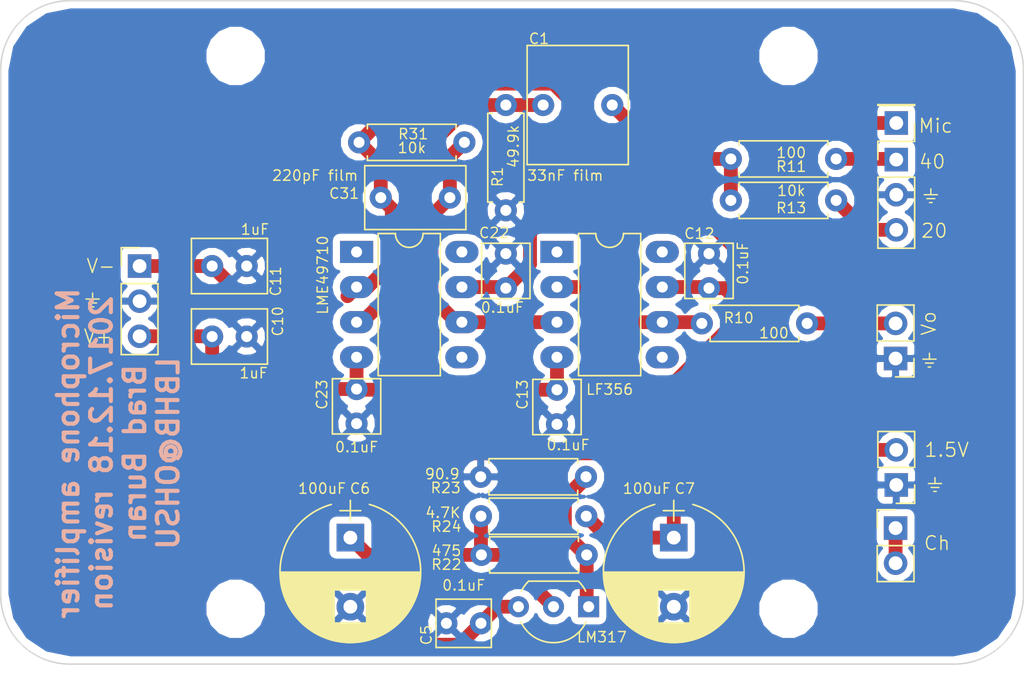
<source format=kicad_pcb>
(kicad_pcb (version 4) (host pcbnew 4.0.7-e2-6376~60~ubuntu17.10.1)

  (general
    (links 49)
    (no_connects 0)
    (area 80.949999 95.949999 155.050001 144.050001)
    (thickness 1.6)
    (drawings 23)
    (tracks 102)
    (zones 0)
    (modules 32)
    (nets 16)
  )

  (page A4)
  (layers
    (0 F.Cu signal)
    (31 B.Cu signal)
    (32 B.Adhes user)
    (33 F.Adhes user)
    (34 B.Paste user)
    (35 F.Paste user)
    (36 B.SilkS user)
    (37 F.SilkS user)
    (38 B.Mask user)
    (39 F.Mask user)
    (40 Dwgs.User user)
    (41 Cmts.User user)
    (42 Eco1.User user)
    (43 Eco2.User user)
    (44 Edge.Cuts user)
    (45 Margin user)
    (46 B.CrtYd user hide)
    (47 F.CrtYd user hide)
    (48 B.Fab user hide)
    (49 F.Fab user hide)
  )

  (setup
    (last_trace_width 1)
    (trace_clearance 0.25)
    (zone_clearance 0.508)
    (zone_45_only no)
    (trace_min 0.254)
    (segment_width 0.2)
    (edge_width 0.1)
    (via_size 0.889)
    (via_drill 0.635)
    (via_min_size 0.889)
    (via_min_drill 0.508)
    (uvia_size 0.508)
    (uvia_drill 0.127)
    (uvias_allowed no)
    (uvia_min_size 0.508)
    (uvia_min_drill 0.127)
    (pcb_text_width 0.3)
    (pcb_text_size 1.5 1.5)
    (mod_edge_width 0.15)
    (mod_text_size 0.75 0.75)
    (mod_text_width 0.1)
    (pad_size 1.7 1.7)
    (pad_drill 1)
    (pad_to_mask_clearance 0)
    (aux_axis_origin 0 0)
    (grid_origin 99.75 131.25)
    (visible_elements 7FFFFF7F)
    (pcbplotparams
      (layerselection 0x010f0_80000001)
      (usegerberextensions true)
      (excludeedgelayer true)
      (linewidth 0.100000)
      (plotframeref false)
      (viasonmask false)
      (mode 1)
      (useauxorigin false)
      (hpglpennumber 1)
      (hpglpenspeed 20)
      (hpglpendiameter 15)
      (hpglpenoverlay 2)
      (psnegative false)
      (psa4output false)
      (plotreference true)
      (plotvalue true)
      (plotinvisibletext false)
      (padsonsilk false)
      (subtractmaskfromsilk false)
      (outputformat 1)
      (mirror false)
      (drillshape 0)
      (scaleselection 1)
      (outputdirectory gerber/))
  )

  (net 0 "")
  (net 1 "Net-(C1-Pad1)")
  (net 2 "Net-(C1-Pad2)")
  (net 3 +15V)
  (net 4 GNDA)
  (net 5 "Net-(C6-Pad1)")
  (net 6 "Net-(C7-Pad1)")
  (net 7 -15V)
  (net 8 "Net-(R10-Pad1)")
  (net 9 "Net-(R22-Pad1)")
  (net 10 "Net-(C31-Pad1)")
  (net 11 "Net-(C31-Pad2)")
  (net 12 "Net-(J3-Pad1)")
  (net 13 "Net-(J3-Pad3)")
  (net 14 "Net-(J8-Pad2)")
  (net 15 "Net-(J10-Pad1)")

  (net_class Default "This is the default net class."
    (clearance 0.25)
    (trace_width 1)
    (via_dia 0.889)
    (via_drill 0.635)
    (uvia_dia 0.508)
    (uvia_drill 0.127)
    (add_net +15V)
    (add_net -15V)
    (add_net GNDA)
    (add_net "Net-(C1-Pad1)")
    (add_net "Net-(C1-Pad2)")
    (add_net "Net-(C31-Pad1)")
    (add_net "Net-(C31-Pad2)")
    (add_net "Net-(C6-Pad1)")
    (add_net "Net-(C7-Pad1)")
    (add_net "Net-(J10-Pad1)")
    (add_net "Net-(J3-Pad1)")
    (add_net "Net-(J3-Pad3)")
    (add_net "Net-(J8-Pad2)")
    (add_net "Net-(R10-Pad1)")
    (add_net "Net-(R22-Pad1)")
  )

  (module custom:C_Rect_L4.0mm_W3.5mm_P2.50mm (layer F.Cu) (tedit 5A1F3E03) (tstamp 5A1F6863)
    (at 121.25 125.4 90)
    (path /54E4F54F)
    (fp_text reference C13 (at 0.9 -2.5 270) (layer F.SilkS)
      (effects (font (size 0.75 0.75) (thickness 0.1)))
    )
    (fp_text value 0.1uF (at -2.75 0.8 180) (layer F.SilkS)
      (effects (font (size 0.75 0.75) (thickness 0.1)))
    )
    (fp_line (start -2 1.75) (end 2 1.75) (layer F.SilkS) (width 0.12))
    (fp_line (start -2 -1.75) (end -2 1.75) (layer F.SilkS) (width 0.12))
    (fp_line (start 2 -1.75) (end 2 1.75) (layer F.SilkS) (width 0.12))
    (fp_text user %R (at 2.65 -0.8 180) (layer F.Fab)
      (effects (font (size 0.75 0.75) (thickness 0.1)))
    )
    (fp_line (start -2 -1.75) (end 2 -1.75) (layer F.SilkS) (width 0.12))
    (pad 1 thru_hole circle (at -1.25 0 90) (size 1.6 1.6) (drill 0.8) (layers *.Cu *.Mask)
      (net 4 GNDA))
    (pad 2 thru_hole circle (at 1.25 0 90) (size 1.6 1.6) (drill 0.8) (layers *.Cu *.Mask)
      (net 7 -15V))
    (model ${KISYS3DMOD}/Capacitor_THT.3dshapes/C_Rect_L7.5mm_W6.5mm_P5.00mm.wrl
      (at (xyz 0 0 0))
      (scale (xyz 1 1 1))
      (rotate (xyz 0 0 0))
    )
  )

  (module MountingHole:MountingHole_3.2mm_M3 locked (layer F.Cu) (tedit 5A1DE36B) (tstamp 5A1FDBB1)
    (at 98 140)
    (descr "Mounting Hole 3.2mm, no annular, M3")
    (tags "mounting hole 3.2mm no annular m3")
    (path /5A1E6DE5)
    (attr virtual)
    (fp_text reference J4 (at 0 -4.2) (layer F.SilkS) hide
      (effects (font (size 0.75 0.75) (thickness 0.1)))
    )
    (fp_text value CONN_01X01 (at 0 4.2) (layer F.Fab)
      (effects (font (size 0.75 0.75) (thickness 0.1)))
    )
    (fp_text user %R (at 0.3 0) (layer F.Fab)
      (effects (font (size 0.75 0.75) (thickness 0.1)))
    )
    (fp_circle (center 0 0) (end 3.2 0) (layer Cmts.User) (width 0.15))
    (fp_circle (center 0 0) (end 3.45 0) (layer F.CrtYd) (width 0.05))
    (pad 1 np_thru_hole circle (at 0 0) (size 3.2 3.2) (drill 3.2) (layers *.Cu *.Mask))
  )

  (module MountingHole:MountingHole_3.2mm_M3 locked (layer F.Cu) (tedit 5A1DE3D4) (tstamp 5A1FDBBD)
    (at 138 140)
    (descr "Mounting Hole 3.2mm, no annular, M3")
    (tags "mounting hole 3.2mm no annular m3")
    (path /5A1E6995)
    (attr virtual)
    (fp_text reference J7 (at 0 -4.2) (layer F.SilkS) hide
      (effects (font (size 0.75 0.75) (thickness 0.1)))
    )
    (fp_text value CONN_01X01 (at 0 4.2) (layer F.Fab)
      (effects (font (size 0.75 0.75) (thickness 0.1)))
    )
    (fp_text user %R (at 0.3 0) (layer F.Fab)
      (effects (font (size 0.75 0.75) (thickness 0.1)))
    )
    (fp_circle (center 0 0) (end 3.2 0) (layer Cmts.User) (width 0.15))
    (fp_circle (center 0 0) (end 3.45 0) (layer F.CrtYd) (width 0.05))
    (pad 1 np_thru_hole circle (at 0 0) (size 3.2 3.2) (drill 3.2) (layers *.Cu *.Mask))
  )

  (module Capacitor_THT:CP_Radial_D10.0mm_P5.00mm (layer F.Cu) (tedit 5A1DE28F) (tstamp 5A1FC93E)
    (at 106.3 134.85 270)
    (descr "CP, Radial series, Radial, pin pitch=5.00mm, diameter=10mm, Electrolytic Capacitor")
    (tags "CP Radial series Radial pin pitch 5.00mm  diameter 10mm Electrolytic Capacitor")
    (path /54E4C692)
    (fp_text reference C6 (at -3.55 -0.7 360) (layer F.SilkS)
      (effects (font (size 0.75 0.75) (thickness 0.1)))
    )
    (fp_text value 100uF (at -3.55 2.05 360) (layer F.SilkS)
      (effects (font (size 0.75 0.75) (thickness 0.1)))
    )
    (fp_arc (start 2.5 0) (end -2.399357 -1.38) (angle 148.5) (layer F.SilkS) (width 0.12))
    (fp_arc (start 2.5 0) (end -2.399357 1.38) (angle -148.5) (layer F.SilkS) (width 0.12))
    (fp_arc (start 2.5 0) (end 7.399357 -1.38) (angle 31.5) (layer F.SilkS) (width 0.12))
    (fp_circle (center 2.5 0) (end 7.5 0) (layer F.Fab) (width 0.1))
    (fp_line (start -2.7 0) (end -1.2 0) (layer F.Fab) (width 0.1))
    (fp_line (start -1.95 -0.75) (end -1.95 0.75) (layer F.Fab) (width 0.1))
    (fp_line (start 2.5 -5.05) (end 2.5 5.05) (layer F.SilkS) (width 0.12))
    (fp_line (start 2.54 -5.05) (end 2.54 5.05) (layer F.SilkS) (width 0.12))
    (fp_line (start 2.58 -5.05) (end 2.58 5.05) (layer F.SilkS) (width 0.12))
    (fp_line (start 2.62 -5.049) (end 2.62 5.049) (layer F.SilkS) (width 0.12))
    (fp_line (start 2.66 -5.048) (end 2.66 5.048) (layer F.SilkS) (width 0.12))
    (fp_line (start 2.7 -5.047) (end 2.7 5.047) (layer F.SilkS) (width 0.12))
    (fp_line (start 2.74 -5.045) (end 2.74 5.045) (layer F.SilkS) (width 0.12))
    (fp_line (start 2.78 -5.043) (end 2.78 5.043) (layer F.SilkS) (width 0.12))
    (fp_line (start 2.82 -5.04) (end 2.82 5.04) (layer F.SilkS) (width 0.12))
    (fp_line (start 2.86 -5.038) (end 2.86 5.038) (layer F.SilkS) (width 0.12))
    (fp_line (start 2.9 -5.035) (end 2.9 5.035) (layer F.SilkS) (width 0.12))
    (fp_line (start 2.94 -5.031) (end 2.94 5.031) (layer F.SilkS) (width 0.12))
    (fp_line (start 2.98 -5.028) (end 2.98 5.028) (layer F.SilkS) (width 0.12))
    (fp_line (start 3.02 -5.024) (end 3.02 5.024) (layer F.SilkS) (width 0.12))
    (fp_line (start 3.06 -5.02) (end 3.06 5.02) (layer F.SilkS) (width 0.12))
    (fp_line (start 3.1 -5.015) (end 3.1 5.015) (layer F.SilkS) (width 0.12))
    (fp_line (start 3.14 -5.01) (end 3.14 5.01) (layer F.SilkS) (width 0.12))
    (fp_line (start 3.18 -5.005) (end 3.18 5.005) (layer F.SilkS) (width 0.12))
    (fp_line (start 3.221 -4.999) (end 3.221 4.999) (layer F.SilkS) (width 0.12))
    (fp_line (start 3.261 -4.993) (end 3.261 4.993) (layer F.SilkS) (width 0.12))
    (fp_line (start 3.301 -4.987) (end 3.301 4.987) (layer F.SilkS) (width 0.12))
    (fp_line (start 3.341 -4.981) (end 3.341 4.981) (layer F.SilkS) (width 0.12))
    (fp_line (start 3.381 -4.974) (end 3.381 4.974) (layer F.SilkS) (width 0.12))
    (fp_line (start 3.421 -4.967) (end 3.421 4.967) (layer F.SilkS) (width 0.12))
    (fp_line (start 3.461 -4.959) (end 3.461 4.959) (layer F.SilkS) (width 0.12))
    (fp_line (start 3.501 -4.951) (end 3.501 4.951) (layer F.SilkS) (width 0.12))
    (fp_line (start 3.541 -4.943) (end 3.541 4.943) (layer F.SilkS) (width 0.12))
    (fp_line (start 3.581 -4.935) (end 3.581 4.935) (layer F.SilkS) (width 0.12))
    (fp_line (start 3.621 -4.926) (end 3.621 4.926) (layer F.SilkS) (width 0.12))
    (fp_line (start 3.661 -4.917) (end 3.661 4.917) (layer F.SilkS) (width 0.12))
    (fp_line (start 3.701 -4.907) (end 3.701 4.907) (layer F.SilkS) (width 0.12))
    (fp_line (start 3.741 -4.897) (end 3.741 4.897) (layer F.SilkS) (width 0.12))
    (fp_line (start 3.781 -4.887) (end 3.781 4.887) (layer F.SilkS) (width 0.12))
    (fp_line (start 3.821 -4.876) (end 3.821 -1.181) (layer F.SilkS) (width 0.12))
    (fp_line (start 3.821 1.181) (end 3.821 4.876) (layer F.SilkS) (width 0.12))
    (fp_line (start 3.861 -4.865) (end 3.861 -1.181) (layer F.SilkS) (width 0.12))
    (fp_line (start 3.861 1.181) (end 3.861 4.865) (layer F.SilkS) (width 0.12))
    (fp_line (start 3.901 -4.854) (end 3.901 -1.181) (layer F.SilkS) (width 0.12))
    (fp_line (start 3.901 1.181) (end 3.901 4.854) (layer F.SilkS) (width 0.12))
    (fp_line (start 3.941 -4.843) (end 3.941 -1.181) (layer F.SilkS) (width 0.12))
    (fp_line (start 3.941 1.181) (end 3.941 4.843) (layer F.SilkS) (width 0.12))
    (fp_line (start 3.981 -4.831) (end 3.981 -1.181) (layer F.SilkS) (width 0.12))
    (fp_line (start 3.981 1.181) (end 3.981 4.831) (layer F.SilkS) (width 0.12))
    (fp_line (start 4.021 -4.818) (end 4.021 -1.181) (layer F.SilkS) (width 0.12))
    (fp_line (start 4.021 1.181) (end 4.021 4.818) (layer F.SilkS) (width 0.12))
    (fp_line (start 4.061 -4.806) (end 4.061 -1.181) (layer F.SilkS) (width 0.12))
    (fp_line (start 4.061 1.181) (end 4.061 4.806) (layer F.SilkS) (width 0.12))
    (fp_line (start 4.101 -4.792) (end 4.101 -1.181) (layer F.SilkS) (width 0.12))
    (fp_line (start 4.101 1.181) (end 4.101 4.792) (layer F.SilkS) (width 0.12))
    (fp_line (start 4.141 -4.779) (end 4.141 -1.181) (layer F.SilkS) (width 0.12))
    (fp_line (start 4.141 1.181) (end 4.141 4.779) (layer F.SilkS) (width 0.12))
    (fp_line (start 4.181 -4.765) (end 4.181 -1.181) (layer F.SilkS) (width 0.12))
    (fp_line (start 4.181 1.181) (end 4.181 4.765) (layer F.SilkS) (width 0.12))
    (fp_line (start 4.221 -4.751) (end 4.221 -1.181) (layer F.SilkS) (width 0.12))
    (fp_line (start 4.221 1.181) (end 4.221 4.751) (layer F.SilkS) (width 0.12))
    (fp_line (start 4.261 -4.737) (end 4.261 -1.181) (layer F.SilkS) (width 0.12))
    (fp_line (start 4.261 1.181) (end 4.261 4.737) (layer F.SilkS) (width 0.12))
    (fp_line (start 4.301 -4.722) (end 4.301 -1.181) (layer F.SilkS) (width 0.12))
    (fp_line (start 4.301 1.181) (end 4.301 4.722) (layer F.SilkS) (width 0.12))
    (fp_line (start 4.341 -4.706) (end 4.341 -1.181) (layer F.SilkS) (width 0.12))
    (fp_line (start 4.341 1.181) (end 4.341 4.706) (layer F.SilkS) (width 0.12))
    (fp_line (start 4.381 -4.691) (end 4.381 -1.181) (layer F.SilkS) (width 0.12))
    (fp_line (start 4.381 1.181) (end 4.381 4.691) (layer F.SilkS) (width 0.12))
    (fp_line (start 4.421 -4.674) (end 4.421 -1.181) (layer F.SilkS) (width 0.12))
    (fp_line (start 4.421 1.181) (end 4.421 4.674) (layer F.SilkS) (width 0.12))
    (fp_line (start 4.461 -4.658) (end 4.461 -1.181) (layer F.SilkS) (width 0.12))
    (fp_line (start 4.461 1.181) (end 4.461 4.658) (layer F.SilkS) (width 0.12))
    (fp_line (start 4.501 -4.641) (end 4.501 -1.181) (layer F.SilkS) (width 0.12))
    (fp_line (start 4.501 1.181) (end 4.501 4.641) (layer F.SilkS) (width 0.12))
    (fp_line (start 4.541 -4.624) (end 4.541 -1.181) (layer F.SilkS) (width 0.12))
    (fp_line (start 4.541 1.181) (end 4.541 4.624) (layer F.SilkS) (width 0.12))
    (fp_line (start 4.581 -4.606) (end 4.581 -1.181) (layer F.SilkS) (width 0.12))
    (fp_line (start 4.581 1.181) (end 4.581 4.606) (layer F.SilkS) (width 0.12))
    (fp_line (start 4.621 -4.588) (end 4.621 -1.181) (layer F.SilkS) (width 0.12))
    (fp_line (start 4.621 1.181) (end 4.621 4.588) (layer F.SilkS) (width 0.12))
    (fp_line (start 4.661 -4.569) (end 4.661 -1.181) (layer F.SilkS) (width 0.12))
    (fp_line (start 4.661 1.181) (end 4.661 4.569) (layer F.SilkS) (width 0.12))
    (fp_line (start 4.701 -4.55) (end 4.701 -1.181) (layer F.SilkS) (width 0.12))
    (fp_line (start 4.701 1.181) (end 4.701 4.55) (layer F.SilkS) (width 0.12))
    (fp_line (start 4.741 -4.531) (end 4.741 -1.181) (layer F.SilkS) (width 0.12))
    (fp_line (start 4.741 1.181) (end 4.741 4.531) (layer F.SilkS) (width 0.12))
    (fp_line (start 4.781 -4.511) (end 4.781 -1.181) (layer F.SilkS) (width 0.12))
    (fp_line (start 4.781 1.181) (end 4.781 4.511) (layer F.SilkS) (width 0.12))
    (fp_line (start 4.821 -4.491) (end 4.821 -1.181) (layer F.SilkS) (width 0.12))
    (fp_line (start 4.821 1.181) (end 4.821 4.491) (layer F.SilkS) (width 0.12))
    (fp_line (start 4.861 -4.47) (end 4.861 -1.181) (layer F.SilkS) (width 0.12))
    (fp_line (start 4.861 1.181) (end 4.861 4.47) (layer F.SilkS) (width 0.12))
    (fp_line (start 4.901 -4.449) (end 4.901 -1.181) (layer F.SilkS) (width 0.12))
    (fp_line (start 4.901 1.181) (end 4.901 4.449) (layer F.SilkS) (width 0.12))
    (fp_line (start 4.941 -4.428) (end 4.941 -1.181) (layer F.SilkS) (width 0.12))
    (fp_line (start 4.941 1.181) (end 4.941 4.428) (layer F.SilkS) (width 0.12))
    (fp_line (start 4.981 -4.405) (end 4.981 -1.181) (layer F.SilkS) (width 0.12))
    (fp_line (start 4.981 1.181) (end 4.981 4.405) (layer F.SilkS) (width 0.12))
    (fp_line (start 5.021 -4.383) (end 5.021 -1.181) (layer F.SilkS) (width 0.12))
    (fp_line (start 5.021 1.181) (end 5.021 4.383) (layer F.SilkS) (width 0.12))
    (fp_line (start 5.061 -4.36) (end 5.061 -1.181) (layer F.SilkS) (width 0.12))
    (fp_line (start 5.061 1.181) (end 5.061 4.36) (layer F.SilkS) (width 0.12))
    (fp_line (start 5.101 -4.336) (end 5.101 -1.181) (layer F.SilkS) (width 0.12))
    (fp_line (start 5.101 1.181) (end 5.101 4.336) (layer F.SilkS) (width 0.12))
    (fp_line (start 5.141 -4.312) (end 5.141 -1.181) (layer F.SilkS) (width 0.12))
    (fp_line (start 5.141 1.181) (end 5.141 4.312) (layer F.SilkS) (width 0.12))
    (fp_line (start 5.181 -4.288) (end 5.181 -1.181) (layer F.SilkS) (width 0.12))
    (fp_line (start 5.181 1.181) (end 5.181 4.288) (layer F.SilkS) (width 0.12))
    (fp_line (start 5.221 -4.263) (end 5.221 -1.181) (layer F.SilkS) (width 0.12))
    (fp_line (start 5.221 1.181) (end 5.221 4.263) (layer F.SilkS) (width 0.12))
    (fp_line (start 5.261 -4.237) (end 5.261 -1.181) (layer F.SilkS) (width 0.12))
    (fp_line (start 5.261 1.181) (end 5.261 4.237) (layer F.SilkS) (width 0.12))
    (fp_line (start 5.301 -4.211) (end 5.301 -1.181) (layer F.SilkS) (width 0.12))
    (fp_line (start 5.301 1.181) (end 5.301 4.211) (layer F.SilkS) (width 0.12))
    (fp_line (start 5.341 -4.185) (end 5.341 -1.181) (layer F.SilkS) (width 0.12))
    (fp_line (start 5.341 1.181) (end 5.341 4.185) (layer F.SilkS) (width 0.12))
    (fp_line (start 5.381 -4.157) (end 5.381 -1.181) (layer F.SilkS) (width 0.12))
    (fp_line (start 5.381 1.181) (end 5.381 4.157) (layer F.SilkS) (width 0.12))
    (fp_line (start 5.421 -4.13) (end 5.421 -1.181) (layer F.SilkS) (width 0.12))
    (fp_line (start 5.421 1.181) (end 5.421 4.13) (layer F.SilkS) (width 0.12))
    (fp_line (start 5.461 -4.101) (end 5.461 -1.181) (layer F.SilkS) (width 0.12))
    (fp_line (start 5.461 1.181) (end 5.461 4.101) (layer F.SilkS) (width 0.12))
    (fp_line (start 5.501 -4.072) (end 5.501 -1.181) (layer F.SilkS) (width 0.12))
    (fp_line (start 5.501 1.181) (end 5.501 4.072) (layer F.SilkS) (width 0.12))
    (fp_line (start 5.541 -4.043) (end 5.541 -1.181) (layer F.SilkS) (width 0.12))
    (fp_line (start 5.541 1.181) (end 5.541 4.043) (layer F.SilkS) (width 0.12))
    (fp_line (start 5.581 -4.013) (end 5.581 -1.181) (layer F.SilkS) (width 0.12))
    (fp_line (start 5.581 1.181) (end 5.581 4.013) (layer F.SilkS) (width 0.12))
    (fp_line (start 5.621 -3.982) (end 5.621 -1.181) (layer F.SilkS) (width 0.12))
    (fp_line (start 5.621 1.181) (end 5.621 3.982) (layer F.SilkS) (width 0.12))
    (fp_line (start 5.661 -3.951) (end 5.661 -1.181) (layer F.SilkS) (width 0.12))
    (fp_line (start 5.661 1.181) (end 5.661 3.951) (layer F.SilkS) (width 0.12))
    (fp_line (start 5.701 -3.919) (end 5.701 -1.181) (layer F.SilkS) (width 0.12))
    (fp_line (start 5.701 1.181) (end 5.701 3.919) (layer F.SilkS) (width 0.12))
    (fp_line (start 5.741 -3.886) (end 5.741 -1.181) (layer F.SilkS) (width 0.12))
    (fp_line (start 5.741 1.181) (end 5.741 3.886) (layer F.SilkS) (width 0.12))
    (fp_line (start 5.781 -3.853) (end 5.781 -1.181) (layer F.SilkS) (width 0.12))
    (fp_line (start 5.781 1.181) (end 5.781 3.853) (layer F.SilkS) (width 0.12))
    (fp_line (start 5.821 -3.819) (end 5.821 -1.181) (layer F.SilkS) (width 0.12))
    (fp_line (start 5.821 1.181) (end 5.821 3.819) (layer F.SilkS) (width 0.12))
    (fp_line (start 5.861 -3.784) (end 5.861 -1.181) (layer F.SilkS) (width 0.12))
    (fp_line (start 5.861 1.181) (end 5.861 3.784) (layer F.SilkS) (width 0.12))
    (fp_line (start 5.901 -3.748) (end 5.901 -1.181) (layer F.SilkS) (width 0.12))
    (fp_line (start 5.901 1.181) (end 5.901 3.748) (layer F.SilkS) (width 0.12))
    (fp_line (start 5.941 -3.712) (end 5.941 -1.181) (layer F.SilkS) (width 0.12))
    (fp_line (start 5.941 1.181) (end 5.941 3.712) (layer F.SilkS) (width 0.12))
    (fp_line (start 5.981 -3.675) (end 5.981 -1.181) (layer F.SilkS) (width 0.12))
    (fp_line (start 5.981 1.181) (end 5.981 3.675) (layer F.SilkS) (width 0.12))
    (fp_line (start 6.021 -3.637) (end 6.021 -1.181) (layer F.SilkS) (width 0.12))
    (fp_line (start 6.021 1.181) (end 6.021 3.637) (layer F.SilkS) (width 0.12))
    (fp_line (start 6.061 -3.598) (end 6.061 -1.181) (layer F.SilkS) (width 0.12))
    (fp_line (start 6.061 1.181) (end 6.061 3.598) (layer F.SilkS) (width 0.12))
    (fp_line (start 6.101 -3.559) (end 6.101 -1.181) (layer F.SilkS) (width 0.12))
    (fp_line (start 6.101 1.181) (end 6.101 3.559) (layer F.SilkS) (width 0.12))
    (fp_line (start 6.141 -3.518) (end 6.141 -1.181) (layer F.SilkS) (width 0.12))
    (fp_line (start 6.141 1.181) (end 6.141 3.518) (layer F.SilkS) (width 0.12))
    (fp_line (start 6.181 -3.477) (end 6.181 3.477) (layer F.SilkS) (width 0.12))
    (fp_line (start 6.221 -3.435) (end 6.221 3.435) (layer F.SilkS) (width 0.12))
    (fp_line (start 6.261 -3.391) (end 6.261 3.391) (layer F.SilkS) (width 0.12))
    (fp_line (start 6.301 -3.347) (end 6.301 3.347) (layer F.SilkS) (width 0.12))
    (fp_line (start 6.341 -3.302) (end 6.341 3.302) (layer F.SilkS) (width 0.12))
    (fp_line (start 6.381 -3.255) (end 6.381 3.255) (layer F.SilkS) (width 0.12))
    (fp_line (start 6.421 -3.207) (end 6.421 3.207) (layer F.SilkS) (width 0.12))
    (fp_line (start 6.461 -3.158) (end 6.461 3.158) (layer F.SilkS) (width 0.12))
    (fp_line (start 6.501 -3.108) (end 6.501 3.108) (layer F.SilkS) (width 0.12))
    (fp_line (start 6.541 -3.057) (end 6.541 3.057) (layer F.SilkS) (width 0.12))
    (fp_line (start 6.581 -3.004) (end 6.581 3.004) (layer F.SilkS) (width 0.12))
    (fp_line (start 6.621 -2.949) (end 6.621 2.949) (layer F.SilkS) (width 0.12))
    (fp_line (start 6.661 -2.894) (end 6.661 2.894) (layer F.SilkS) (width 0.12))
    (fp_line (start 6.701 -2.836) (end 6.701 2.836) (layer F.SilkS) (width 0.12))
    (fp_line (start 6.741 -2.777) (end 6.741 2.777) (layer F.SilkS) (width 0.12))
    (fp_line (start 6.781 -2.715) (end 6.781 2.715) (layer F.SilkS) (width 0.12))
    (fp_line (start 6.821 -2.652) (end 6.821 2.652) (layer F.SilkS) (width 0.12))
    (fp_line (start 6.861 -2.587) (end 6.861 2.587) (layer F.SilkS) (width 0.12))
    (fp_line (start 6.901 -2.519) (end 6.901 2.519) (layer F.SilkS) (width 0.12))
    (fp_line (start 6.941 -2.449) (end 6.941 2.449) (layer F.SilkS) (width 0.12))
    (fp_line (start 6.981 -2.377) (end 6.981 2.377) (layer F.SilkS) (width 0.12))
    (fp_line (start 7.021 -2.301) (end 7.021 2.301) (layer F.SilkS) (width 0.12))
    (fp_line (start 7.061 -2.222) (end 7.061 2.222) (layer F.SilkS) (width 0.12))
    (fp_line (start 7.101 -2.14) (end 7.101 2.14) (layer F.SilkS) (width 0.12))
    (fp_line (start 7.141 -2.053) (end 7.141 2.053) (layer F.SilkS) (width 0.12))
    (fp_line (start 7.181 -1.962) (end 7.181 1.962) (layer F.SilkS) (width 0.12))
    (fp_line (start 7.221 -1.866) (end 7.221 1.866) (layer F.SilkS) (width 0.12))
    (fp_line (start 7.261 -1.763) (end 7.261 1.763) (layer F.SilkS) (width 0.12))
    (fp_line (start 7.301 -1.654) (end 7.301 1.654) (layer F.SilkS) (width 0.12))
    (fp_line (start 7.341 -1.536) (end 7.341 1.536) (layer F.SilkS) (width 0.12))
    (fp_line (start 7.381 -1.407) (end 7.381 1.407) (layer F.SilkS) (width 0.12))
    (fp_line (start 7.421 -1.265) (end 7.421 1.265) (layer F.SilkS) (width 0.12))
    (fp_line (start 7.461 -1.104) (end 7.461 1.104) (layer F.SilkS) (width 0.12))
    (fp_line (start 7.501 -0.913) (end 7.501 0.913) (layer F.SilkS) (width 0.12))
    (fp_line (start 7.541 -0.672) (end 7.541 0.672) (layer F.SilkS) (width 0.12))
    (fp_line (start 7.581 -0.279) (end 7.581 0.279) (layer F.SilkS) (width 0.12))
    (fp_line (start -2.7 0) (end -1.2 0) (layer F.SilkS) (width 0.12))
    (fp_line (start -1.95 -0.75) (end -1.95 0.75) (layer F.SilkS) (width 0.12))
    (fp_line (start -2.85 -5.35) (end -2.85 5.35) (layer F.CrtYd) (width 0.05))
    (fp_line (start -2.85 5.35) (end 7.85 5.35) (layer F.CrtYd) (width 0.05))
    (fp_line (start 7.85 5.35) (end 7.85 -5.35) (layer F.CrtYd) (width 0.05))
    (fp_line (start 7.85 -5.35) (end -2.85 -5.35) (layer F.CrtYd) (width 0.05))
    (fp_text user %R (at 2.5 0 270) (layer F.Fab)
      (effects (font (size 0.75 0.75) (thickness 0.1)))
    )
    (pad 1 thru_hole rect (at 0 0 270) (size 2 2) (drill 1) (layers *.Cu *.Mask)
      (net 5 "Net-(C6-Pad1)"))
    (pad 2 thru_hole circle (at 5 0 270) (size 2 2) (drill 1) (layers *.Cu *.Mask)
      (net 4 GNDA))
    (model ${KISYS3DMOD}/Capacitor_THT.3dshapes/CP_Radial_D10.0mm_P5.00mm.wrl
      (at (xyz 0 0 0))
      (scale (xyz 1 1 1))
      (rotate (xyz 0 0 0))
    )
  )

  (module Capacitor_THT:CP_Radial_D10.0mm_P5.00mm (layer F.Cu) (tedit 5A1DE2A0) (tstamp 5A1FC944)
    (at 129.7 134.85 270)
    (descr "CP, Radial series, Radial, pin pitch=5.00mm, diameter=10mm, Electrolytic Capacitor")
    (tags "CP Radial series Radial pin pitch 5.00mm  diameter 10mm Electrolytic Capacitor")
    (path /54E4C7AB)
    (fp_text reference C7 (at -3.55 -0.8 360) (layer F.SilkS)
      (effects (font (size 0.75 0.75) (thickness 0.1)))
    )
    (fp_text value 100uF (at -3.55 1.95 360) (layer F.SilkS)
      (effects (font (size 0.75 0.75) (thickness 0.1)))
    )
    (fp_arc (start 2.5 0) (end -2.399357 -1.38) (angle 148.5) (layer F.SilkS) (width 0.12))
    (fp_arc (start 2.5 0) (end -2.399357 1.38) (angle -148.5) (layer F.SilkS) (width 0.12))
    (fp_arc (start 2.5 0) (end 7.399357 -1.38) (angle 31.5) (layer F.SilkS) (width 0.12))
    (fp_circle (center 2.5 0) (end 7.5 0) (layer F.Fab) (width 0.1))
    (fp_line (start -2.7 0) (end -1.2 0) (layer F.Fab) (width 0.1))
    (fp_line (start -1.95 -0.75) (end -1.95 0.75) (layer F.Fab) (width 0.1))
    (fp_line (start 2.5 -5.05) (end 2.5 5.05) (layer F.SilkS) (width 0.12))
    (fp_line (start 2.54 -5.05) (end 2.54 5.05) (layer F.SilkS) (width 0.12))
    (fp_line (start 2.58 -5.05) (end 2.58 5.05) (layer F.SilkS) (width 0.12))
    (fp_line (start 2.62 -5.049) (end 2.62 5.049) (layer F.SilkS) (width 0.12))
    (fp_line (start 2.66 -5.048) (end 2.66 5.048) (layer F.SilkS) (width 0.12))
    (fp_line (start 2.7 -5.047) (end 2.7 5.047) (layer F.SilkS) (width 0.12))
    (fp_line (start 2.74 -5.045) (end 2.74 5.045) (layer F.SilkS) (width 0.12))
    (fp_line (start 2.78 -5.043) (end 2.78 5.043) (layer F.SilkS) (width 0.12))
    (fp_line (start 2.82 -5.04) (end 2.82 5.04) (layer F.SilkS) (width 0.12))
    (fp_line (start 2.86 -5.038) (end 2.86 5.038) (layer F.SilkS) (width 0.12))
    (fp_line (start 2.9 -5.035) (end 2.9 5.035) (layer F.SilkS) (width 0.12))
    (fp_line (start 2.94 -5.031) (end 2.94 5.031) (layer F.SilkS) (width 0.12))
    (fp_line (start 2.98 -5.028) (end 2.98 5.028) (layer F.SilkS) (width 0.12))
    (fp_line (start 3.02 -5.024) (end 3.02 5.024) (layer F.SilkS) (width 0.12))
    (fp_line (start 3.06 -5.02) (end 3.06 5.02) (layer F.SilkS) (width 0.12))
    (fp_line (start 3.1 -5.015) (end 3.1 5.015) (layer F.SilkS) (width 0.12))
    (fp_line (start 3.14 -5.01) (end 3.14 5.01) (layer F.SilkS) (width 0.12))
    (fp_line (start 3.18 -5.005) (end 3.18 5.005) (layer F.SilkS) (width 0.12))
    (fp_line (start 3.221 -4.999) (end 3.221 4.999) (layer F.SilkS) (width 0.12))
    (fp_line (start 3.261 -4.993) (end 3.261 4.993) (layer F.SilkS) (width 0.12))
    (fp_line (start 3.301 -4.987) (end 3.301 4.987) (layer F.SilkS) (width 0.12))
    (fp_line (start 3.341 -4.981) (end 3.341 4.981) (layer F.SilkS) (width 0.12))
    (fp_line (start 3.381 -4.974) (end 3.381 4.974) (layer F.SilkS) (width 0.12))
    (fp_line (start 3.421 -4.967) (end 3.421 4.967) (layer F.SilkS) (width 0.12))
    (fp_line (start 3.461 -4.959) (end 3.461 4.959) (layer F.SilkS) (width 0.12))
    (fp_line (start 3.501 -4.951) (end 3.501 4.951) (layer F.SilkS) (width 0.12))
    (fp_line (start 3.541 -4.943) (end 3.541 4.943) (layer F.SilkS) (width 0.12))
    (fp_line (start 3.581 -4.935) (end 3.581 4.935) (layer F.SilkS) (width 0.12))
    (fp_line (start 3.621 -4.926) (end 3.621 4.926) (layer F.SilkS) (width 0.12))
    (fp_line (start 3.661 -4.917) (end 3.661 4.917) (layer F.SilkS) (width 0.12))
    (fp_line (start 3.701 -4.907) (end 3.701 4.907) (layer F.SilkS) (width 0.12))
    (fp_line (start 3.741 -4.897) (end 3.741 4.897) (layer F.SilkS) (width 0.12))
    (fp_line (start 3.781 -4.887) (end 3.781 4.887) (layer F.SilkS) (width 0.12))
    (fp_line (start 3.821 -4.876) (end 3.821 -1.181) (layer F.SilkS) (width 0.12))
    (fp_line (start 3.821 1.181) (end 3.821 4.876) (layer F.SilkS) (width 0.12))
    (fp_line (start 3.861 -4.865) (end 3.861 -1.181) (layer F.SilkS) (width 0.12))
    (fp_line (start 3.861 1.181) (end 3.861 4.865) (layer F.SilkS) (width 0.12))
    (fp_line (start 3.901 -4.854) (end 3.901 -1.181) (layer F.SilkS) (width 0.12))
    (fp_line (start 3.901 1.181) (end 3.901 4.854) (layer F.SilkS) (width 0.12))
    (fp_line (start 3.941 -4.843) (end 3.941 -1.181) (layer F.SilkS) (width 0.12))
    (fp_line (start 3.941 1.181) (end 3.941 4.843) (layer F.SilkS) (width 0.12))
    (fp_line (start 3.981 -4.831) (end 3.981 -1.181) (layer F.SilkS) (width 0.12))
    (fp_line (start 3.981 1.181) (end 3.981 4.831) (layer F.SilkS) (width 0.12))
    (fp_line (start 4.021 -4.818) (end 4.021 -1.181) (layer F.SilkS) (width 0.12))
    (fp_line (start 4.021 1.181) (end 4.021 4.818) (layer F.SilkS) (width 0.12))
    (fp_line (start 4.061 -4.806) (end 4.061 -1.181) (layer F.SilkS) (width 0.12))
    (fp_line (start 4.061 1.181) (end 4.061 4.806) (layer F.SilkS) (width 0.12))
    (fp_line (start 4.101 -4.792) (end 4.101 -1.181) (layer F.SilkS) (width 0.12))
    (fp_line (start 4.101 1.181) (end 4.101 4.792) (layer F.SilkS) (width 0.12))
    (fp_line (start 4.141 -4.779) (end 4.141 -1.181) (layer F.SilkS) (width 0.12))
    (fp_line (start 4.141 1.181) (end 4.141 4.779) (layer F.SilkS) (width 0.12))
    (fp_line (start 4.181 -4.765) (end 4.181 -1.181) (layer F.SilkS) (width 0.12))
    (fp_line (start 4.181 1.181) (end 4.181 4.765) (layer F.SilkS) (width 0.12))
    (fp_line (start 4.221 -4.751) (end 4.221 -1.181) (layer F.SilkS) (width 0.12))
    (fp_line (start 4.221 1.181) (end 4.221 4.751) (layer F.SilkS) (width 0.12))
    (fp_line (start 4.261 -4.737) (end 4.261 -1.181) (layer F.SilkS) (width 0.12))
    (fp_line (start 4.261 1.181) (end 4.261 4.737) (layer F.SilkS) (width 0.12))
    (fp_line (start 4.301 -4.722) (end 4.301 -1.181) (layer F.SilkS) (width 0.12))
    (fp_line (start 4.301 1.181) (end 4.301 4.722) (layer F.SilkS) (width 0.12))
    (fp_line (start 4.341 -4.706) (end 4.341 -1.181) (layer F.SilkS) (width 0.12))
    (fp_line (start 4.341 1.181) (end 4.341 4.706) (layer F.SilkS) (width 0.12))
    (fp_line (start 4.381 -4.691) (end 4.381 -1.181) (layer F.SilkS) (width 0.12))
    (fp_line (start 4.381 1.181) (end 4.381 4.691) (layer F.SilkS) (width 0.12))
    (fp_line (start 4.421 -4.674) (end 4.421 -1.181) (layer F.SilkS) (width 0.12))
    (fp_line (start 4.421 1.181) (end 4.421 4.674) (layer F.SilkS) (width 0.12))
    (fp_line (start 4.461 -4.658) (end 4.461 -1.181) (layer F.SilkS) (width 0.12))
    (fp_line (start 4.461 1.181) (end 4.461 4.658) (layer F.SilkS) (width 0.12))
    (fp_line (start 4.501 -4.641) (end 4.501 -1.181) (layer F.SilkS) (width 0.12))
    (fp_line (start 4.501 1.181) (end 4.501 4.641) (layer F.SilkS) (width 0.12))
    (fp_line (start 4.541 -4.624) (end 4.541 -1.181) (layer F.SilkS) (width 0.12))
    (fp_line (start 4.541 1.181) (end 4.541 4.624) (layer F.SilkS) (width 0.12))
    (fp_line (start 4.581 -4.606) (end 4.581 -1.181) (layer F.SilkS) (width 0.12))
    (fp_line (start 4.581 1.181) (end 4.581 4.606) (layer F.SilkS) (width 0.12))
    (fp_line (start 4.621 -4.588) (end 4.621 -1.181) (layer F.SilkS) (width 0.12))
    (fp_line (start 4.621 1.181) (end 4.621 4.588) (layer F.SilkS) (width 0.12))
    (fp_line (start 4.661 -4.569) (end 4.661 -1.181) (layer F.SilkS) (width 0.12))
    (fp_line (start 4.661 1.181) (end 4.661 4.569) (layer F.SilkS) (width 0.12))
    (fp_line (start 4.701 -4.55) (end 4.701 -1.181) (layer F.SilkS) (width 0.12))
    (fp_line (start 4.701 1.181) (end 4.701 4.55) (layer F.SilkS) (width 0.12))
    (fp_line (start 4.741 -4.531) (end 4.741 -1.181) (layer F.SilkS) (width 0.12))
    (fp_line (start 4.741 1.181) (end 4.741 4.531) (layer F.SilkS) (width 0.12))
    (fp_line (start 4.781 -4.511) (end 4.781 -1.181) (layer F.SilkS) (width 0.12))
    (fp_line (start 4.781 1.181) (end 4.781 4.511) (layer F.SilkS) (width 0.12))
    (fp_line (start 4.821 -4.491) (end 4.821 -1.181) (layer F.SilkS) (width 0.12))
    (fp_line (start 4.821 1.181) (end 4.821 4.491) (layer F.SilkS) (width 0.12))
    (fp_line (start 4.861 -4.47) (end 4.861 -1.181) (layer F.SilkS) (width 0.12))
    (fp_line (start 4.861 1.181) (end 4.861 4.47) (layer F.SilkS) (width 0.12))
    (fp_line (start 4.901 -4.449) (end 4.901 -1.181) (layer F.SilkS) (width 0.12))
    (fp_line (start 4.901 1.181) (end 4.901 4.449) (layer F.SilkS) (width 0.12))
    (fp_line (start 4.941 -4.428) (end 4.941 -1.181) (layer F.SilkS) (width 0.12))
    (fp_line (start 4.941 1.181) (end 4.941 4.428) (layer F.SilkS) (width 0.12))
    (fp_line (start 4.981 -4.405) (end 4.981 -1.181) (layer F.SilkS) (width 0.12))
    (fp_line (start 4.981 1.181) (end 4.981 4.405) (layer F.SilkS) (width 0.12))
    (fp_line (start 5.021 -4.383) (end 5.021 -1.181) (layer F.SilkS) (width 0.12))
    (fp_line (start 5.021 1.181) (end 5.021 4.383) (layer F.SilkS) (width 0.12))
    (fp_line (start 5.061 -4.36) (end 5.061 -1.181) (layer F.SilkS) (width 0.12))
    (fp_line (start 5.061 1.181) (end 5.061 4.36) (layer F.SilkS) (width 0.12))
    (fp_line (start 5.101 -4.336) (end 5.101 -1.181) (layer F.SilkS) (width 0.12))
    (fp_line (start 5.101 1.181) (end 5.101 4.336) (layer F.SilkS) (width 0.12))
    (fp_line (start 5.141 -4.312) (end 5.141 -1.181) (layer F.SilkS) (width 0.12))
    (fp_line (start 5.141 1.181) (end 5.141 4.312) (layer F.SilkS) (width 0.12))
    (fp_line (start 5.181 -4.288) (end 5.181 -1.181) (layer F.SilkS) (width 0.12))
    (fp_line (start 5.181 1.181) (end 5.181 4.288) (layer F.SilkS) (width 0.12))
    (fp_line (start 5.221 -4.263) (end 5.221 -1.181) (layer F.SilkS) (width 0.12))
    (fp_line (start 5.221 1.181) (end 5.221 4.263) (layer F.SilkS) (width 0.12))
    (fp_line (start 5.261 -4.237) (end 5.261 -1.181) (layer F.SilkS) (width 0.12))
    (fp_line (start 5.261 1.181) (end 5.261 4.237) (layer F.SilkS) (width 0.12))
    (fp_line (start 5.301 -4.211) (end 5.301 -1.181) (layer F.SilkS) (width 0.12))
    (fp_line (start 5.301 1.181) (end 5.301 4.211) (layer F.SilkS) (width 0.12))
    (fp_line (start 5.341 -4.185) (end 5.341 -1.181) (layer F.SilkS) (width 0.12))
    (fp_line (start 5.341 1.181) (end 5.341 4.185) (layer F.SilkS) (width 0.12))
    (fp_line (start 5.381 -4.157) (end 5.381 -1.181) (layer F.SilkS) (width 0.12))
    (fp_line (start 5.381 1.181) (end 5.381 4.157) (layer F.SilkS) (width 0.12))
    (fp_line (start 5.421 -4.13) (end 5.421 -1.181) (layer F.SilkS) (width 0.12))
    (fp_line (start 5.421 1.181) (end 5.421 4.13) (layer F.SilkS) (width 0.12))
    (fp_line (start 5.461 -4.101) (end 5.461 -1.181) (layer F.SilkS) (width 0.12))
    (fp_line (start 5.461 1.181) (end 5.461 4.101) (layer F.SilkS) (width 0.12))
    (fp_line (start 5.501 -4.072) (end 5.501 -1.181) (layer F.SilkS) (width 0.12))
    (fp_line (start 5.501 1.181) (end 5.501 4.072) (layer F.SilkS) (width 0.12))
    (fp_line (start 5.541 -4.043) (end 5.541 -1.181) (layer F.SilkS) (width 0.12))
    (fp_line (start 5.541 1.181) (end 5.541 4.043) (layer F.SilkS) (width 0.12))
    (fp_line (start 5.581 -4.013) (end 5.581 -1.181) (layer F.SilkS) (width 0.12))
    (fp_line (start 5.581 1.181) (end 5.581 4.013) (layer F.SilkS) (width 0.12))
    (fp_line (start 5.621 -3.982) (end 5.621 -1.181) (layer F.SilkS) (width 0.12))
    (fp_line (start 5.621 1.181) (end 5.621 3.982) (layer F.SilkS) (width 0.12))
    (fp_line (start 5.661 -3.951) (end 5.661 -1.181) (layer F.SilkS) (width 0.12))
    (fp_line (start 5.661 1.181) (end 5.661 3.951) (layer F.SilkS) (width 0.12))
    (fp_line (start 5.701 -3.919) (end 5.701 -1.181) (layer F.SilkS) (width 0.12))
    (fp_line (start 5.701 1.181) (end 5.701 3.919) (layer F.SilkS) (width 0.12))
    (fp_line (start 5.741 -3.886) (end 5.741 -1.181) (layer F.SilkS) (width 0.12))
    (fp_line (start 5.741 1.181) (end 5.741 3.886) (layer F.SilkS) (width 0.12))
    (fp_line (start 5.781 -3.853) (end 5.781 -1.181) (layer F.SilkS) (width 0.12))
    (fp_line (start 5.781 1.181) (end 5.781 3.853) (layer F.SilkS) (width 0.12))
    (fp_line (start 5.821 -3.819) (end 5.821 -1.181) (layer F.SilkS) (width 0.12))
    (fp_line (start 5.821 1.181) (end 5.821 3.819) (layer F.SilkS) (width 0.12))
    (fp_line (start 5.861 -3.784) (end 5.861 -1.181) (layer F.SilkS) (width 0.12))
    (fp_line (start 5.861 1.181) (end 5.861 3.784) (layer F.SilkS) (width 0.12))
    (fp_line (start 5.901 -3.748) (end 5.901 -1.181) (layer F.SilkS) (width 0.12))
    (fp_line (start 5.901 1.181) (end 5.901 3.748) (layer F.SilkS) (width 0.12))
    (fp_line (start 5.941 -3.712) (end 5.941 -1.181) (layer F.SilkS) (width 0.12))
    (fp_line (start 5.941 1.181) (end 5.941 3.712) (layer F.SilkS) (width 0.12))
    (fp_line (start 5.981 -3.675) (end 5.981 -1.181) (layer F.SilkS) (width 0.12))
    (fp_line (start 5.981 1.181) (end 5.981 3.675) (layer F.SilkS) (width 0.12))
    (fp_line (start 6.021 -3.637) (end 6.021 -1.181) (layer F.SilkS) (width 0.12))
    (fp_line (start 6.021 1.181) (end 6.021 3.637) (layer F.SilkS) (width 0.12))
    (fp_line (start 6.061 -3.598) (end 6.061 -1.181) (layer F.SilkS) (width 0.12))
    (fp_line (start 6.061 1.181) (end 6.061 3.598) (layer F.SilkS) (width 0.12))
    (fp_line (start 6.101 -3.559) (end 6.101 -1.181) (layer F.SilkS) (width 0.12))
    (fp_line (start 6.101 1.181) (end 6.101 3.559) (layer F.SilkS) (width 0.12))
    (fp_line (start 6.141 -3.518) (end 6.141 -1.181) (layer F.SilkS) (width 0.12))
    (fp_line (start 6.141 1.181) (end 6.141 3.518) (layer F.SilkS) (width 0.12))
    (fp_line (start 6.181 -3.477) (end 6.181 3.477) (layer F.SilkS) (width 0.12))
    (fp_line (start 6.221 -3.435) (end 6.221 3.435) (layer F.SilkS) (width 0.12))
    (fp_line (start 6.261 -3.391) (end 6.261 3.391) (layer F.SilkS) (width 0.12))
    (fp_line (start 6.301 -3.347) (end 6.301 3.347) (layer F.SilkS) (width 0.12))
    (fp_line (start 6.341 -3.302) (end 6.341 3.302) (layer F.SilkS) (width 0.12))
    (fp_line (start 6.381 -3.255) (end 6.381 3.255) (layer F.SilkS) (width 0.12))
    (fp_line (start 6.421 -3.207) (end 6.421 3.207) (layer F.SilkS) (width 0.12))
    (fp_line (start 6.461 -3.158) (end 6.461 3.158) (layer F.SilkS) (width 0.12))
    (fp_line (start 6.501 -3.108) (end 6.501 3.108) (layer F.SilkS) (width 0.12))
    (fp_line (start 6.541 -3.057) (end 6.541 3.057) (layer F.SilkS) (width 0.12))
    (fp_line (start 6.581 -3.004) (end 6.581 3.004) (layer F.SilkS) (width 0.12))
    (fp_line (start 6.621 -2.949) (end 6.621 2.949) (layer F.SilkS) (width 0.12))
    (fp_line (start 6.661 -2.894) (end 6.661 2.894) (layer F.SilkS) (width 0.12))
    (fp_line (start 6.701 -2.836) (end 6.701 2.836) (layer F.SilkS) (width 0.12))
    (fp_line (start 6.741 -2.777) (end 6.741 2.777) (layer F.SilkS) (width 0.12))
    (fp_line (start 6.781 -2.715) (end 6.781 2.715) (layer F.SilkS) (width 0.12))
    (fp_line (start 6.821 -2.652) (end 6.821 2.652) (layer F.SilkS) (width 0.12))
    (fp_line (start 6.861 -2.587) (end 6.861 2.587) (layer F.SilkS) (width 0.12))
    (fp_line (start 6.901 -2.519) (end 6.901 2.519) (layer F.SilkS) (width 0.12))
    (fp_line (start 6.941 -2.449) (end 6.941 2.449) (layer F.SilkS) (width 0.12))
    (fp_line (start 6.981 -2.377) (end 6.981 2.377) (layer F.SilkS) (width 0.12))
    (fp_line (start 7.021 -2.301) (end 7.021 2.301) (layer F.SilkS) (width 0.12))
    (fp_line (start 7.061 -2.222) (end 7.061 2.222) (layer F.SilkS) (width 0.12))
    (fp_line (start 7.101 -2.14) (end 7.101 2.14) (layer F.SilkS) (width 0.12))
    (fp_line (start 7.141 -2.053) (end 7.141 2.053) (layer F.SilkS) (width 0.12))
    (fp_line (start 7.181 -1.962) (end 7.181 1.962) (layer F.SilkS) (width 0.12))
    (fp_line (start 7.221 -1.866) (end 7.221 1.866) (layer F.SilkS) (width 0.12))
    (fp_line (start 7.261 -1.763) (end 7.261 1.763) (layer F.SilkS) (width 0.12))
    (fp_line (start 7.301 -1.654) (end 7.301 1.654) (layer F.SilkS) (width 0.12))
    (fp_line (start 7.341 -1.536) (end 7.341 1.536) (layer F.SilkS) (width 0.12))
    (fp_line (start 7.381 -1.407) (end 7.381 1.407) (layer F.SilkS) (width 0.12))
    (fp_line (start 7.421 -1.265) (end 7.421 1.265) (layer F.SilkS) (width 0.12))
    (fp_line (start 7.461 -1.104) (end 7.461 1.104) (layer F.SilkS) (width 0.12))
    (fp_line (start 7.501 -0.913) (end 7.501 0.913) (layer F.SilkS) (width 0.12))
    (fp_line (start 7.541 -0.672) (end 7.541 0.672) (layer F.SilkS) (width 0.12))
    (fp_line (start 7.581 -0.279) (end 7.581 0.279) (layer F.SilkS) (width 0.12))
    (fp_line (start -2.7 0) (end -1.2 0) (layer F.SilkS) (width 0.12))
    (fp_line (start -1.95 -0.75) (end -1.95 0.75) (layer F.SilkS) (width 0.12))
    (fp_line (start -2.85 -5.35) (end -2.85 5.35) (layer F.CrtYd) (width 0.05))
    (fp_line (start -2.85 5.35) (end 7.85 5.35) (layer F.CrtYd) (width 0.05))
    (fp_line (start 7.85 5.35) (end 7.85 -5.35) (layer F.CrtYd) (width 0.05))
    (fp_line (start 7.85 -5.35) (end -2.85 -5.35) (layer F.CrtYd) (width 0.05))
    (fp_text user %R (at 2.5 0 270) (layer F.Fab)
      (effects (font (size 0.75 0.75) (thickness 0.1)))
    )
    (pad 1 thru_hole rect (at 0 0 270) (size 2 2) (drill 1) (layers *.Cu *.Mask)
      (net 6 "Net-(C7-Pad1)"))
    (pad 2 thru_hole circle (at 5 0 270) (size 2 2) (drill 1) (layers *.Cu *.Mask)
      (net 4 GNDA))
    (model ${KISYS3DMOD}/Capacitor_THT.3dshapes/CP_Radial_D10.0mm_P5.00mm.wrl
      (at (xyz 0 0 0))
      (scale (xyz 1 1 1))
      (rotate (xyz 0 0 0))
    )
  )

  (module Capacitor_THT:C_Rect_L7.2mm_W4.5mm_P5.00mm_FKS2_FKP2_MKS2_MKP2 (layer F.Cu) (tedit 5A1DE432) (tstamp 5A1FC96E)
    (at 113.5 110.25 180)
    (descr "C, Rect series, Radial, pin pitch=5.00mm, length*width=7.2*4.5mm^2, Capacitor, http://www.wima.com/EN/WIMA_FKS_2.pdf")
    (tags "C Rect series Radial pin pitch 5.00mm  length 7.2mm width 4.5mm Capacitor")
    (path /54E4EC03)
    (fp_text reference C31 (at 7.65 0.3 360) (layer F.SilkS)
      (effects (font (size 0.75 0.75) (thickness 0.1)))
    )
    (fp_text value "220pF film" (at 9.75 1.6 360) (layer F.SilkS)
      (effects (font (size 0.75 0.75) (thickness 0.1)))
    )
    (fp_line (start -1.1 -2.25) (end -1.1 2.25) (layer F.Fab) (width 0.1))
    (fp_line (start -1.1 2.25) (end 6.1 2.25) (layer F.Fab) (width 0.1))
    (fp_line (start 6.1 2.25) (end 6.1 -2.25) (layer F.Fab) (width 0.1))
    (fp_line (start 6.1 -2.25) (end -1.1 -2.25) (layer F.Fab) (width 0.1))
    (fp_line (start -1.16 -2.31) (end 6.16 -2.31) (layer F.SilkS) (width 0.12))
    (fp_line (start -1.16 2.31) (end 6.16 2.31) (layer F.SilkS) (width 0.12))
    (fp_line (start -1.16 -2.31) (end -1.16 2.31) (layer F.SilkS) (width 0.12))
    (fp_line (start 6.16 -2.31) (end 6.16 2.31) (layer F.SilkS) (width 0.12))
    (fp_line (start -1.45 -2.6) (end -1.45 2.6) (layer F.CrtYd) (width 0.05))
    (fp_line (start -1.45 2.6) (end 6.45 2.6) (layer F.CrtYd) (width 0.05))
    (fp_line (start 6.45 2.6) (end 6.45 -2.6) (layer F.CrtYd) (width 0.05))
    (fp_line (start 6.45 -2.6) (end -1.45 -2.6) (layer F.CrtYd) (width 0.05))
    (fp_text user %R (at 2.5 0 180) (layer F.Fab)
      (effects (font (size 0.75 0.75) (thickness 0.1)))
    )
    (pad 1 thru_hole circle (at 0 0 180) (size 1.6 1.6) (drill 0.8) (layers *.Cu *.Mask)
      (net 10 "Net-(C31-Pad1)"))
    (pad 2 thru_hole circle (at 5 0 180) (size 1.6 1.6) (drill 0.8) (layers *.Cu *.Mask)
      (net 11 "Net-(C31-Pad2)"))
    (model ${KISYS3DMOD}/Capacitor_THT.3dshapes/C_Rect_L7.2mm_W4.5mm_P5.00mm_FKS2_FKP2_MKS2_MKP2.wrl
      (at (xyz 0 0 0))
      (scale (xyz 1 1 1))
      (rotate (xyz 0 0 0))
    )
  )

  (module Conn_PinSocket_2.54mm:PinSocket_1x03_P2.54mm_Vertical (layer F.Cu) (tedit 5A1DE45A) (tstamp 5A1FC985)
    (at 145.8 107.5)
    (descr "Through hole straight socket strip, 1x03, 2.54mm pitch, single row")
    (tags "Through hole socket strip THT 1x03 2.54mm single row")
    (path /5A1E5AFD)
    (fp_text reference J3 (at 0 -2.33) (layer F.SilkS) hide
      (effects (font (size 0.75 0.75) (thickness 0.1)))
    )
    (fp_text value CONN_01X03 (at 6 12) (layer F.Fab)
      (effects (font (size 0.75 0.75) (thickness 0.1)))
    )
    (fp_line (start -1.27 -1.27) (end -1.27 6.35) (layer F.Fab) (width 0.1))
    (fp_line (start -1.27 6.35) (end 1.27 6.35) (layer F.Fab) (width 0.1))
    (fp_line (start 1.27 6.35) (end 1.27 -1.27) (layer F.Fab) (width 0.1))
    (fp_line (start 1.27 -1.27) (end -1.27 -1.27) (layer F.Fab) (width 0.1))
    (fp_line (start -1.33 1.27) (end -1.33 6.41) (layer F.SilkS) (width 0.12))
    (fp_line (start -1.33 6.41) (end 1.33 6.41) (layer F.SilkS) (width 0.12))
    (fp_line (start 1.33 6.41) (end 1.33 1.27) (layer F.SilkS) (width 0.12))
    (fp_line (start 1.33 1.27) (end -1.33 1.27) (layer F.SilkS) (width 0.12))
    (fp_line (start -1.33 0) (end -1.33 -1.33) (layer F.SilkS) (width 0.12))
    (fp_line (start -1.33 -1.33) (end 0 -1.33) (layer F.SilkS) (width 0.12))
    (fp_line (start -1.8 -1.8) (end -1.8 6.85) (layer F.CrtYd) (width 0.05))
    (fp_line (start -1.8 6.85) (end 1.8 6.85) (layer F.CrtYd) (width 0.05))
    (fp_line (start 1.8 6.85) (end 1.8 -1.8) (layer F.CrtYd) (width 0.05))
    (fp_line (start 1.8 -1.8) (end -1.8 -1.8) (layer F.CrtYd) (width 0.05))
    (fp_text user %R (at 0 -2.33) (layer F.Fab)
      (effects (font (size 0.75 0.75) (thickness 0.1)))
    )
    (pad 1 thru_hole rect (at 0 0) (size 1.7 1.7) (drill 1) (layers *.Cu *.Mask)
      (net 12 "Net-(J3-Pad1)"))
    (pad 2 thru_hole oval (at 0 2.54) (size 1.7 1.7) (drill 1) (layers *.Cu *.Mask)
      (net 4 GNDA))
    (pad 3 thru_hole oval (at 0 5.08) (size 1.7 1.7) (drill 1) (layers *.Cu *.Mask)
      (net 13 "Net-(J3-Pad3)"))
    (model ${KISYS3DMOD}/Conn_PinSocket_2.54mm.3dshapes/PinSocket_1x03_P2.54mm_Vertical.wrl
      (at (xyz 0 -0.1 0))
      (scale (xyz 1 1 1))
      (rotate (xyz 0 0 270))
    )
  )

  (module Package_DIP:DIP-8_W7.62mm_LongPads (layer F.Cu) (tedit 5A1F368B) (tstamp 5A1FC9DB)
    (at 106.75 114.18)
    (descr "8-lead though-hole mounted DIP package, row spacing 7.62 mm (300 mils), LongPads")
    (tags "THT DIP DIL PDIP 2.54mm 7.62mm 300mil LongPads")
    (path /5A1E505E)
    (fp_text reference U1 (at 3.81 -2.33) (layer F.SilkS) hide
      (effects (font (size 0.75 0.75) (thickness 0.1)))
    )
    (fp_text value LME49710 (at -2.45 1.67 90) (layer F.SilkS)
      (effects (font (size 0.75 0.75) (thickness 0.1)))
    )
    (fp_arc (start 3.81 -1.33) (end 2.81 -1.33) (angle -180) (layer F.SilkS) (width 0.12))
    (fp_line (start 1.635 -1.27) (end 6.985 -1.27) (layer F.Fab) (width 0.1))
    (fp_line (start 6.985 -1.27) (end 6.985 8.89) (layer F.Fab) (width 0.1))
    (fp_line (start 6.985 8.89) (end 0.635 8.89) (layer F.Fab) (width 0.1))
    (fp_line (start 0.635 8.89) (end 0.635 -0.27) (layer F.Fab) (width 0.1))
    (fp_line (start 0.635 -0.27) (end 1.635 -1.27) (layer F.Fab) (width 0.1))
    (fp_line (start 2.81 -1.33) (end 1.56 -1.33) (layer F.SilkS) (width 0.12))
    (fp_line (start 1.56 -1.33) (end 1.56 8.95) (layer F.SilkS) (width 0.12))
    (fp_line (start 1.56 8.95) (end 6.06 8.95) (layer F.SilkS) (width 0.12))
    (fp_line (start 6.06 8.95) (end 6.06 -1.33) (layer F.SilkS) (width 0.12))
    (fp_line (start 6.06 -1.33) (end 4.81 -1.33) (layer F.SilkS) (width 0.12))
    (fp_line (start -1.45 -1.55) (end -1.45 9.15) (layer F.CrtYd) (width 0.05))
    (fp_line (start -1.45 9.15) (end 9.1 9.15) (layer F.CrtYd) (width 0.05))
    (fp_line (start 9.1 9.15) (end 9.1 -1.55) (layer F.CrtYd) (width 0.05))
    (fp_line (start 9.1 -1.55) (end -1.45 -1.55) (layer F.CrtYd) (width 0.05))
    (fp_text user %R (at 3.81 3.81) (layer F.Fab)
      (effects (font (size 0.75 0.75) (thickness 0.1)))
    )
    (pad 1 thru_hole rect (at 0 0) (size 2.4 1.6) (drill 0.8) (layers *.Cu *.Mask))
    (pad 5 thru_hole oval (at 7.62 7.62) (size 2.4 1.6) (drill 0.8) (layers *.Cu *.Mask))
    (pad 2 thru_hole oval (at 0 2.54) (size 2.4 1.6) (drill 0.8) (layers *.Cu *.Mask)
      (net 11 "Net-(C31-Pad2)"))
    (pad 6 thru_hole oval (at 7.62 5.08) (size 2.4 1.6) (drill 0.8) (layers *.Cu *.Mask)
      (net 10 "Net-(C31-Pad1)"))
    (pad 3 thru_hole oval (at 0 5.08) (size 2.4 1.6) (drill 0.8) (layers *.Cu *.Mask)
      (net 1 "Net-(C1-Pad1)"))
    (pad 7 thru_hole oval (at 7.62 2.54) (size 2.4 1.6) (drill 0.8) (layers *.Cu *.Mask)
      (net 3 +15V))
    (pad 4 thru_hole oval (at 0 7.62) (size 2.4 1.6) (drill 0.8) (layers *.Cu *.Mask)
      (net 7 -15V))
    (pad 8 thru_hole oval (at 7.62 0) (size 2.4 1.6) (drill 0.8) (layers *.Cu *.Mask))
    (model ${KISYS3DMOD}/Package_DIP.3dshapes/DIP-8_W7.62mm.wrl
      (at (xyz 0 0 0))
      (scale (xyz 1 1 1))
      (rotate (xyz 0 0 0))
    )
  )

  (module Package_DIP:DIP-8_W7.62mm_LongPads (layer F.Cu) (tedit 5A1F3694) (tstamp 5A1FC9E7)
    (at 121.25 114.18)
    (descr "8-lead though-hole mounted DIP package, row spacing 7.62 mm (300 mils), LongPads")
    (tags "THT DIP DIL PDIP 2.54mm 7.62mm 300mil LongPads")
    (path /5A1E3EF0)
    (fp_text reference U2 (at 3.81 -2.33) (layer F.SilkS) hide
      (effects (font (size 0.75 0.75) (thickness 0.1)))
    )
    (fp_text value LF356 (at 3.81 9.95) (layer F.SilkS)
      (effects (font (size 0.75 0.75) (thickness 0.1)))
    )
    (fp_arc (start 3.81 -1.33) (end 2.81 -1.33) (angle -180) (layer F.SilkS) (width 0.12))
    (fp_line (start 1.635 -1.27) (end 6.985 -1.27) (layer F.Fab) (width 0.1))
    (fp_line (start 6.985 -1.27) (end 6.985 8.89) (layer F.Fab) (width 0.1))
    (fp_line (start 6.985 8.89) (end 0.635 8.89) (layer F.Fab) (width 0.1))
    (fp_line (start 0.635 8.89) (end 0.635 -0.27) (layer F.Fab) (width 0.1))
    (fp_line (start 0.635 -0.27) (end 1.635 -1.27) (layer F.Fab) (width 0.1))
    (fp_line (start 2.81 -1.33) (end 1.56 -1.33) (layer F.SilkS) (width 0.12))
    (fp_line (start 1.56 -1.33) (end 1.56 8.95) (layer F.SilkS) (width 0.12))
    (fp_line (start 1.56 8.95) (end 6.06 8.95) (layer F.SilkS) (width 0.12))
    (fp_line (start 6.06 8.95) (end 6.06 -1.33) (layer F.SilkS) (width 0.12))
    (fp_line (start 6.06 -1.33) (end 4.81 -1.33) (layer F.SilkS) (width 0.12))
    (fp_line (start -1.45 -1.55) (end -1.45 9.15) (layer F.CrtYd) (width 0.05))
    (fp_line (start -1.45 9.15) (end 9.1 9.15) (layer F.CrtYd) (width 0.05))
    (fp_line (start 9.1 9.15) (end 9.1 -1.55) (layer F.CrtYd) (width 0.05))
    (fp_line (start 9.1 -1.55) (end -1.45 -1.55) (layer F.CrtYd) (width 0.05))
    (fp_text user %R (at 3.81 3.81) (layer F.Fab)
      (effects (font (size 0.75 0.75) (thickness 0.1)))
    )
    (pad 1 thru_hole rect (at 0 0) (size 2.4 1.6) (drill 0.8) (layers *.Cu *.Mask))
    (pad 5 thru_hole oval (at 7.62 7.62) (size 2.4 1.6) (drill 0.8) (layers *.Cu *.Mask))
    (pad 2 thru_hole oval (at 0 2.54) (size 2.4 1.6) (drill 0.8) (layers *.Cu *.Mask)
      (net 8 "Net-(R10-Pad1)"))
    (pad 6 thru_hole oval (at 7.62 5.08) (size 2.4 1.6) (drill 0.8) (layers *.Cu *.Mask)
      (net 8 "Net-(R10-Pad1)"))
    (pad 3 thru_hole oval (at 0 5.08) (size 2.4 1.6) (drill 0.8) (layers *.Cu *.Mask)
      (net 10 "Net-(C31-Pad1)"))
    (pad 7 thru_hole oval (at 7.62 2.54) (size 2.4 1.6) (drill 0.8) (layers *.Cu *.Mask)
      (net 3 +15V))
    (pad 4 thru_hole oval (at 0 7.62) (size 2.4 1.6) (drill 0.8) (layers *.Cu *.Mask)
      (net 7 -15V))
    (pad 8 thru_hole oval (at 7.62 0) (size 2.4 1.6) (drill 0.8) (layers *.Cu *.Mask))
    (model ${KISYS3DMOD}/Package_DIP.3dshapes/DIP-8_W7.62mm.wrl
      (at (xyz 0 0 0))
      (scale (xyz 1 1 1))
      (rotate (xyz 0 0 0))
    )
  )

  (module Conn_PinSocket_2.54mm:PinSocket_1x02_P2.54mm_Vertical (layer F.Cu) (tedit 5A1DE3CF) (tstamp 5A1FDA1A)
    (at 145.75 121.89 180)
    (descr "Through hole straight socket strip, 1x02, 2.54mm pitch, single row")
    (tags "Through hole socket strip THT 1x02 2.54mm single row")
    (path /5A1E8A43)
    (fp_text reference J8 (at 0 -2.33 180) (layer F.SilkS) hide
      (effects (font (size 0.75 0.75) (thickness 0.1)))
    )
    (fp_text value CONN_01X02 (at 0 4.87 180) (layer F.Fab)
      (effects (font (size 0.75 0.75) (thickness 0.1)))
    )
    (fp_line (start -1.27 -1.27) (end -1.27 3.81) (layer F.Fab) (width 0.1))
    (fp_line (start -1.27 3.81) (end 1.27 3.81) (layer F.Fab) (width 0.1))
    (fp_line (start 1.27 3.81) (end 1.27 -1.27) (layer F.Fab) (width 0.1))
    (fp_line (start 1.27 -1.27) (end -1.27 -1.27) (layer F.Fab) (width 0.1))
    (fp_line (start -1.33 1.27) (end -1.33 3.87) (layer F.SilkS) (width 0.12))
    (fp_line (start -1.33 3.87) (end 1.33 3.87) (layer F.SilkS) (width 0.12))
    (fp_line (start 1.33 3.87) (end 1.33 1.27) (layer F.SilkS) (width 0.12))
    (fp_line (start 1.33 1.27) (end -1.33 1.27) (layer F.SilkS) (width 0.12))
    (fp_line (start -1.33 0) (end -1.33 -1.33) (layer F.SilkS) (width 0.12))
    (fp_line (start -1.33 -1.33) (end 0 -1.33) (layer F.SilkS) (width 0.12))
    (fp_line (start -1.8 -1.8) (end -1.8 4.35) (layer F.CrtYd) (width 0.05))
    (fp_line (start -1.8 4.35) (end 1.8 4.35) (layer F.CrtYd) (width 0.05))
    (fp_line (start 1.8 4.35) (end 1.8 -1.8) (layer F.CrtYd) (width 0.05))
    (fp_line (start 1.8 -1.8) (end -1.8 -1.8) (layer F.CrtYd) (width 0.05))
    (fp_text user %R (at 0 -2.33 180) (layer F.Fab)
      (effects (font (size 0.75 0.75) (thickness 0.1)))
    )
    (pad 1 thru_hole rect (at 0 0 180) (size 1.7 1.7) (drill 1) (layers *.Cu *.Mask)
      (net 4 GNDA))
    (pad 2 thru_hole oval (at 0 2.54 180) (size 1.7 1.7) (drill 1) (layers *.Cu *.Mask)
      (net 14 "Net-(J8-Pad2)"))
    (model ${KISYS3DMOD}/Conn_PinSocket_2.54mm.3dshapes/PinSocket_1x02_P2.54mm_Vertical.wrl
      (at (xyz 0 -0.05 0))
      (scale (xyz 1 1 1))
      (rotate (xyz 0 0 270))
    )
  )

  (module MountingHole:MountingHole_3.2mm_M3 locked (layer F.Cu) (tedit 5A1DE404) (tstamp 5A1FDBB5)
    (at 138 100)
    (descr "Mounting Hole 3.2mm, no annular, M3")
    (tags "mounting hole 3.2mm no annular m3")
    (path /5A1E6D0A)
    (attr virtual)
    (fp_text reference J5 (at 0 -4.2) (layer F.SilkS) hide
      (effects (font (size 0.75 0.75) (thickness 0.1)))
    )
    (fp_text value CONN_01X01 (at 0 4.2) (layer F.Fab)
      (effects (font (size 0.75 0.75) (thickness 0.1)))
    )
    (fp_text user %R (at 0.3 0) (layer F.Fab)
      (effects (font (size 0.75 0.75) (thickness 0.1)))
    )
    (fp_circle (center 0 0) (end 3.2 0) (layer Cmts.User) (width 0.15))
    (fp_circle (center 0 0) (end 3.45 0) (layer F.CrtYd) (width 0.05))
    (pad 1 np_thru_hole circle (at 0 0) (size 3.2 3.2) (drill 3.2) (layers *.Cu *.Mask))
  )

  (module MountingHole:MountingHole_3.2mm_M3 locked (layer F.Cu) (tedit 5A1DE27E) (tstamp 5A1FDBB9)
    (at 98 100)
    (descr "Mounting Hole 3.2mm, no annular, M3")
    (tags "mounting hole 3.2mm no annular m3")
    (path /5A1E687C)
    (attr virtual)
    (fp_text reference J6 (at 0 -4.2) (layer F.SilkS) hide
      (effects (font (size 0.75 0.75) (thickness 0.1)))
    )
    (fp_text value CONN_01X01 (at 0 4.2) (layer F.Fab)
      (effects (font (size 0.75 0.75) (thickness 0.1)))
    )
    (fp_text user %R (at 0.3 0) (layer F.Fab)
      (effects (font (size 0.75 0.75) (thickness 0.1)))
    )
    (fp_circle (center 0 0) (end 3.2 0) (layer Cmts.User) (width 0.15))
    (fp_circle (center 0 0) (end 3.45 0) (layer F.CrtYd) (width 0.05))
    (pad 1 np_thru_hole circle (at 0 0) (size 3.2 3.2) (drill 3.2) (layers *.Cu *.Mask))
  )

  (module Conn_PinSocket_2.54mm:PinSocket_1x02_P2.54mm_Vertical (layer F.Cu) (tedit 5A1DEADB) (tstamp 5A1FDC4E)
    (at 145.8 131.04 180)
    (descr "Through hole straight socket strip, 1x02, 2.54mm pitch, single row")
    (tags "Through hole socket strip THT 1x02 2.54mm single row")
    (path /5A1E972C)
    (fp_text reference J1 (at 0 -2.33 180) (layer F.SilkS) hide
      (effects (font (size 0.75 0.75) (thickness 0.1)))
    )
    (fp_text value CONN_01X02 (at 0 4.87 180) (layer F.Fab)
      (effects (font (size 0.75 0.75) (thickness 0.1)))
    )
    (fp_line (start -1.27 -1.27) (end -1.27 3.81) (layer F.Fab) (width 0.1))
    (fp_line (start -1.27 3.81) (end 1.27 3.81) (layer F.Fab) (width 0.1))
    (fp_line (start 1.27 3.81) (end 1.27 -1.27) (layer F.Fab) (width 0.1))
    (fp_line (start 1.27 -1.27) (end -1.27 -1.27) (layer F.Fab) (width 0.1))
    (fp_line (start -1.33 1.27) (end -1.33 3.87) (layer F.SilkS) (width 0.12))
    (fp_line (start -1.33 3.87) (end 1.33 3.87) (layer F.SilkS) (width 0.12))
    (fp_line (start 1.33 3.87) (end 1.33 1.27) (layer F.SilkS) (width 0.12))
    (fp_line (start 1.33 1.27) (end -1.33 1.27) (layer F.SilkS) (width 0.12))
    (fp_line (start -1.33 0) (end -1.33 -1.33) (layer F.SilkS) (width 0.12))
    (fp_line (start -1.33 -1.33) (end 0 -1.33) (layer F.SilkS) (width 0.12))
    (fp_line (start -1.8 -1.8) (end -1.8 4.35) (layer F.CrtYd) (width 0.05))
    (fp_line (start -1.8 4.35) (end 1.8 4.35) (layer F.CrtYd) (width 0.05))
    (fp_line (start 1.8 4.35) (end 1.8 -1.8) (layer F.CrtYd) (width 0.05))
    (fp_line (start 1.8 -1.8) (end -1.8 -1.8) (layer F.CrtYd) (width 0.05))
    (fp_text user %R (at 0 -2.33 180) (layer F.Fab)
      (effects (font (size 0.75 0.75) (thickness 0.1)))
    )
    (pad 1 thru_hole rect (at 0 0 180) (size 1.7 1.7) (drill 1) (layers *.Cu *.Mask)
      (net 4 GNDA))
    (pad 2 thru_hole oval (at 0 2.54 180) (size 1.7 1.7) (drill 1) (layers *.Cu *.Mask)
      (net 6 "Net-(C7-Pad1)"))
    (model ${KISYS3DMOD}/Conn_PinSocket_2.54mm.3dshapes/PinSocket_1x02_P2.54mm_Vertical.wrl
      (at (xyz 0 -0.05 0))
      (scale (xyz 1 1 1))
      (rotate (xyz 0 0 270))
    )
  )

  (module Conn_PinSocket_2.54mm:PinSocket_1x01_P2.54mm_Vertical (layer F.Cu) (tedit 5A1DE458) (tstamp 5A1FDC53)
    (at 145.8 104.85 180)
    (descr "Through hole straight socket strip, 1x01, 2.54mm pitch, single row")
    (tags "Through hole socket strip THT 1x01 2.54mm single row")
    (path /5A1EA690)
    (fp_text reference J2 (at 0 -2.33 180) (layer F.SilkS) hide
      (effects (font (size 0.75 0.75) (thickness 0.1)))
    )
    (fp_text value CONN_01X01 (at 0 2.33 180) (layer F.Fab)
      (effects (font (size 0.75 0.75) (thickness 0.1)))
    )
    (fp_line (start -1.27 -1.27) (end -1.27 1.27) (layer F.Fab) (width 0.1))
    (fp_line (start -1.27 1.27) (end 1.27 1.27) (layer F.Fab) (width 0.1))
    (fp_line (start 1.27 1.27) (end 1.27 -1.27) (layer F.Fab) (width 0.1))
    (fp_line (start 1.27 -1.27) (end -1.27 -1.27) (layer F.Fab) (width 0.1))
    (fp_line (start -1.33 1.27) (end -1.33 1.33) (layer F.SilkS) (width 0.12))
    (fp_line (start -1.33 1.33) (end 1.33 1.33) (layer F.SilkS) (width 0.12))
    (fp_line (start 1.33 1.33) (end 1.33 1.27) (layer F.SilkS) (width 0.12))
    (fp_line (start 1.33 1.27) (end -1.33 1.27) (layer F.SilkS) (width 0.12))
    (fp_line (start -1.33 0) (end -1.33 -1.33) (layer F.SilkS) (width 0.12))
    (fp_line (start -1.33 -1.33) (end 0 -1.33) (layer F.SilkS) (width 0.12))
    (fp_line (start -1.8 -1.8) (end -1.8 1.8) (layer F.CrtYd) (width 0.05))
    (fp_line (start -1.8 1.8) (end 1.8 1.8) (layer F.CrtYd) (width 0.05))
    (fp_line (start 1.8 1.8) (end 1.8 -1.8) (layer F.CrtYd) (width 0.05))
    (fp_line (start 1.8 -1.8) (end -1.8 -1.8) (layer F.CrtYd) (width 0.05))
    (fp_text user %R (at 0 -2.33 180) (layer F.Fab)
      (effects (font (size 0.75 0.75) (thickness 0.1)))
    )
    (pad 1 thru_hole rect (at 0 0 180) (size 1.7 1.7) (drill 1) (layers *.Cu *.Mask)
      (net 2 "Net-(C1-Pad2)"))
    (model ${KISYS3DMOD}/Conn_PinSocket_2.54mm.3dshapes/PinSocket_1x01_P2.54mm_Vertical.wrl
      (at (xyz 0 0 0))
      (scale (xyz 1 1 1))
      (rotate (xyz 0 0 270))
    )
  )

  (module Resistor_THT:R_Axial_DIN0207_L6.3mm_D2.5mm_P7.62mm_Horizontal (layer F.Cu) (tedit 5A1F25E3) (tstamp 5A1F222D)
    (at 117.55 111.17 90)
    (descr "Resistor, Axial_DIN0207 series, Axial, Horizontal, pin pitch=7.62mm, 0.25W = 1/4W, length*diameter=6.3*2.5mm^2, http://cdn-reichelt.de/documents/datenblatt/B400/1_4W%23YAG.pdf")
    (tags "Resistor Axial_DIN0207 series Axial Horizontal pin pitch 7.62mm 0.25W = 1/4W length 6.3mm diameter 2.5mm")
    (path /54E4D8E4)
    (fp_text reference R1 (at 2.42 -0.6 270) (layer F.SilkS)
      (effects (font (size 0.75 0.75) (thickness 0.1)))
    )
    (fp_text value 49.9k (at 4.62 0.55 90) (layer F.SilkS)
      (effects (font (size 0.75 0.75) (thickness 0.1)))
    )
    (fp_text user %R (at 3.81 0 90) (layer F.Fab)
      (effects (font (size 0.75 0.75) (thickness 0.1)))
    )
    (fp_line (start 0.66 -1.25) (end 0.66 1.25) (layer F.Fab) (width 0.1))
    (fp_line (start 0.66 1.25) (end 6.96 1.25) (layer F.Fab) (width 0.1))
    (fp_line (start 6.96 1.25) (end 6.96 -1.25) (layer F.Fab) (width 0.1))
    (fp_line (start 6.96 -1.25) (end 0.66 -1.25) (layer F.Fab) (width 0.1))
    (fp_line (start 0 0) (end 0.66 0) (layer F.Fab) (width 0.1))
    (fp_line (start 7.62 0) (end 6.96 0) (layer F.Fab) (width 0.1))
    (fp_line (start 0.6 -0.98) (end 0.6 -1.31) (layer F.SilkS) (width 0.12))
    (fp_line (start 0.6 -1.31) (end 7.02 -1.31) (layer F.SilkS) (width 0.12))
    (fp_line (start 7.02 -1.31) (end 7.02 -0.98) (layer F.SilkS) (width 0.12))
    (fp_line (start 0.6 0.98) (end 0.6 1.31) (layer F.SilkS) (width 0.12))
    (fp_line (start 0.6 1.31) (end 7.02 1.31) (layer F.SilkS) (width 0.12))
    (fp_line (start 7.02 1.31) (end 7.02 0.98) (layer F.SilkS) (width 0.12))
    (fp_line (start -1.05 -1.6) (end -1.05 1.6) (layer F.CrtYd) (width 0.05))
    (fp_line (start -1.05 1.6) (end 8.7 1.6) (layer F.CrtYd) (width 0.05))
    (fp_line (start 8.7 1.6) (end 8.7 -1.6) (layer F.CrtYd) (width 0.05))
    (fp_line (start 8.7 -1.6) (end -1.05 -1.6) (layer F.CrtYd) (width 0.05))
    (pad 1 thru_hole circle (at 0 0 90) (size 1.6 1.6) (drill 0.8) (layers *.Cu *.Mask)
      (net 4 GNDA))
    (pad 2 thru_hole oval (at 7.62 0 90) (size 1.6 1.6) (drill 0.8) (layers *.Cu *.Mask)
      (net 1 "Net-(C1-Pad1)"))
    (model ${KISYS3DMOD}/Resistor_THT.3dshapes/R_Axial_DIN0207_L6.3mm_D2.5mm_P7.62mm_Horizontal.wrl
      (at (xyz 0 0 0))
      (scale (xyz 0.393701 0.393701 0.393701))
      (rotate (xyz 0 0 0))
    )
  )

  (module Resistor_THT:R_Axial_DIN0207_L6.3mm_D2.5mm_P7.62mm_Horizontal (layer F.Cu) (tedit 5A1F25CB) (tstamp 5A1F2232)
    (at 131.73 119.35)
    (descr "Resistor, Axial_DIN0207 series, Axial, Horizontal, pin pitch=7.62mm, 0.25W = 1/4W, length*diameter=6.3*2.5mm^2, http://cdn-reichelt.de/documents/datenblatt/B400/1_4W%23YAG.pdf")
    (tags "Resistor Axial_DIN0207 series Axial Horizontal pin pitch 7.62mm 0.25W = 1/4W length 6.3mm diameter 2.5mm")
    (path /54E4F8E9)
    (fp_text reference R10 (at 2.67 -0.4) (layer F.SilkS)
      (effects (font (size 0.75 0.75) (thickness 0.1)))
    )
    (fp_text value 100 (at 5.22 0.7) (layer F.SilkS)
      (effects (font (size 0.75 0.75) (thickness 0.1)))
    )
    (fp_text user %R (at 3.81 0) (layer F.Fab)
      (effects (font (size 0.75 0.75) (thickness 0.1)))
    )
    (fp_line (start 0.66 -1.25) (end 0.66 1.25) (layer F.Fab) (width 0.1))
    (fp_line (start 0.66 1.25) (end 6.96 1.25) (layer F.Fab) (width 0.1))
    (fp_line (start 6.96 1.25) (end 6.96 -1.25) (layer F.Fab) (width 0.1))
    (fp_line (start 6.96 -1.25) (end 0.66 -1.25) (layer F.Fab) (width 0.1))
    (fp_line (start 0 0) (end 0.66 0) (layer F.Fab) (width 0.1))
    (fp_line (start 7.62 0) (end 6.96 0) (layer F.Fab) (width 0.1))
    (fp_line (start 0.6 -0.98) (end 0.6 -1.31) (layer F.SilkS) (width 0.12))
    (fp_line (start 0.6 -1.31) (end 7.02 -1.31) (layer F.SilkS) (width 0.12))
    (fp_line (start 7.02 -1.31) (end 7.02 -0.98) (layer F.SilkS) (width 0.12))
    (fp_line (start 0.6 0.98) (end 0.6 1.31) (layer F.SilkS) (width 0.12))
    (fp_line (start 0.6 1.31) (end 7.02 1.31) (layer F.SilkS) (width 0.12))
    (fp_line (start 7.02 1.31) (end 7.02 0.98) (layer F.SilkS) (width 0.12))
    (fp_line (start -1.05 -1.6) (end -1.05 1.6) (layer F.CrtYd) (width 0.05))
    (fp_line (start -1.05 1.6) (end 8.7 1.6) (layer F.CrtYd) (width 0.05))
    (fp_line (start 8.7 1.6) (end 8.7 -1.6) (layer F.CrtYd) (width 0.05))
    (fp_line (start 8.7 -1.6) (end -1.05 -1.6) (layer F.CrtYd) (width 0.05))
    (pad 1 thru_hole circle (at 0 0) (size 1.6 1.6) (drill 0.8) (layers *.Cu *.Mask)
      (net 8 "Net-(R10-Pad1)"))
    (pad 2 thru_hole oval (at 7.62 0) (size 1.6 1.6) (drill 0.8) (layers *.Cu *.Mask)
      (net 14 "Net-(J8-Pad2)"))
    (model ${KISYS3DMOD}/Resistor_THT.3dshapes/R_Axial_DIN0207_L6.3mm_D2.5mm_P7.62mm_Horizontal.wrl
      (at (xyz 0 0 0))
      (scale (xyz 0.393701 0.393701 0.393701))
      (rotate (xyz 0 0 0))
    )
  )

  (module Resistor_THT:R_Axial_DIN0207_L6.3mm_D2.5mm_P7.62mm_Horizontal (layer F.Cu) (tedit 5A1F2602) (tstamp 5A1F2237)
    (at 141.45 107.45 180)
    (descr "Resistor, Axial_DIN0207 series, Axial, Horizontal, pin pitch=7.62mm, 0.25W = 1/4W, length*diameter=6.3*2.5mm^2, http://cdn-reichelt.de/documents/datenblatt/B400/1_4W%23YAG.pdf")
    (tags "Resistor Axial_DIN0207 series Axial Horizontal pin pitch 7.62mm 0.25W = 1/4W length 6.3mm diameter 2.5mm")
    (path /54E4E89F)
    (fp_text reference R11 (at 3.25 -0.55 180) (layer F.SilkS)
      (effects (font (size 0.75 0.75) (thickness 0.1)))
    )
    (fp_text value 100 (at 3.25 0.45 180) (layer F.SilkS)
      (effects (font (size 0.75 0.75) (thickness 0.1)))
    )
    (fp_text user %R (at 3.81 0 180) (layer F.Fab)
      (effects (font (size 0.75 0.75) (thickness 0.1)))
    )
    (fp_line (start 0.66 -1.25) (end 0.66 1.25) (layer F.Fab) (width 0.1))
    (fp_line (start 0.66 1.25) (end 6.96 1.25) (layer F.Fab) (width 0.1))
    (fp_line (start 6.96 1.25) (end 6.96 -1.25) (layer F.Fab) (width 0.1))
    (fp_line (start 6.96 -1.25) (end 0.66 -1.25) (layer F.Fab) (width 0.1))
    (fp_line (start 0 0) (end 0.66 0) (layer F.Fab) (width 0.1))
    (fp_line (start 7.62 0) (end 6.96 0) (layer F.Fab) (width 0.1))
    (fp_line (start 0.6 -0.98) (end 0.6 -1.31) (layer F.SilkS) (width 0.12))
    (fp_line (start 0.6 -1.31) (end 7.02 -1.31) (layer F.SilkS) (width 0.12))
    (fp_line (start 7.02 -1.31) (end 7.02 -0.98) (layer F.SilkS) (width 0.12))
    (fp_line (start 0.6 0.98) (end 0.6 1.31) (layer F.SilkS) (width 0.12))
    (fp_line (start 0.6 1.31) (end 7.02 1.31) (layer F.SilkS) (width 0.12))
    (fp_line (start 7.02 1.31) (end 7.02 0.98) (layer F.SilkS) (width 0.12))
    (fp_line (start -1.05 -1.6) (end -1.05 1.6) (layer F.CrtYd) (width 0.05))
    (fp_line (start -1.05 1.6) (end 8.7 1.6) (layer F.CrtYd) (width 0.05))
    (fp_line (start 8.7 1.6) (end 8.7 -1.6) (layer F.CrtYd) (width 0.05))
    (fp_line (start 8.7 -1.6) (end -1.05 -1.6) (layer F.CrtYd) (width 0.05))
    (pad 1 thru_hole circle (at 0 0 180) (size 1.6 1.6) (drill 0.8) (layers *.Cu *.Mask)
      (net 12 "Net-(J3-Pad1)"))
    (pad 2 thru_hole oval (at 7.62 0 180) (size 1.6 1.6) (drill 0.8) (layers *.Cu *.Mask)
      (net 11 "Net-(C31-Pad2)"))
    (model ${KISYS3DMOD}/Resistor_THT.3dshapes/R_Axial_DIN0207_L6.3mm_D2.5mm_P7.62mm_Horizontal.wrl
      (at (xyz 0 0 0))
      (scale (xyz 0.393701 0.393701 0.393701))
      (rotate (xyz 0 0 0))
    )
  )

  (module Resistor_THT:R_Axial_DIN0207_L6.3mm_D2.5mm_P7.62mm_Horizontal (layer F.Cu) (tedit 5A1F2606) (tstamp 5A1F223C)
    (at 141.45 110.45 180)
    (descr "Resistor, Axial_DIN0207 series, Axial, Horizontal, pin pitch=7.62mm, 0.25W = 1/4W, length*diameter=6.3*2.5mm^2, http://cdn-reichelt.de/documents/datenblatt/B400/1_4W%23YAG.pdf")
    (tags "Resistor Axial_DIN0207 series Axial Horizontal pin pitch 7.62mm 0.25W = 1/4W length 6.3mm diameter 2.5mm")
    (path /54E4E7CA)
    (fp_text reference R13 (at 3.25 -0.55 180) (layer F.SilkS)
      (effects (font (size 0.75 0.75) (thickness 0.1)))
    )
    (fp_text value 10k (at 3.25 0.7 180) (layer F.SilkS)
      (effects (font (size 0.75 0.75) (thickness 0.1)))
    )
    (fp_text user %R (at 3.81 0 180) (layer F.Fab)
      (effects (font (size 0.75 0.75) (thickness 0.1)))
    )
    (fp_line (start 0.66 -1.25) (end 0.66 1.25) (layer F.Fab) (width 0.1))
    (fp_line (start 0.66 1.25) (end 6.96 1.25) (layer F.Fab) (width 0.1))
    (fp_line (start 6.96 1.25) (end 6.96 -1.25) (layer F.Fab) (width 0.1))
    (fp_line (start 6.96 -1.25) (end 0.66 -1.25) (layer F.Fab) (width 0.1))
    (fp_line (start 0 0) (end 0.66 0) (layer F.Fab) (width 0.1))
    (fp_line (start 7.62 0) (end 6.96 0) (layer F.Fab) (width 0.1))
    (fp_line (start 0.6 -0.98) (end 0.6 -1.31) (layer F.SilkS) (width 0.12))
    (fp_line (start 0.6 -1.31) (end 7.02 -1.31) (layer F.SilkS) (width 0.12))
    (fp_line (start 7.02 -1.31) (end 7.02 -0.98) (layer F.SilkS) (width 0.12))
    (fp_line (start 0.6 0.98) (end 0.6 1.31) (layer F.SilkS) (width 0.12))
    (fp_line (start 0.6 1.31) (end 7.02 1.31) (layer F.SilkS) (width 0.12))
    (fp_line (start 7.02 1.31) (end 7.02 0.98) (layer F.SilkS) (width 0.12))
    (fp_line (start -1.05 -1.6) (end -1.05 1.6) (layer F.CrtYd) (width 0.05))
    (fp_line (start -1.05 1.6) (end 8.7 1.6) (layer F.CrtYd) (width 0.05))
    (fp_line (start 8.7 1.6) (end 8.7 -1.6) (layer F.CrtYd) (width 0.05))
    (fp_line (start 8.7 -1.6) (end -1.05 -1.6) (layer F.CrtYd) (width 0.05))
    (pad 1 thru_hole circle (at 0 0 180) (size 1.6 1.6) (drill 0.8) (layers *.Cu *.Mask)
      (net 13 "Net-(J3-Pad3)"))
    (pad 2 thru_hole oval (at 7.62 0 180) (size 1.6 1.6) (drill 0.8) (layers *.Cu *.Mask)
      (net 11 "Net-(C31-Pad2)"))
    (model ${KISYS3DMOD}/Resistor_THT.3dshapes/R_Axial_DIN0207_L6.3mm_D2.5mm_P7.62mm_Horizontal.wrl
      (at (xyz 0 0 0))
      (scale (xyz 0.393701 0.393701 0.393701))
      (rotate (xyz 0 0 0))
    )
  )

  (module Resistor_THT:R_Axial_DIN0207_L6.3mm_D2.5mm_P7.62mm_Horizontal (layer F.Cu) (tedit 5A1F253B) (tstamp 5A1F2241)
    (at 123.4 136.1 180)
    (descr "Resistor, Axial_DIN0207 series, Axial, Horizontal, pin pitch=7.62mm, 0.25W = 1/4W, length*diameter=6.3*2.5mm^2, http://cdn-reichelt.de/documents/datenblatt/B400/1_4W%23YAG.pdf")
    (tags "Resistor Axial_DIN0207 series Axial Horizontal pin pitch 7.62mm 0.25W = 1/4W length 6.3mm diameter 2.5mm")
    (path /54E4C528)
    (fp_text reference R22 (at 10.15 -0.7 180) (layer F.SilkS)
      (effects (font (size 0.75 0.75) (thickness 0.1)))
    )
    (fp_text value 475 (at 10.15 0.3 180) (layer F.SilkS)
      (effects (font (size 0.75 0.75) (thickness 0.1)))
    )
    (fp_text user %R (at 3.81 0 180) (layer F.Fab)
      (effects (font (size 0.75 0.75) (thickness 0.1)))
    )
    (fp_line (start 0.66 -1.25) (end 0.66 1.25) (layer F.Fab) (width 0.1))
    (fp_line (start 0.66 1.25) (end 6.96 1.25) (layer F.Fab) (width 0.1))
    (fp_line (start 6.96 1.25) (end 6.96 -1.25) (layer F.Fab) (width 0.1))
    (fp_line (start 6.96 -1.25) (end 0.66 -1.25) (layer F.Fab) (width 0.1))
    (fp_line (start 0 0) (end 0.66 0) (layer F.Fab) (width 0.1))
    (fp_line (start 7.62 0) (end 6.96 0) (layer F.Fab) (width 0.1))
    (fp_line (start 0.6 -0.98) (end 0.6 -1.31) (layer F.SilkS) (width 0.12))
    (fp_line (start 0.6 -1.31) (end 7.02 -1.31) (layer F.SilkS) (width 0.12))
    (fp_line (start 7.02 -1.31) (end 7.02 -0.98) (layer F.SilkS) (width 0.12))
    (fp_line (start 0.6 0.98) (end 0.6 1.31) (layer F.SilkS) (width 0.12))
    (fp_line (start 0.6 1.31) (end 7.02 1.31) (layer F.SilkS) (width 0.12))
    (fp_line (start 7.02 1.31) (end 7.02 0.98) (layer F.SilkS) (width 0.12))
    (fp_line (start -1.05 -1.6) (end -1.05 1.6) (layer F.CrtYd) (width 0.05))
    (fp_line (start -1.05 1.6) (end 8.7 1.6) (layer F.CrtYd) (width 0.05))
    (fp_line (start 8.7 1.6) (end 8.7 -1.6) (layer F.CrtYd) (width 0.05))
    (fp_line (start 8.7 -1.6) (end -1.05 -1.6) (layer F.CrtYd) (width 0.05))
    (pad 1 thru_hole circle (at 0 0 180) (size 1.6 1.6) (drill 0.8) (layers *.Cu *.Mask)
      (net 9 "Net-(R22-Pad1)"))
    (pad 2 thru_hole oval (at 7.62 0 180) (size 1.6 1.6) (drill 0.8) (layers *.Cu *.Mask)
      (net 5 "Net-(C6-Pad1)"))
    (model ${KISYS3DMOD}/Resistor_THT.3dshapes/R_Axial_DIN0207_L6.3mm_D2.5mm_P7.62mm_Horizontal.wrl
      (at (xyz 0 0 0))
      (scale (xyz 0.393701 0.393701 0.393701))
      (rotate (xyz 0 0 0))
    )
  )

  (module Resistor_THT:R_Axial_DIN0207_L6.3mm_D2.5mm_P7.62mm_Horizontal (layer F.Cu) (tedit 5A1F24F2) (tstamp 5A1F2246)
    (at 123.35 130.45 180)
    (descr "Resistor, Axial_DIN0207 series, Axial, Horizontal, pin pitch=7.62mm, 0.25W = 1/4W, length*diameter=6.3*2.5mm^2, http://cdn-reichelt.de/documents/datenblatt/B400/1_4W%23YAG.pdf")
    (tags "Resistor Axial_DIN0207 series Axial Horizontal pin pitch 7.62mm 0.25W = 1/4W length 6.3mm diameter 2.5mm")
    (path /54E4C497)
    (fp_text reference R23 (at 10.15 -0.8 180) (layer F.SilkS)
      (effects (font (size 0.75 0.75) (thickness 0.1)))
    )
    (fp_text value 90.9 (at 10.4 0.2 180) (layer F.SilkS)
      (effects (font (size 0.75 0.75) (thickness 0.1)))
    )
    (fp_text user %R (at 3.81 0 180) (layer F.Fab)
      (effects (font (size 0.75 0.75) (thickness 0.1)))
    )
    (fp_line (start 0.66 -1.25) (end 0.66 1.25) (layer F.Fab) (width 0.1))
    (fp_line (start 0.66 1.25) (end 6.96 1.25) (layer F.Fab) (width 0.1))
    (fp_line (start 6.96 1.25) (end 6.96 -1.25) (layer F.Fab) (width 0.1))
    (fp_line (start 6.96 -1.25) (end 0.66 -1.25) (layer F.Fab) (width 0.1))
    (fp_line (start 0 0) (end 0.66 0) (layer F.Fab) (width 0.1))
    (fp_line (start 7.62 0) (end 6.96 0) (layer F.Fab) (width 0.1))
    (fp_line (start 0.6 -0.98) (end 0.6 -1.31) (layer F.SilkS) (width 0.12))
    (fp_line (start 0.6 -1.31) (end 7.02 -1.31) (layer F.SilkS) (width 0.12))
    (fp_line (start 7.02 -1.31) (end 7.02 -0.98) (layer F.SilkS) (width 0.12))
    (fp_line (start 0.6 0.98) (end 0.6 1.31) (layer F.SilkS) (width 0.12))
    (fp_line (start 0.6 1.31) (end 7.02 1.31) (layer F.SilkS) (width 0.12))
    (fp_line (start 7.02 1.31) (end 7.02 0.98) (layer F.SilkS) (width 0.12))
    (fp_line (start -1.05 -1.6) (end -1.05 1.6) (layer F.CrtYd) (width 0.05))
    (fp_line (start -1.05 1.6) (end 8.7 1.6) (layer F.CrtYd) (width 0.05))
    (fp_line (start 8.7 1.6) (end 8.7 -1.6) (layer F.CrtYd) (width 0.05))
    (fp_line (start 8.7 -1.6) (end -1.05 -1.6) (layer F.CrtYd) (width 0.05))
    (pad 1 thru_hole circle (at 0 0 180) (size 1.6 1.6) (drill 0.8) (layers *.Cu *.Mask)
      (net 9 "Net-(R22-Pad1)"))
    (pad 2 thru_hole oval (at 7.62 0 180) (size 1.6 1.6) (drill 0.8) (layers *.Cu *.Mask)
      (net 4 GNDA))
    (model ${KISYS3DMOD}/Resistor_THT.3dshapes/R_Axial_DIN0207_L6.3mm_D2.5mm_P7.62mm_Horizontal.wrl
      (at (xyz 0 0 0))
      (scale (xyz 0.393701 0.393701 0.393701))
      (rotate (xyz 0 0 0))
    )
  )

  (module Resistor_THT:R_Axial_DIN0207_L6.3mm_D2.5mm_P7.62mm_Horizontal (layer F.Cu) (tedit 5A1F255D) (tstamp 5A1F224B)
    (at 115.75 133.3)
    (descr "Resistor, Axial_DIN0207 series, Axial, Horizontal, pin pitch=7.62mm, 0.25W = 1/4W, length*diameter=6.3*2.5mm^2, http://cdn-reichelt.de/documents/datenblatt/B400/1_4W%23YAG.pdf")
    (tags "Resistor Axial_DIN0207 series Axial Horizontal pin pitch 7.62mm 0.25W = 1/4W length 6.3mm diameter 2.5mm")
    (path /54E4C59A)
    (fp_text reference R24 (at -2.5 0.75) (layer F.SilkS)
      (effects (font (size 0.75 0.75) (thickness 0.1)))
    )
    (fp_text value 4.7K (at -2.75 -0.25) (layer F.SilkS)
      (effects (font (size 0.75 0.75) (thickness 0.1)))
    )
    (fp_text user %R (at 3.81 0) (layer F.Fab)
      (effects (font (size 0.75 0.75) (thickness 0.1)))
    )
    (fp_line (start 0.66 -1.25) (end 0.66 1.25) (layer F.Fab) (width 0.1))
    (fp_line (start 0.66 1.25) (end 6.96 1.25) (layer F.Fab) (width 0.1))
    (fp_line (start 6.96 1.25) (end 6.96 -1.25) (layer F.Fab) (width 0.1))
    (fp_line (start 6.96 -1.25) (end 0.66 -1.25) (layer F.Fab) (width 0.1))
    (fp_line (start 0 0) (end 0.66 0) (layer F.Fab) (width 0.1))
    (fp_line (start 7.62 0) (end 6.96 0) (layer F.Fab) (width 0.1))
    (fp_line (start 0.6 -0.98) (end 0.6 -1.31) (layer F.SilkS) (width 0.12))
    (fp_line (start 0.6 -1.31) (end 7.02 -1.31) (layer F.SilkS) (width 0.12))
    (fp_line (start 7.02 -1.31) (end 7.02 -0.98) (layer F.SilkS) (width 0.12))
    (fp_line (start 0.6 0.98) (end 0.6 1.31) (layer F.SilkS) (width 0.12))
    (fp_line (start 0.6 1.31) (end 7.02 1.31) (layer F.SilkS) (width 0.12))
    (fp_line (start 7.02 1.31) (end 7.02 0.98) (layer F.SilkS) (width 0.12))
    (fp_line (start -1.05 -1.6) (end -1.05 1.6) (layer F.CrtYd) (width 0.05))
    (fp_line (start -1.05 1.6) (end 8.7 1.6) (layer F.CrtYd) (width 0.05))
    (fp_line (start 8.7 1.6) (end 8.7 -1.6) (layer F.CrtYd) (width 0.05))
    (fp_line (start 8.7 -1.6) (end -1.05 -1.6) (layer F.CrtYd) (width 0.05))
    (pad 1 thru_hole circle (at 0 0) (size 1.6 1.6) (drill 0.8) (layers *.Cu *.Mask)
      (net 5 "Net-(C6-Pad1)"))
    (pad 2 thru_hole oval (at 7.62 0) (size 1.6 1.6) (drill 0.8) (layers *.Cu *.Mask)
      (net 6 "Net-(C7-Pad1)"))
    (model ${KISYS3DMOD}/Resistor_THT.3dshapes/R_Axial_DIN0207_L6.3mm_D2.5mm_P7.62mm_Horizontal.wrl
      (at (xyz 0 0 0))
      (scale (xyz 0.393701 0.393701 0.393701))
      (rotate (xyz 0 0 0))
    )
  )

  (module Resistor_THT:R_Axial_DIN0207_L6.3mm_D2.5mm_P7.62mm_Horizontal (layer F.Cu) (tedit 5A1F25AF) (tstamp 5A1F2250)
    (at 106.93 106.25)
    (descr "Resistor, Axial_DIN0207 series, Axial, Horizontal, pin pitch=7.62mm, 0.25W = 1/4W, length*diameter=6.3*2.5mm^2, http://cdn-reichelt.de/documents/datenblatt/B400/1_4W%23YAG.pdf")
    (tags "Resistor Axial_DIN0207 series Axial Horizontal pin pitch 7.62mm 0.25W = 1/4W length 6.3mm diameter 2.5mm")
    (path /54E4EB06)
    (fp_text reference R31 (at 3.92 -0.6) (layer F.SilkS)
      (effects (font (size 0.75 0.75) (thickness 0.1)))
    )
    (fp_text value 10k (at 3.82 0.4) (layer F.SilkS)
      (effects (font (size 0.75 0.75) (thickness 0.1)))
    )
    (fp_text user %R (at 3.81 0) (layer F.Fab)
      (effects (font (size 0.75 0.75) (thickness 0.1)))
    )
    (fp_line (start 0.66 -1.25) (end 0.66 1.25) (layer F.Fab) (width 0.1))
    (fp_line (start 0.66 1.25) (end 6.96 1.25) (layer F.Fab) (width 0.1))
    (fp_line (start 6.96 1.25) (end 6.96 -1.25) (layer F.Fab) (width 0.1))
    (fp_line (start 6.96 -1.25) (end 0.66 -1.25) (layer F.Fab) (width 0.1))
    (fp_line (start 0 0) (end 0.66 0) (layer F.Fab) (width 0.1))
    (fp_line (start 7.62 0) (end 6.96 0) (layer F.Fab) (width 0.1))
    (fp_line (start 0.6 -0.98) (end 0.6 -1.31) (layer F.SilkS) (width 0.12))
    (fp_line (start 0.6 -1.31) (end 7.02 -1.31) (layer F.SilkS) (width 0.12))
    (fp_line (start 7.02 -1.31) (end 7.02 -0.98) (layer F.SilkS) (width 0.12))
    (fp_line (start 0.6 0.98) (end 0.6 1.31) (layer F.SilkS) (width 0.12))
    (fp_line (start 0.6 1.31) (end 7.02 1.31) (layer F.SilkS) (width 0.12))
    (fp_line (start 7.02 1.31) (end 7.02 0.98) (layer F.SilkS) (width 0.12))
    (fp_line (start -1.05 -1.6) (end -1.05 1.6) (layer F.CrtYd) (width 0.05))
    (fp_line (start -1.05 1.6) (end 8.7 1.6) (layer F.CrtYd) (width 0.05))
    (fp_line (start 8.7 1.6) (end 8.7 -1.6) (layer F.CrtYd) (width 0.05))
    (fp_line (start 8.7 -1.6) (end -1.05 -1.6) (layer F.CrtYd) (width 0.05))
    (pad 1 thru_hole circle (at 0 0) (size 1.6 1.6) (drill 0.8) (layers *.Cu *.Mask)
      (net 11 "Net-(C31-Pad2)"))
    (pad 2 thru_hole oval (at 7.62 0) (size 1.6 1.6) (drill 0.8) (layers *.Cu *.Mask)
      (net 10 "Net-(C31-Pad1)"))
    (model ${KISYS3DMOD}/Resistor_THT.3dshapes/R_Axial_DIN0207_L6.3mm_D2.5mm_P7.62mm_Horizontal.wrl
      (at (xyz 0 0 0))
      (scale (xyz 0.393701 0.393701 0.393701))
      (rotate (xyz 0 0 0))
    )
  )

  (module Package_TO_SOT_THT:TO-92_Inline_Wide (layer F.Cu) (tedit 5A1F2506) (tstamp 5A1F2255)
    (at 123.54 139.85 180)
    (descr "TO-92 leads in-line, wide, drill 0.8mm (see NXP sot054_po.pdf)")
    (tags "to-92 sc-43 sc-43a sot54 PA33 transistor")
    (path /54E4BFFA)
    (fp_text reference VREG1 (at 2.54 -3.56 180) (layer F.SilkS) hide
      (effects (font (size 0.75 0.75) (thickness 0.1)))
    )
    (fp_text value LM317 (at -0.96 -2.2 180) (layer F.SilkS)
      (effects (font (size 0.75 0.75) (thickness 0.1)))
    )
    (fp_text user %R (at 2.54 -3.56 180) (layer F.Fab) hide
      (effects (font (size 0.75 0.75) (thickness 0.1)))
    )
    (fp_line (start 0.74 1.85) (end 4.34 1.85) (layer F.SilkS) (width 0.12))
    (fp_line (start 0.8 1.75) (end 4.3 1.75) (layer F.Fab) (width 0.1))
    (fp_line (start -1.01 -2.73) (end 6.09 -2.73) (layer F.CrtYd) (width 0.05))
    (fp_line (start -1.01 -2.73) (end -1.01 2.01) (layer F.CrtYd) (width 0.05))
    (fp_line (start 6.09 2.01) (end 6.09 -2.73) (layer F.CrtYd) (width 0.05))
    (fp_line (start 6.09 2.01) (end -1.01 2.01) (layer F.CrtYd) (width 0.05))
    (fp_arc (start 2.54 0) (end 0.74 1.85) (angle 20) (layer F.SilkS) (width 0.12))
    (fp_arc (start 2.54 0) (end 2.54 -2.6) (angle -65) (layer F.SilkS) (width 0.12))
    (fp_arc (start 2.54 0) (end 2.54 -2.6) (angle 65) (layer F.SilkS) (width 0.12))
    (fp_arc (start 2.54 0) (end 2.54 -2.48) (angle 135) (layer F.Fab) (width 0.1))
    (fp_arc (start 2.54 0) (end 2.54 -2.48) (angle -135) (layer F.Fab) (width 0.1))
    (fp_arc (start 2.54 0) (end 4.34 1.85) (angle -20) (layer F.SilkS) (width 0.12))
    (pad 2 thru_hole circle (at 2.54 0 270) (size 1.52 1.52) (drill 0.8) (layers *.Cu *.Mask)
      (net 5 "Net-(C6-Pad1)"))
    (pad 3 thru_hole circle (at 5.08 0 270) (size 1.52 1.52) (drill 0.8) (layers *.Cu *.Mask)
      (net 3 +15V))
    (pad 1 thru_hole rect (at 0 0 270) (size 1.52 1.52) (drill 0.8) (layers *.Cu *.Mask)
      (net 9 "Net-(R22-Pad1)"))
    (model ${KISYS3DMOD}/Package_TO_SOT_THT.3dshapes/TO-92_Inline_Wide.wrl
      (at (xyz 0.1 0 0))
      (scale (xyz 1 1 1))
      (rotate (xyz 0 0 -90))
    )
  )

  (module Capacitor_THT:C_Rect_L7.2mm_W8.5mm_P5.00mm_FKP2_FKP2_MKS2_MKP2 (layer F.Cu) (tedit 5A1F351D) (tstamp 5A1F65BD)
    (at 120.25 103.55)
    (descr "C, Rect series, Radial, pin pitch=5.00mm, length*width=7.2*8.5mm^2, Capacitor, http://www.wima.com/EN/WIMA_FKS_2.pdf")
    (tags "C Rect series Radial pin pitch 5.00mm  length 7.2mm width 8.5mm Capacitor")
    (path /54E4D9AA)
    (fp_text reference C1 (at -0.3 -4.8 180) (layer F.SilkS)
      (effects (font (size 0.75 0.75) (thickness 0.1)))
    )
    (fp_text value "33nF film" (at 1.6 5.1 180) (layer F.SilkS)
      (effects (font (size 0.75 0.75) (thickness 0.1)))
    )
    (fp_line (start -1.1 -4.25) (end -1.1 4.25) (layer F.Fab) (width 0.1))
    (fp_line (start -1.1 4.25) (end 6.1 4.25) (layer F.Fab) (width 0.1))
    (fp_line (start 6.1 4.25) (end 6.1 -4.25) (layer F.Fab) (width 0.1))
    (fp_line (start 6.1 -4.25) (end -1.1 -4.25) (layer F.Fab) (width 0.1))
    (fp_line (start -1.16 -4.31) (end 6.16 -4.31) (layer F.SilkS) (width 0.12))
    (fp_line (start -1.16 4.31) (end 6.16 4.31) (layer F.SilkS) (width 0.12))
    (fp_line (start -1.16 -4.31) (end -1.16 4.31) (layer F.SilkS) (width 0.12))
    (fp_line (start 6.16 -4.31) (end 6.16 4.31) (layer F.SilkS) (width 0.12))
    (fp_line (start -1.45 -4.6) (end -1.45 4.6) (layer F.CrtYd) (width 0.05))
    (fp_line (start -1.45 4.6) (end 6.45 4.6) (layer F.CrtYd) (width 0.05))
    (fp_line (start 6.45 4.6) (end 6.45 -4.6) (layer F.CrtYd) (width 0.05))
    (fp_line (start 6.45 -4.6) (end -1.45 -4.6) (layer F.CrtYd) (width 0.05))
    (fp_text user %R (at 2.5 0) (layer F.Fab)
      (effects (font (size 0.75 0.75) (thickness 0.1)))
    )
    (pad 1 thru_hole circle (at 0 0) (size 1.6 1.6) (drill 0.8) (layers *.Cu *.Mask)
      (net 1 "Net-(C1-Pad1)"))
    (pad 2 thru_hole circle (at 5 0) (size 1.6 1.6) (drill 0.8) (layers *.Cu *.Mask)
      (net 2 "Net-(C1-Pad2)"))
    (model ${KISYS3DMOD}/Capacitor_THT.3dshapes/C_Rect_L7.2mm_W8.5mm_P5.00mm_FKP2_FKP2_MKS2_MKP2.wrl
      (at (xyz 0 0 0))
      (scale (xyz 1 1 1))
      (rotate (xyz 0 0 0))
    )
  )

  (module custom:C_Rect_L4.0mm_W3.5mm_P2.50mm (layer F.Cu) (tedit 5A1F3E33) (tstamp 5A1F684F)
    (at 114.5 141.05 180)
    (path /54E4C5E6)
    (fp_text reference C5 (at 2.7 -0.85 270) (layer F.SilkS)
      (effects (font (size 0.75 0.75) (thickness 0.1)))
    )
    (fp_text value 0.1uF (at 0 2.75 180) (layer F.SilkS)
      (effects (font (size 0.75 0.75) (thickness 0.1)))
    )
    (fp_line (start -2 1.75) (end 2 1.75) (layer F.SilkS) (width 0.12))
    (fp_line (start -2 -1.75) (end -2 1.75) (layer F.SilkS) (width 0.12))
    (fp_line (start 2 -1.75) (end 2 1.75) (layer F.SilkS) (width 0.12))
    (fp_text user %R (at 0.25 -3.5 180) (layer F.Fab)
      (effects (font (size 0.75 0.75) (thickness 0.1)))
    )
    (fp_line (start -2 -1.75) (end 2 -1.75) (layer F.SilkS) (width 0.12))
    (pad 1 thru_hole circle (at -1.25 0 180) (size 1.6 1.6) (drill 0.8) (layers *.Cu *.Mask)
      (net 3 +15V))
    (pad 2 thru_hole circle (at 1.25 0 180) (size 1.6 1.6) (drill 0.8) (layers *.Cu *.Mask)
      (net 4 GNDA))
    (model ${KISYS3DMOD}/Capacitor_THT.3dshapes/C_Rect_L7.5mm_W6.5mm_P5.00mm.wrl
      (at (xyz 0 0 0))
      (scale (xyz 1 1 1))
      (rotate (xyz 0 0 0))
    )
  )

  (module custom:C_Rect_L5.5mm_W4.0mm_P2.50mm (layer F.Cu) (tedit 5A1F3D8F) (tstamp 5A1F6854)
    (at 97.55 120.3)
    (path /54E50C3B)
    (fp_text reference C10 (at 3.5 -1.1 270) (layer F.SilkS)
      (effects (font (size 0.75 0.75) (thickness 0.1)))
    )
    (fp_text value 1uF (at 1.75 2.65) (layer F.SilkS)
      (effects (font (size 0.75 0.75) (thickness 0.1)))
    )
    (fp_line (start -2.75 2) (end 2.75 2) (layer F.SilkS) (width 0.12))
    (fp_line (start -2.75 -2) (end -2.75 2) (layer F.SilkS) (width 0.12))
    (fp_line (start 2.75 -2) (end 2.75 2) (layer F.SilkS) (width 0.12))
    (fp_text user %R (at 0.25 -2.75) (layer F.Fab)
      (effects (font (size 0.75 0.75) (thickness 0.1)))
    )
    (fp_line (start -2.75 -2) (end 2.75 -2) (layer F.SilkS) (width 0.12))
    (pad 1 thru_hole circle (at -1.25 0) (size 1.6 1.6) (drill 0.8) (layers *.Cu *.Mask)
      (net 3 +15V))
    (pad 2 thru_hole circle (at 1.25 0) (size 1.6 1.6) (drill 0.8) (layers *.Cu *.Mask)
      (net 4 GNDA))
    (model ${KISYS3DMOD}/Capacitor_THT.3dshapes/C_Rect_L7.5mm_W6.5mm_P5.00mm.wrl
      (at (xyz 0 0 0))
      (scale (xyz 1 1 1))
      (rotate (xyz 0 0 0))
    )
  )

  (module custom:C_Rect_L5.5mm_W4.0mm_P2.50mm (layer F.Cu) (tedit 5A1F3D82) (tstamp 5A1F6859)
    (at 97.55 115.2)
    (path /54E50A9D)
    (fp_text reference C11 (at 3.35 1.1 90) (layer F.SilkS)
      (effects (font (size 0.75 0.75) (thickness 0.1)))
    )
    (fp_text value 1uF (at 1.85 -2.65) (layer F.SilkS)
      (effects (font (size 0.75 0.75) (thickness 0.1)))
    )
    (fp_line (start -2.75 2) (end 2.75 2) (layer F.SilkS) (width 0.12))
    (fp_line (start -2.75 -2) (end -2.75 2) (layer F.SilkS) (width 0.12))
    (fp_line (start 2.75 -2) (end 2.75 2) (layer F.SilkS) (width 0.12))
    (fp_text user %R (at 0.25 -2.75) (layer F.Fab)
      (effects (font (size 0.75 0.75) (thickness 0.1)))
    )
    (fp_line (start -2.75 -2) (end 2.75 -2) (layer F.SilkS) (width 0.12))
    (pad 1 thru_hole circle (at -1.25 0) (size 1.6 1.6) (drill 0.8) (layers *.Cu *.Mask)
      (net 7 -15V))
    (pad 2 thru_hole circle (at 1.25 0) (size 1.6 1.6) (drill 0.8) (layers *.Cu *.Mask)
      (net 4 GNDA))
    (model ${KISYS3DMOD}/Capacitor_THT.3dshapes/C_Rect_L7.5mm_W6.5mm_P5.00mm.wrl
      (at (xyz 0 0 0))
      (scale (xyz 1 1 1))
      (rotate (xyz 0 0 0))
    )
  )

  (module custom:C_Rect_L4.0mm_W3.5mm_P2.50mm (layer F.Cu) (tedit 5A1F3E46) (tstamp 5A1F685E)
    (at 132.25 115.55 270)
    (path /54E4F3DB)
    (fp_text reference C12 (at -2.7 0.7 360) (layer F.SilkS)
      (effects (font (size 0.75 0.75) (thickness 0.1)))
    )
    (fp_text value 0.1uF (at -0.55 -2.45 270) (layer F.SilkS)
      (effects (font (size 0.75 0.75) (thickness 0.1)))
    )
    (fp_line (start -2 1.75) (end 2 1.75) (layer F.SilkS) (width 0.12))
    (fp_line (start -2 -1.75) (end -2 1.75) (layer F.SilkS) (width 0.12))
    (fp_line (start 2 -1.75) (end 2 1.75) (layer F.SilkS) (width 0.12))
    (fp_text user %R (at 2.85 0.35 360) (layer F.Fab)
      (effects (font (size 0.75 0.75) (thickness 0.1)))
    )
    (fp_line (start -2 -1.75) (end 2 -1.75) (layer F.SilkS) (width 0.12))
    (pad 1 thru_hole circle (at -1.25 0 270) (size 1.6 1.6) (drill 0.8) (layers *.Cu *.Mask)
      (net 4 GNDA))
    (pad 2 thru_hole circle (at 1.25 0 270) (size 1.6 1.6) (drill 0.8) (layers *.Cu *.Mask)
      (net 3 +15V))
    (model ${KISYS3DMOD}/Capacitor_THT.3dshapes/C_Rect_L7.5mm_W6.5mm_P5.00mm.wrl
      (at (xyz 0 0 0))
      (scale (xyz 1 1 1))
      (rotate (xyz 0 0 0))
    )
  )

  (module custom:C_Rect_L4.0mm_W3.5mm_P2.50mm (layer F.Cu) (tedit 5A1F3E22) (tstamp 5A1F6868)
    (at 117.55 115.55 270)
    (path /54E61A79)
    (fp_text reference C22 (at -2.75 0.85 360) (layer F.SilkS)
      (effects (font (size 0.75 0.75) (thickness 0.1)))
    )
    (fp_text value 0.1uF (at 2.65 0.25 360) (layer F.SilkS)
      (effects (font (size 0.75 0.75) (thickness 0.1)))
    )
    (fp_line (start -2 1.75) (end 2 1.75) (layer F.SilkS) (width 0.12))
    (fp_line (start -2 -1.75) (end -2 1.75) (layer F.SilkS) (width 0.12))
    (fp_line (start 2 -1.75) (end 2 1.75) (layer F.SilkS) (width 0.12))
    (fp_text user %R (at -2.75 0.85 360) (layer F.Fab)
      (effects (font (size 0.75 0.75) (thickness 0.1)))
    )
    (fp_line (start -2 -1.75) (end 2 -1.75) (layer F.SilkS) (width 0.12))
    (pad 1 thru_hole circle (at -1.25 0 270) (size 1.6 1.6) (drill 0.8) (layers *.Cu *.Mask)
      (net 4 GNDA))
    (pad 2 thru_hole circle (at 1.25 0 270) (size 1.6 1.6) (drill 0.8) (layers *.Cu *.Mask)
      (net 3 +15V))
    (model ${KISYS3DMOD}/Capacitor_THT.3dshapes/C_Rect_L7.5mm_W6.5mm_P5.00mm.wrl
      (at (xyz 0 0 0))
      (scale (xyz 1 1 1))
      (rotate (xyz 0 0 0))
    )
  )

  (module custom:C_Rect_L4.0mm_W3.5mm_P2.50mm (layer F.Cu) (tedit 5A1F3DF7) (tstamp 5A1F686D)
    (at 106.75 125.35 90)
    (path /54E62127)
    (fp_text reference C23 (at 0.85 -2.5 270) (layer F.SilkS)
      (effects (font (size 0.75 0.75) (thickness 0.1)))
    )
    (fp_text value 0.1uF (at -2.95 0 180) (layer F.SilkS)
      (effects (font (size 0.75 0.75) (thickness 0.1)))
    )
    (fp_line (start -2 1.75) (end 2 1.75) (layer F.SilkS) (width 0.12))
    (fp_line (start -2 -1.75) (end -2 1.75) (layer F.SilkS) (width 0.12))
    (fp_line (start 2 -1.75) (end 2 1.75) (layer F.SilkS) (width 0.12))
    (fp_text user %R (at 2.85 -0.4 180) (layer F.Fab)
      (effects (font (size 0.75 0.75) (thickness 0.1)))
    )
    (fp_line (start -2 -1.75) (end 2 -1.75) (layer F.SilkS) (width 0.12))
    (pad 1 thru_hole circle (at -1.25 0 90) (size 1.6 1.6) (drill 0.8) (layers *.Cu *.Mask)
      (net 4 GNDA))
    (pad 2 thru_hole circle (at 1.25 0 90) (size 1.6 1.6) (drill 0.8) (layers *.Cu *.Mask)
      (net 7 -15V))
    (model ${KISYS3DMOD}/Capacitor_THT.3dshapes/C_Rect_L7.5mm_W6.5mm_P5.00mm.wrl
      (at (xyz 0 0 0))
      (scale (xyz 1 1 1))
      (rotate (xyz 0 0 0))
    )
  )

  (module Conn_PinSocket_2.54mm:PinSocket_1x03_P2.54mm_Vertical (layer F.Cu) (tedit 5A304E7A) (tstamp 5A3056FE)
    (at 91.05 115.2)
    (descr "Through hole straight socket strip, 1x03, 2.54mm pitch, single row")
    (tags "Through hole socket strip THT 1x03 2.54mm single row")
    (path /5A304C1A)
    (fp_text reference J9 (at 0 -2.33) (layer F.SilkS) hide
      (effects (font (size 1 1) (thickness 0.15)))
    )
    (fp_text value CONN_01X03 (at 0 7.41) (layer F.Fab)
      (effects (font (size 1 1) (thickness 0.15)))
    )
    (fp_line (start -1.27 -1.27) (end -1.27 6.35) (layer F.Fab) (width 0.1))
    (fp_line (start -1.27 6.35) (end 1.27 6.35) (layer F.Fab) (width 0.1))
    (fp_line (start 1.27 6.35) (end 1.27 -1.27) (layer F.Fab) (width 0.1))
    (fp_line (start 1.27 -1.27) (end -1.27 -1.27) (layer F.Fab) (width 0.1))
    (fp_line (start -1.33 1.27) (end -1.33 6.41) (layer F.SilkS) (width 0.12))
    (fp_line (start -1.33 6.41) (end 1.33 6.41) (layer F.SilkS) (width 0.12))
    (fp_line (start 1.33 6.41) (end 1.33 1.27) (layer F.SilkS) (width 0.12))
    (fp_line (start 1.33 1.27) (end -1.33 1.27) (layer F.SilkS) (width 0.12))
    (fp_line (start -1.33 0) (end -1.33 -1.33) (layer F.SilkS) (width 0.12))
    (fp_line (start -1.33 -1.33) (end 0 -1.33) (layer F.SilkS) (width 0.12))
    (fp_line (start -1.8 -1.8) (end -1.8 6.85) (layer F.CrtYd) (width 0.05))
    (fp_line (start -1.8 6.85) (end 1.8 6.85) (layer F.CrtYd) (width 0.05))
    (fp_line (start 1.8 6.85) (end 1.8 -1.8) (layer F.CrtYd) (width 0.05))
    (fp_line (start 1.8 -1.8) (end -1.8 -1.8) (layer F.CrtYd) (width 0.05))
    (fp_text user %R (at 0 -2.33) (layer F.Fab)
      (effects (font (size 1 1) (thickness 0.15)))
    )
    (pad 1 thru_hole rect (at 0 0) (size 1.7 1.7) (drill 1) (layers *.Cu *.Mask)
      (net 7 -15V))
    (pad 2 thru_hole oval (at 0 2.54) (size 1.7 1.7) (drill 1) (layers *.Cu *.Mask)
      (net 4 GNDA))
    (pad 3 thru_hole oval (at 0 5.08) (size 1.7 1.7) (drill 1) (layers *.Cu *.Mask)
      (net 3 +15V))
    (model ${KISYS3DMOD}/Conn_PinSocket_2.54mm.3dshapes/PinSocket_1x03_P2.54mm_Vertical.wrl
      (at (xyz 0 -0.1 0))
      (scale (xyz 1 1 1))
      (rotate (xyz 0 0 270))
    )
  )

  (module Conn_PinSocket_2.54mm:PinSocket_1x02_P2.54mm_Vertical (layer F.Cu) (tedit 5A304E77) (tstamp 5A305709)
    (at 145.75 134.16)
    (descr "Through hole straight socket strip, 1x02, 2.54mm pitch, single row")
    (tags "Through hole socket strip THT 1x02 2.54mm single row")
    (path /5A304E40)
    (fp_text reference J10 (at 0 -2.33) (layer F.SilkS) hide
      (effects (font (size 1 1) (thickness 0.15)))
    )
    (fp_text value CONN_01X02 (at 0 4.87) (layer F.Fab)
      (effects (font (size 1 1) (thickness 0.15)))
    )
    (fp_line (start -1.27 -1.27) (end -1.27 3.81) (layer F.Fab) (width 0.1))
    (fp_line (start -1.27 3.81) (end 1.27 3.81) (layer F.Fab) (width 0.1))
    (fp_line (start 1.27 3.81) (end 1.27 -1.27) (layer F.Fab) (width 0.1))
    (fp_line (start 1.27 -1.27) (end -1.27 -1.27) (layer F.Fab) (width 0.1))
    (fp_line (start -1.33 1.27) (end -1.33 3.87) (layer F.SilkS) (width 0.12))
    (fp_line (start -1.33 3.87) (end 1.33 3.87) (layer F.SilkS) (width 0.12))
    (fp_line (start 1.33 3.87) (end 1.33 1.27) (layer F.SilkS) (width 0.12))
    (fp_line (start 1.33 1.27) (end -1.33 1.27) (layer F.SilkS) (width 0.12))
    (fp_line (start -1.33 0) (end -1.33 -1.33) (layer F.SilkS) (width 0.12))
    (fp_line (start -1.33 -1.33) (end 0 -1.33) (layer F.SilkS) (width 0.12))
    (fp_line (start -1.8 -1.8) (end -1.8 4.35) (layer F.CrtYd) (width 0.05))
    (fp_line (start -1.8 4.35) (end 1.8 4.35) (layer F.CrtYd) (width 0.05))
    (fp_line (start 1.8 4.35) (end 1.8 -1.8) (layer F.CrtYd) (width 0.05))
    (fp_line (start 1.8 -1.8) (end -1.8 -1.8) (layer F.CrtYd) (width 0.05))
    (fp_text user %R (at 0 -2.33) (layer F.Fab)
      (effects (font (size 1 1) (thickness 0.15)))
    )
    (pad 1 thru_hole rect (at 0 0) (size 1.7 1.7) (drill 1) (layers *.Cu *.Mask)
      (net 15 "Net-(J10-Pad1)"))
    (pad 2 thru_hole oval (at 0 2.54) (size 1.7 1.7) (drill 1) (layers *.Cu *.Mask)
      (net 15 "Net-(J10-Pad1)"))
    (model ${KISYS3DMOD}/Conn_PinSocket_2.54mm.3dshapes/PinSocket_1x02_P2.54mm_Vertical.wrl
      (at (xyz 0 -0.05 0))
      (scale (xyz 1 1 1))
      (rotate (xyz 0 0 270))
    )
  )

  (gr_text "Microphone amplifier\n2017.12.18 revision\nBrad Buran\nLBHB@OHSU" (at 89.5 128.75 90) (layer B.SilkS)
    (effects (font (size 1.5 1.5) (thickness 0.3)) (justify mirror))
  )
  (gr_text V+ (at 88.05 120.3) (layer F.SilkS)
    (effects (font (size 1 1) (thickness 0.1)))
  )
  (gr_arc (start 86 101) (end 81 101) (angle 90) (layer Edge.Cuts) (width 0.1))
  (gr_arc (start 86 139) (end 86 144) (angle 90) (layer Edge.Cuts) (width 0.1))
  (gr_arc (start 150 139) (end 155 139) (angle 90) (layer Edge.Cuts) (width 0.1))
  (gr_arc (start 150 101) (end 150 96) (angle 90) (layer Edge.Cuts) (width 0.1))
  (gr_line (start 150 96) (end 120 96) (layer Edge.Cuts) (width 0.1))
  (gr_line (start 155 139) (end 155 101) (layer Edge.Cuts) (width 0.1))
  (gr_line (start 86 144) (end 150 144) (layer Edge.Cuts) (width 0.1))
  (gr_line (start 81 101) (end 81 139) (layer Edge.Cuts) (width 0.1))
  (gr_line (start 120 96) (end 86 96) (layer Edge.Cuts) (width 0.1))
  (gr_text Mic (at 148.65 105.05) (layer F.SilkS)
    (effects (font (size 1 1) (thickness 0.1)))
  )
  (gr_text 40 (at 148.4 107.65) (layer F.SilkS)
    (effects (font (size 1 1) (thickness 0.1)))
  )
  (gr_text 20 (at 148.55 112.65) (layer F.SilkS)
    (effects (font (size 1 1) (thickness 0.1)))
  )
  (gr_text ⏚ (at 87.65 117.7) (layer F.SilkS) (tstamp 5A1FFD6B)
    (effects (font (size 1 1) (thickness 0.1)))
  )
  (gr_text 1.5V (at 149.45 128.5) (layer F.SilkS)
    (effects (font (size 1 1) (thickness 0.1)))
  )
  (gr_text Vo (at 148.15 119.35 90) (layer F.SilkS)
    (effects (font (size 1 1) (thickness 0.1)))
  )
  (gr_text ⏚ (at 148.2 122.05) (layer F.SilkS) (tstamp 5A1FFD69)
    (effects (font (size 1 1) (thickness 0.1)))
  )
  (gr_text ⏚ (at 148.3 110.15) (layer F.SilkS) (tstamp 5A1FFD68)
    (effects (font (size 1 1) (thickness 0.1)))
  )
  (gr_text ⏚ (at 148.6 131.05) (layer F.SilkS)
    (effects (font (size 1 1) (thickness 0.1)))
  )
  (gr_text Ch (at 148.75 135.25) (layer F.SilkS)
    (effects (font (size 1 1) (thickness 0.1)))
  )
  (gr_text V- (at 88.25 115.2) (layer F.SilkS)
    (effects (font (size 1 1) (thickness 0.1)))
  )
  (gr_text V- (at 97 114.75) (layer F.Fab)
    (effects (font (size 1.5 1.5) (thickness 0.3)))
  )

  (segment (start 117.55 103.55) (end 114.955998 103.55) (width 1) (layer F.Cu) (net 1) (status 10))
  (segment (start 110.65 115.76) (end 107.15 119.26) (width 1) (layer F.Cu) (net 1) (status 20))
  (segment (start 114.955998 103.55) (end 110.65 107.855998) (width 1) (layer F.Cu) (net 1))
  (segment (start 110.65 107.855998) (end 110.65 115.76) (width 1) (layer F.Cu) (net 1))
  (segment (start 107.15 119.26) (end 106.75 119.26) (width 1) (layer F.Cu) (net 1) (status 30))
  (segment (start 120.25 103.55) (end 117.55 103.55) (width 1) (layer F.Cu) (net 1) (status 30))
  (segment (start 106.75 119.26) (end 106.802045 119.26) (width 1) (layer F.Cu) (net 1) (status 30))
  (segment (start 145.8 104.85) (end 126.55 104.85) (width 1) (layer F.Cu) (net 2) (status 10))
  (segment (start 126.55 104.85) (end 125.25 103.55) (width 1) (layer F.Cu) (net 2) (status 20))
  (segment (start 124.624002 128.75) (end 98.75 128.75) (width 1) (layer F.Cu) (net 3))
  (segment (start 98.05 128.75) (end 96.3 127) (width 1) (layer F.Cu) (net 3))
  (segment (start 96.3 128.25) (end 96.3 127) (width 1) (layer F.Cu) (net 3))
  (segment (start 96.3 127) (end 96.3 120.3) (width 1) (layer F.Cu) (net 3))
  (segment (start 98.75 128.75) (end 98.05 128.75) (width 1) (layer F.Cu) (net 3))
  (segment (start 117.55 116.8) (end 119.299999 115.050001) (width 1) (layer F.Cu) (net 3))
  (segment (start 119.299999 115.050001) (end 119.299999 112.779999) (width 1) (layer F.Cu) (net 3))
  (segment (start 120.829998 111.25) (end 131.494002 111.25) (width 1) (layer F.Cu) (net 3))
  (segment (start 119.299999 112.779999) (end 120.829998 111.25) (width 1) (layer F.Cu) (net 3))
  (segment (start 131.494002 111.25) (end 132.874001 112.629999) (width 1) (layer F.Cu) (net 3))
  (segment (start 135.25 118.124002) (end 133.874002 119.5) (width 1) (layer F.Cu) (net 3))
  (segment (start 133.874002 119.5) (end 124.624002 128.75) (width 1) (layer F.Cu) (net 3))
  (segment (start 133.874002 117.292632) (end 133.874002 119.5) (width 1) (layer F.Cu) (net 3))
  (segment (start 132.25 116.8) (end 133.38137 116.8) (width 1) (layer F.Cu) (net 3))
  (segment (start 133.38137 116.8) (end 133.874002 117.292632) (width 1) (layer F.Cu) (net 3))
  (segment (start 132.874001 112.629999) (end 135.25 115.005998) (width 1) (layer F.Cu) (net 3))
  (segment (start 135.25 115.005998) (end 135.25 118.124002) (width 1) (layer F.Cu) (net 3))
  (segment (start 96.3 128.75) (end 96.3 128.25) (width 1) (layer F.Cu) (net 3))
  (segment (start 115.75 141.05) (end 114.199999 142.600001) (width 1) (layer F.Cu) (net 3))
  (segment (start 114.199999 142.600001) (end 106.459999 142.600001) (width 1) (layer F.Cu) (net 3))
  (segment (start 106.459999 142.600001) (end 96.3 132.440002) (width 1) (layer F.Cu) (net 3))
  (segment (start 96.3 132.440002) (end 96.3 128.25) (width 1) (layer F.Cu) (net 3))
  (segment (start 133.800001 113.555999) (end 132.874001 112.629999) (width 1) (layer F.Cu) (net 3))
  (segment (start 91.05 120.28) (end 96.28 120.28) (width 1) (layer F.Cu) (net 3) (status 30))
  (segment (start 96.28 120.28) (end 96.3 120.3) (width 1) (layer F.Cu) (net 3) (status 30))
  (segment (start 128.87 116.72) (end 132.17 116.72) (width 1) (layer F.Cu) (net 3) (status 30))
  (segment (start 132.17 116.72) (end 132.25 116.8) (width 1) (layer F.Cu) (net 3) (status 30))
  (segment (start 114.37 116.72) (end 117.67 116.72) (width 1) (layer F.Cu) (net 3) (status 30))
  (segment (start 117.67 116.72) (end 117.75 116.8) (width 1) (layer F.Cu) (net 3) (status 30))
  (segment (start 118.46 139.85) (end 116.95 139.85) (width 1) (layer F.Cu) (net 3) (status 10))
  (segment (start 116.95 139.85) (end 115.75 141.05) (width 1) (layer F.Cu) (net 3) (status 20))
  (segment (start 118.96 139.85) (end 116.95 139.85) (width 0.5) (layer F.Cu) (net 3) (status 10))
  (segment (start 115.75 133.3) (end 115.75 136.07) (width 1) (layer F.Cu) (net 5) (status 30))
  (segment (start 115.75 136.07) (end 115.78 136.1) (width 1) (layer F.Cu) (net 5) (status 30))
  (segment (start 115.78 136.1) (end 107.55 136.1) (width 1) (layer F.Cu) (net 5) (status 10))
  (segment (start 107.55 136.1) (end 106.3 134.85) (width 1) (layer F.Cu) (net 5) (status 20))
  (segment (start 121 139.85) (end 117.25 136.1) (width 1) (layer F.Cu) (net 5) (status 10))
  (segment (start 117.25 136.1) (end 115.78 136.1) (width 1) (layer F.Cu) (net 5) (status 20))
  (segment (start 145.8 128.5) (end 134.05 128.5) (width 1) (layer F.Cu) (net 6) (status 10))
  (segment (start 134.05 128.5) (end 129.7 132.85) (width 1) (layer F.Cu) (net 6))
  (segment (start 129.7 132.85) (end 129.7 134.85) (width 1) (layer F.Cu) (net 6) (status 20))
  (segment (start 129.7 134.85) (end 124.92 134.85) (width 1) (layer F.Cu) (net 6) (status 10))
  (segment (start 124.92 134.85) (end 123.37 133.3) (width 1) (layer F.Cu) (net 6) (status 20))
  (segment (start 129.7 134.85) (end 124.71 134.85) (width 0.5) (layer F.Cu) (net 6) (status 10))
  (segment (start 124.71 134.85) (end 123.16 133.3) (width 0.5) (layer F.Cu) (net 6) (status 20))
  (segment (start 96.3 115.2) (end 105.2 124.1) (width 1) (layer F.Cu) (net 7) (status 10))
  (segment (start 105.2 124.1) (end 106.75 124.1) (width 1) (layer F.Cu) (net 7) (status 20))
  (segment (start 121.25 121.8) (end 121.25 124.15) (width 1) (layer F.Cu) (net 7) (status 30))
  (segment (start 106.75 121.8) (end 106.75 124.1) (width 1) (layer F.Cu) (net 7) (status 30))
  (segment (start 121.25 124.15) (end 106.8 124.15) (width 1) (layer F.Cu) (net 7) (status 30))
  (segment (start 106.8 124.15) (end 106.75 124.1) (width 1) (layer F.Cu) (net 7) (status 30))
  (segment (start 91.05 115.2) (end 96.3 115.2) (width 1) (layer F.Cu) (net 7) (status 30))
  (segment (start 121.244888 121.805112) (end 121.25 121.8) (width 1) (layer F.Cu) (net 7) (status 30))
  (segment (start 128.87 119.26) (end 131.64 119.26) (width 1) (layer F.Cu) (net 8) (status 30))
  (segment (start 131.64 119.26) (end 131.73 119.35) (width 1) (layer F.Cu) (net 8) (status 30))
  (segment (start 121.25 116.72) (end 121.96 116.72) (width 1) (layer F.Cu) (net 8) (status 30))
  (segment (start 121.25 116.72) (end 123.45 116.72) (width 1) (layer F.Cu) (net 8) (status 10))
  (segment (start 123.45 116.72) (end 125.99 119.26) (width 1) (layer F.Cu) (net 8))
  (segment (start 125.99 119.26) (end 128.87 119.26) (width 1) (layer F.Cu) (net 8) (status 20))
  (segment (start 123.4 136.1) (end 123.4 139.71) (width 1) (layer F.Cu) (net 9) (status 30))
  (segment (start 123.4 139.71) (end 123.54 139.85) (width 1) (layer F.Cu) (net 9) (status 30))
  (segment (start 123.4 130.5) (end 121.819999 132.080001) (width 1) (layer F.Cu) (net 9) (status 10))
  (segment (start 121.819999 132.080001) (end 121.819999 134.519999) (width 1) (layer F.Cu) (net 9))
  (segment (start 121.819999 134.519999) (end 123.4 136.1) (width 1) (layer F.Cu) (net 9) (status 20))
  (segment (start 123.16 136.3) (end 121.859999 134.999999) (width 0.5) (layer F.Cu) (net 9) (status 10))
  (segment (start 121.859999 134.999999) (end 121.859999 131.600001) (width 0.5) (layer F.Cu) (net 9))
  (segment (start 121.859999 131.600001) (end 123.16 130.3) (width 0.5) (layer F.Cu) (net 9) (status 20))
  (segment (start 121.25 119.26) (end 114.37 119.26) (width 1) (layer F.Cu) (net 10) (status 30))
  (segment (start 113.5 110.25) (end 113.5 107.3) (width 1) (layer F.Cu) (net 10) (status 10))
  (segment (start 113.5 107.3) (end 114.55 106.25) (width 1) (layer F.Cu) (net 10) (status 20))
  (segment (start 114.37 119.26) (end 113.97 119.26) (width 1) (layer F.Cu) (net 10) (status 30))
  (segment (start 113.97 119.26) (end 112.17 117.46) (width 1) (layer F.Cu) (net 10) (status 10))
  (segment (start 112.17 117.46) (end 112.17 111.58) (width 1) (layer F.Cu) (net 10))
  (segment (start 112.17 111.58) (end 113.5 110.25) (width 1) (layer F.Cu) (net 10) (status 20))
  (segment (start 133.83 107.45) (end 126.444002 107.45) (width 1) (layer F.Cu) (net 11) (status 10))
  (segment (start 126.444002 107.45) (end 120.994001 101.999999) (width 1) (layer F.Cu) (net 11))
  (segment (start 120.994001 101.999999) (end 111.180001 101.999999) (width 1) (layer F.Cu) (net 11))
  (segment (start 111.180001 101.999999) (end 106.93 106.25) (width 1) (layer F.Cu) (net 11) (status 20))
  (segment (start 133.83 107.45) (end 133.83 110.45) (width 1) (layer F.Cu) (net 11) (status 30))
  (segment (start 106.09 117.38) (end 106.75 116.72) (width 1) (layer F.Cu) (net 11) (status 30))
  (segment (start 108.5 110.25) (end 108.5 107.82) (width 1) (layer F.Cu) (net 11) (status 10))
  (segment (start 108.5 107.82) (end 106.93 106.25) (width 1) (layer F.Cu) (net 11) (status 20))
  (segment (start 106.75 116.72) (end 107.560002 116.72) (width 1) (layer F.Cu) (net 11) (status 30))
  (segment (start 107.560002 116.72) (end 109.299999 114.980003) (width 1) (layer F.Cu) (net 11) (status 10))
  (segment (start 109.299999 114.980003) (end 109.299999 111.049999) (width 1) (layer F.Cu) (net 11))
  (segment (start 109.299999 111.049999) (end 108.5 110.25) (width 1) (layer F.Cu) (net 11) (status 20))
  (segment (start 106.22 117.25) (end 106.75 116.72) (width 0.5) (layer F.Cu) (net 11) (status 30))
  (segment (start 141.45 107.45) (end 145.75 107.45) (width 1) (layer F.Cu) (net 12) (status 30))
  (segment (start 145.75 107.45) (end 145.8 107.5) (width 1) (layer F.Cu) (net 12) (status 30))
  (segment (start 145.8 112.58) (end 143.58 112.58) (width 1) (layer F.Cu) (net 13) (status 10))
  (segment (start 143.58 112.58) (end 141.45 110.45) (width 1) (layer F.Cu) (net 13) (status 20))
  (segment (start 145.75 119.35) (end 139.35 119.35) (width 1) (layer F.Cu) (net 14) (status 30))
  (segment (start 145.75 134.16) (end 145.75 136.7) (width 1) (layer F.Cu) (net 15))

  (zone (net 4) (net_name GNDA) (layer B.Cu) (tstamp 0) (hatch edge 0.508)
    (connect_pads (clearance 0.508))
    (min_thickness 0.254)
    (fill yes (arc_segments 16) (thermal_gap 0.508) (thermal_bridge_width 0.508))
    (polygon
      (pts
        (xy 81 144) (xy 155 144) (xy 155 96) (xy 81 96)
      )
    )
    (filled_polygon
      (pts
        (xy 151.646142 97.025858) (xy 153.041676 97.958323) (xy 153.974142 99.353856) (xy 154.315 101.067467) (xy 154.315 138.932533)
        (xy 153.974142 140.646144) (xy 153.041676 142.041677) (xy 151.646142 142.974142) (xy 149.932533 143.315) (xy 86.067467 143.315)
        (xy 84.353856 142.974142) (xy 82.958323 142.041676) (xy 82.025858 140.646142) (xy 81.985375 140.442619) (xy 95.764613 140.442619)
        (xy 96.104155 141.264372) (xy 96.732321 141.893636) (xy 97.553481 142.234611) (xy 98.442619 142.235387) (xy 98.872544 142.057745)
        (xy 112.421861 142.057745) (xy 112.495995 142.303864) (xy 113.033223 142.496965) (xy 113.603454 142.469778) (xy 114.004005 142.303864)
        (xy 114.078139 142.057745) (xy 113.25 141.229605) (xy 112.421861 142.057745) (xy 98.872544 142.057745) (xy 99.264372 141.895845)
        (xy 99.893636 141.267679) (xy 100.003734 141.002532) (xy 105.327073 141.002532) (xy 105.425736 141.269387) (xy 106.035461 141.495908)
        (xy 106.68546 141.471856) (xy 107.174264 141.269387) (xy 107.272927 141.002532) (xy 107.103618 140.833223) (xy 111.803035 140.833223)
        (xy 111.830222 141.403454) (xy 111.996136 141.804005) (xy 112.242255 141.878139) (xy 113.070395 141.05) (xy 113.429605 141.05)
        (xy 114.257745 141.878139) (xy 114.503864 141.804005) (xy 114.506196 141.797517) (xy 114.532757 141.8618) (xy 114.936077 142.265824)
        (xy 115.463309 142.48475) (xy 116.034187 142.485248) (xy 116.5618 142.267243) (xy 116.965824 141.863923) (xy 117.18475 141.336691)
        (xy 117.185248 140.765813) (xy 116.967243 140.2382) (xy 116.855504 140.126265) (xy 117.064758 140.126265) (xy 117.276687 140.639172)
        (xy 117.668764 141.031934) (xy 118.1813 141.244758) (xy 118.736265 141.245242) (xy 119.249172 141.033313) (xy 119.641934 140.641236)
        (xy 119.729954 140.429262) (xy 119.816687 140.639172) (xy 120.208764 141.031934) (xy 120.7213 141.244758) (xy 121.276265 141.245242)
        (xy 121.789172 141.033313) (xy 122.145316 140.67779) (xy 122.176838 140.845317) (xy 122.31591 141.061441) (xy 122.52811 141.206431)
        (xy 122.78 141.25744) (xy 124.3 141.25744) (xy 124.535317 141.213162) (xy 124.751441 141.07409) (xy 124.800334 141.002532)
        (xy 128.727073 141.002532) (xy 128.825736 141.269387) (xy 129.435461 141.495908) (xy 130.08546 141.471856) (xy 130.574264 141.269387)
        (xy 130.672927 141.002532) (xy 129.7 140.029605) (xy 128.727073 141.002532) (xy 124.800334 141.002532) (xy 124.896431 140.86189)
        (xy 124.94744 140.61) (xy 124.94744 139.585461) (xy 128.054092 139.585461) (xy 128.078144 140.23546) (xy 128.280613 140.724264)
        (xy 128.547468 140.822927) (xy 129.520395 139.85) (xy 129.879605 139.85) (xy 130.852532 140.822927) (xy 131.119387 140.724264)
        (xy 131.224021 140.442619) (xy 135.764613 140.442619) (xy 136.104155 141.264372) (xy 136.732321 141.893636) (xy 137.553481 142.234611)
        (xy 138.442619 142.235387) (xy 139.264372 141.895845) (xy 139.893636 141.267679) (xy 140.234611 140.446519) (xy 140.235387 139.557381)
        (xy 139.895845 138.735628) (xy 139.267679 138.106364) (xy 138.446519 137.765389) (xy 137.557381 137.764613) (xy 136.735628 138.104155)
        (xy 136.106364 138.732321) (xy 135.765389 139.553481) (xy 135.764613 140.442619) (xy 131.224021 140.442619) (xy 131.345908 140.114539)
        (xy 131.321856 139.46454) (xy 131.119387 138.975736) (xy 130.852532 138.877073) (xy 129.879605 139.85) (xy 129.520395 139.85)
        (xy 128.547468 138.877073) (xy 128.280613 138.975736) (xy 128.054092 139.585461) (xy 124.94744 139.585461) (xy 124.94744 139.09)
        (xy 124.903162 138.854683) (xy 124.801997 138.697468) (xy 128.727073 138.697468) (xy 129.7 139.670395) (xy 130.672927 138.697468)
        (xy 130.574264 138.430613) (xy 129.964539 138.204092) (xy 129.31454 138.228144) (xy 128.825736 138.430613) (xy 128.727073 138.697468)
        (xy 124.801997 138.697468) (xy 124.76409 138.638559) (xy 124.55189 138.493569) (xy 124.3 138.44256) (xy 122.78 138.44256)
        (xy 122.544683 138.486838) (xy 122.328559 138.62591) (xy 122.183569 138.83811) (xy 122.146031 139.02348) (xy 121.791236 138.668066)
        (xy 121.2787 138.455242) (xy 120.723735 138.454758) (xy 120.210828 138.666687) (xy 119.818066 139.058764) (xy 119.730046 139.270738)
        (xy 119.643313 139.060828) (xy 119.251236 138.668066) (xy 118.7387 138.455242) (xy 118.183735 138.454758) (xy 117.670828 138.666687)
        (xy 117.278066 139.058764) (xy 117.065242 139.5713) (xy 117.064758 140.126265) (xy 116.855504 140.126265) (xy 116.563923 139.834176)
        (xy 116.036691 139.61525) (xy 115.465813 139.614752) (xy 114.9382 139.832757) (xy 114.534176 140.236077) (xy 114.506577 140.302544)
        (xy 114.503864 140.295995) (xy 114.257745 140.221861) (xy 113.429605 141.05) (xy 113.070395 141.05) (xy 112.242255 140.221861)
        (xy 111.996136 140.295995) (xy 111.803035 140.833223) (xy 107.103618 140.833223) (xy 106.3 140.029605) (xy 105.327073 141.002532)
        (xy 100.003734 141.002532) (xy 100.234611 140.446519) (xy 100.235362 139.585461) (xy 104.654092 139.585461) (xy 104.678144 140.23546)
        (xy 104.880613 140.724264) (xy 105.147468 140.822927) (xy 106.120395 139.85) (xy 106.479605 139.85) (xy 107.452532 140.822927)
        (xy 107.719387 140.724264) (xy 107.945908 140.114539) (xy 107.943234 140.042255) (xy 112.421861 140.042255) (xy 113.25 140.870395)
        (xy 114.078139 140.042255) (xy 114.004005 139.796136) (xy 113.466777 139.603035) (xy 112.896546 139.630222) (xy 112.495995 139.796136)
        (xy 112.421861 140.042255) (xy 107.943234 140.042255) (xy 107.921856 139.46454) (xy 107.719387 138.975736) (xy 107.452532 138.877073)
        (xy 106.479605 139.85) (xy 106.120395 139.85) (xy 105.147468 138.877073) (xy 104.880613 138.975736) (xy 104.654092 139.585461)
        (xy 100.235362 139.585461) (xy 100.235387 139.557381) (xy 99.895845 138.735628) (xy 99.857752 138.697468) (xy 105.327073 138.697468)
        (xy 106.3 139.670395) (xy 107.272927 138.697468) (xy 107.174264 138.430613) (xy 106.564539 138.204092) (xy 105.91454 138.228144)
        (xy 105.425736 138.430613) (xy 105.327073 138.697468) (xy 99.857752 138.697468) (xy 99.267679 138.106364) (xy 98.446519 137.765389)
        (xy 97.557381 137.764613) (xy 96.735628 138.104155) (xy 96.106364 138.732321) (xy 95.765389 139.553481) (xy 95.764613 140.442619)
        (xy 81.985375 140.442619) (xy 81.685 138.932533) (xy 81.685 133.85) (xy 104.65256 133.85) (xy 104.65256 135.85)
        (xy 104.696838 136.085317) (xy 104.83591 136.301441) (xy 105.04811 136.446431) (xy 105.3 136.49744) (xy 107.3 136.49744)
        (xy 107.535317 136.453162) (xy 107.751441 136.31409) (xy 107.896431 136.10189) (xy 107.94744 135.85) (xy 107.94744 133.85)
        (xy 107.903162 133.614683) (xy 107.883539 133.584187) (xy 114.314752 133.584187) (xy 114.532757 134.1118) (xy 114.936077 134.515824)
        (xy 115.443203 134.726401) (xy 115.202736 134.774233) (xy 114.737189 135.085302) (xy 114.42612 135.550849) (xy 114.316887 136.1)
        (xy 114.42612 136.649151) (xy 114.737189 137.114698) (xy 115.202736 137.425767) (xy 115.751887 137.535) (xy 115.808113 137.535)
        (xy 116.357264 137.425767) (xy 116.822811 137.114698) (xy 117.13388 136.649151) (xy 117.243113 136.1) (xy 117.13388 135.550849)
        (xy 116.822811 135.085302) (xy 116.357264 134.774233) (xy 116.075486 134.718184) (xy 116.5618 134.517243) (xy 116.965824 134.113923)
        (xy 117.18475 133.586691) (xy 117.185 133.3) (xy 121.906887 133.3) (xy 122.01612 133.849151) (xy 122.327189 134.314698)
        (xy 122.792736 134.625767) (xy 123.074514 134.681816) (xy 122.5882 134.882757) (xy 122.184176 135.286077) (xy 121.96525 135.813309)
        (xy 121.964752 136.384187) (xy 122.182757 136.9118) (xy 122.586077 137.315824) (xy 123.113309 137.53475) (xy 123.684187 137.535248)
        (xy 124.2118 137.317243) (xy 124.615824 136.913923) (xy 124.704652 136.7) (xy 144.235907 136.7) (xy 144.348946 137.268285)
        (xy 144.670853 137.750054) (xy 145.152622 138.071961) (xy 145.720907 138.185) (xy 145.779093 138.185) (xy 146.347378 138.071961)
        (xy 146.829147 137.750054) (xy 147.151054 137.268285) (xy 147.264093 136.7) (xy 147.151054 136.131715) (xy 146.829147 135.649946)
        (xy 146.787548 135.62215) (xy 146.835317 135.613162) (xy 147.051441 135.47409) (xy 147.196431 135.26189) (xy 147.24744 135.01)
        (xy 147.24744 133.31) (xy 147.203162 133.074683) (xy 147.06409 132.858559) (xy 146.85189 132.713569) (xy 146.6 132.66256)
        (xy 144.9 132.66256) (xy 144.664683 132.706838) (xy 144.448559 132.84591) (xy 144.303569 133.05811) (xy 144.25256 133.31)
        (xy 144.25256 135.01) (xy 144.296838 135.245317) (xy 144.43591 135.461441) (xy 144.64811 135.606431) (xy 144.715541 135.620086)
        (xy 144.670853 135.649946) (xy 144.348946 136.131715) (xy 144.235907 136.7) (xy 124.704652 136.7) (xy 124.83475 136.386691)
        (xy 124.835248 135.815813) (xy 124.617243 135.2882) (xy 124.213923 134.884176) (xy 123.706797 134.673599) (xy 123.947264 134.625767)
        (xy 124.412811 134.314698) (xy 124.723312 133.85) (xy 128.05256 133.85) (xy 128.05256 135.85) (xy 128.096838 136.085317)
        (xy 128.23591 136.301441) (xy 128.44811 136.446431) (xy 128.7 136.49744) (xy 130.7 136.49744) (xy 130.935317 136.453162)
        (xy 131.151441 136.31409) (xy 131.296431 136.10189) (xy 131.34744 135.85) (xy 131.34744 133.85) (xy 131.303162 133.614683)
        (xy 131.16409 133.398559) (xy 130.95189 133.253569) (xy 130.7 133.20256) (xy 128.7 133.20256) (xy 128.464683 133.246838)
        (xy 128.248559 133.38591) (xy 128.103569 133.59811) (xy 128.05256 133.85) (xy 124.723312 133.85) (xy 124.72388 133.849151)
        (xy 124.833113 133.3) (xy 124.72388 132.750849) (xy 124.412811 132.285302) (xy 123.947264 131.974233) (xy 123.499315 131.88513)
        (xy 123.634187 131.885248) (xy 124.1618 131.667243) (xy 124.503889 131.32575) (xy 144.315 131.32575) (xy 144.315 132.01631)
        (xy 144.411673 132.249699) (xy 144.590302 132.428327) (xy 144.823691 132.525) (xy 145.51425 132.525) (xy 145.673 132.36625)
        (xy 145.673 131.167) (xy 145.927 131.167) (xy 145.927 132.36625) (xy 146.08575 132.525) (xy 146.776309 132.525)
        (xy 147.009698 132.428327) (xy 147.188327 132.249699) (xy 147.285 132.01631) (xy 147.285 131.32575) (xy 147.12625 131.167)
        (xy 145.927 131.167) (xy 145.673 131.167) (xy 144.47375 131.167) (xy 144.315 131.32575) (xy 124.503889 131.32575)
        (xy 124.565824 131.263923) (xy 124.78475 130.736691) (xy 124.785248 130.165813) (xy 124.567243 129.6382) (xy 124.163923 129.234176)
        (xy 123.636691 129.01525) (xy 123.065813 129.014752) (xy 122.5382 129.232757) (xy 122.134176 129.636077) (xy 121.91525 130.163309)
        (xy 121.914752 130.734187) (xy 122.132757 131.2618) (xy 122.536077 131.665824) (xy 123.063309 131.88475) (xy 123.241814 131.884906)
        (xy 122.792736 131.974233) (xy 122.327189 132.285302) (xy 122.01612 132.750849) (xy 121.906887 133.3) (xy 117.185 133.3)
        (xy 117.185248 133.015813) (xy 116.967243 132.4882) (xy 116.563923 132.084176) (xy 116.036691 131.86525) (xy 115.857002 131.865093)
        (xy 115.857002 131.72063) (xy 116.079041 131.841914) (xy 116.585134 131.602389) (xy 116.961041 131.187423) (xy 117.121904 130.799039)
        (xy 116.999915 130.577) (xy 115.857 130.577) (xy 115.857 130.597) (xy 115.603 130.597) (xy 115.603 130.577)
        (xy 114.460085 130.577) (xy 114.338096 130.799039) (xy 114.498959 131.187423) (xy 114.874866 131.602389) (xy 115.380959 131.841914)
        (xy 115.602998 131.72063) (xy 115.602998 131.864872) (xy 115.465813 131.864752) (xy 114.9382 132.082757) (xy 114.534176 132.486077)
        (xy 114.31525 133.013309) (xy 114.314752 133.584187) (xy 107.883539 133.584187) (xy 107.76409 133.398559) (xy 107.55189 133.253569)
        (xy 107.3 133.20256) (xy 105.3 133.20256) (xy 105.064683 133.246838) (xy 104.848559 133.38591) (xy 104.703569 133.59811)
        (xy 104.65256 133.85) (xy 81.685 133.85) (xy 81.685 130.100961) (xy 114.338096 130.100961) (xy 114.460085 130.323)
        (xy 115.603 130.323) (xy 115.603 129.179371) (xy 115.857 129.179371) (xy 115.857 130.323) (xy 116.999915 130.323)
        (xy 117.121904 130.100961) (xy 116.961041 129.712577) (xy 116.585134 129.297611) (xy 116.079041 129.058086) (xy 115.857 129.179371)
        (xy 115.603 129.179371) (xy 115.380959 129.058086) (xy 114.874866 129.297611) (xy 114.498959 129.712577) (xy 114.338096 130.100961)
        (xy 81.685 130.100961) (xy 81.685 128.5) (xy 144.285907 128.5) (xy 144.398946 129.068285) (xy 144.720853 129.550054)
        (xy 144.764777 129.579403) (xy 144.590302 129.651673) (xy 144.411673 129.830301) (xy 144.315 130.06369) (xy 144.315 130.75425)
        (xy 144.47375 130.913) (xy 145.673 130.913) (xy 145.673 130.893) (xy 145.927 130.893) (xy 145.927 130.913)
        (xy 147.12625 130.913) (xy 147.285 130.75425) (xy 147.285 130.06369) (xy 147.188327 129.830301) (xy 147.009698 129.651673)
        (xy 146.835223 129.579403) (xy 146.879147 129.550054) (xy 147.201054 129.068285) (xy 147.314093 128.5) (xy 147.201054 127.931715)
        (xy 146.879147 127.449946) (xy 146.397378 127.128039) (xy 145.829093 127.015) (xy 145.770907 127.015) (xy 145.202622 127.128039)
        (xy 144.720853 127.449946) (xy 144.398946 127.931715) (xy 144.285907 128.5) (xy 81.685 128.5) (xy 81.685 127.607745)
        (xy 105.921861 127.607745) (xy 105.995995 127.853864) (xy 106.533223 128.046965) (xy 107.103454 128.019778) (xy 107.504005 127.853864)
        (xy 107.563078 127.657745) (xy 120.421861 127.657745) (xy 120.495995 127.903864) (xy 121.033223 128.096965) (xy 121.603454 128.069778)
        (xy 122.004005 127.903864) (xy 122.078139 127.657745) (xy 121.25 126.829605) (xy 120.421861 127.657745) (xy 107.563078 127.657745)
        (xy 107.578139 127.607745) (xy 106.75 126.779605) (xy 105.921861 127.607745) (xy 81.685 127.607745) (xy 81.685 126.383223)
        (xy 105.303035 126.383223) (xy 105.330222 126.953454) (xy 105.496136 127.354005) (xy 105.742255 127.428139) (xy 106.570395 126.6)
        (xy 106.929605 126.6) (xy 107.757745 127.428139) (xy 108.003864 127.354005) (xy 108.196965 126.816777) (xy 108.178679 126.433223)
        (xy 119.803035 126.433223) (xy 119.830222 127.003454) (xy 119.996136 127.404005) (xy 120.242255 127.478139) (xy 121.070395 126.65)
        (xy 121.429605 126.65) (xy 122.257745 127.478139) (xy 122.503864 127.404005) (xy 122.696965 126.866777) (xy 122.669778 126.296546)
        (xy 122.503864 125.895995) (xy 122.257745 125.821861) (xy 121.429605 126.65) (xy 121.070395 126.65) (xy 120.242255 125.821861)
        (xy 119.996136 125.895995) (xy 119.803035 126.433223) (xy 108.178679 126.433223) (xy 108.169778 126.246546) (xy 108.003864 125.845995)
        (xy 107.757745 125.771861) (xy 106.929605 126.6) (xy 106.570395 126.6) (xy 105.742255 125.771861) (xy 105.496136 125.845995)
        (xy 105.303035 126.383223) (xy 81.685 126.383223) (xy 81.685 120.28) (xy 89.535907 120.28) (xy 89.648946 120.848285)
        (xy 89.970853 121.330054) (xy 90.452622 121.651961) (xy 91.020907 121.765) (xy 91.079093 121.765) (xy 91.647378 121.651961)
        (xy 92.129147 121.330054) (xy 92.451054 120.848285) (xy 92.503586 120.584187) (xy 94.864752 120.584187) (xy 95.082757 121.1118)
        (xy 95.486077 121.515824) (xy 96.013309 121.73475) (xy 96.584187 121.735248) (xy 97.1118 121.517243) (xy 97.321663 121.307745)
        (xy 97.971861 121.307745) (xy 98.045995 121.553864) (xy 98.583223 121.746965) (xy 99.153454 121.719778) (xy 99.554005 121.553864)
        (xy 99.628139 121.307745) (xy 98.8 120.479605) (xy 97.971861 121.307745) (xy 97.321663 121.307745) (xy 97.515824 121.113923)
        (xy 97.543423 121.047456) (xy 97.546136 121.054005) (xy 97.792255 121.128139) (xy 98.620395 120.3) (xy 98.979605 120.3)
        (xy 99.807745 121.128139) (xy 100.053864 121.054005) (xy 100.246965 120.516777) (xy 100.219778 119.946546) (xy 100.053864 119.545995)
        (xy 99.807745 119.471861) (xy 98.979605 120.3) (xy 98.620395 120.3) (xy 97.792255 119.471861) (xy 97.546136 119.545995)
        (xy 97.543804 119.552483) (xy 97.517243 119.4882) (xy 97.32164 119.292255) (xy 97.971861 119.292255) (xy 98.8 120.120395)
        (xy 99.628139 119.292255) (xy 99.554005 119.046136) (xy 99.016777 118.853035) (xy 98.446546 118.880222) (xy 98.045995 119.046136)
        (xy 97.971861 119.292255) (xy 97.32164 119.292255) (xy 97.113923 119.084176) (xy 96.586691 118.86525) (xy 96.015813 118.864752)
        (xy 95.4882 119.082757) (xy 95.084176 119.486077) (xy 94.86525 120.013309) (xy 94.864752 120.584187) (xy 92.503586 120.584187)
        (xy 92.564093 120.28) (xy 92.451054 119.711715) (xy 92.129147 119.229946) (xy 91.788447 119.002298) (xy 91.931358 118.935183)
        (xy 92.321645 118.506924) (xy 92.491476 118.09689) (xy 92.370155 117.867) (xy 91.177 117.867) (xy 91.177 117.887)
        (xy 90.923 117.887) (xy 90.923 117.867) (xy 89.729845 117.867) (xy 89.608524 118.09689) (xy 89.778355 118.506924)
        (xy 90.168642 118.935183) (xy 90.311553 119.002298) (xy 89.970853 119.229946) (xy 89.648946 119.711715) (xy 89.535907 120.28)
        (xy 81.685 120.28) (xy 81.685 114.35) (xy 89.55256 114.35) (xy 89.55256 116.05) (xy 89.596838 116.285317)
        (xy 89.73591 116.501441) (xy 89.94811 116.646431) (xy 90.056107 116.668301) (xy 89.778355 116.973076) (xy 89.608524 117.38311)
        (xy 89.729845 117.613) (xy 90.923 117.613) (xy 90.923 117.593) (xy 91.177 117.593) (xy 91.177 117.613)
        (xy 92.370155 117.613) (xy 92.491476 117.38311) (xy 92.321645 116.973076) (xy 92.091009 116.72) (xy 104.87905 116.72)
        (xy 104.988283 117.269151) (xy 105.299352 117.734698) (xy 105.681438 117.99) (xy 105.299352 118.245302) (xy 104.988283 118.710849)
        (xy 104.87905 119.26) (xy 104.988283 119.809151) (xy 105.299352 120.274698) (xy 105.681438 120.53) (xy 105.299352 120.785302)
        (xy 104.988283 121.250849) (xy 104.87905 121.8) (xy 104.988283 122.349151) (xy 105.299352 122.814698) (xy 105.722887 123.097695)
        (xy 105.534176 123.286077) (xy 105.31525 123.813309) (xy 105.314752 124.384187) (xy 105.532757 124.9118) (xy 105.936077 125.315824)
        (xy 106.002544 125.343423) (xy 105.995995 125.346136) (xy 105.921861 125.592255) (xy 106.75 126.420395) (xy 107.578139 125.592255)
        (xy 107.504005 125.346136) (xy 107.497517 125.343804) (xy 107.5618 125.317243) (xy 107.965824 124.913923) (xy 108.18475 124.386691)
        (xy 108.185248 123.815813) (xy 107.967243 123.2882) (xy 107.777087 123.097713) (xy 108.200648 122.814698) (xy 108.511717 122.349151)
        (xy 108.62095 121.8) (xy 108.511717 121.250849) (xy 108.200648 120.785302) (xy 107.818562 120.53) (xy 108.200648 120.274698)
        (xy 108.511717 119.809151) (xy 108.62095 119.26) (xy 108.511717 118.710849) (xy 108.200648 118.245302) (xy 107.818562 117.99)
        (xy 108.200648 117.734698) (xy 108.511717 117.269151) (xy 108.62095 116.72) (xy 108.511717 116.170849) (xy 108.200648 115.705302)
        (xy 108.05465 115.607749) (xy 108.185317 115.583162) (xy 108.401441 115.44409) (xy 108.546431 115.23189) (xy 108.59744 114.98)
        (xy 108.59744 114.18) (xy 112.49905 114.18) (xy 112.608283 114.729151) (xy 112.919352 115.194698) (xy 113.301438 115.45)
        (xy 112.919352 115.705302) (xy 112.608283 116.170849) (xy 112.49905 116.72) (xy 112.608283 117.269151) (xy 112.919352 117.734698)
        (xy 113.301438 117.99) (xy 112.919352 118.245302) (xy 112.608283 118.710849) (xy 112.49905 119.26) (xy 112.608283 119.809151)
        (xy 112.919352 120.274698) (xy 113.301438 120.53) (xy 112.919352 120.785302) (xy 112.608283 121.250849) (xy 112.49905 121.8)
        (xy 112.608283 122.349151) (xy 112.919352 122.814698) (xy 113.384899 123.125767) (xy 113.93405 123.235) (xy 114.80595 123.235)
        (xy 115.355101 123.125767) (xy 115.820648 122.814698) (xy 116.131717 122.349151) (xy 116.24095 121.8) (xy 116.131717 121.250849)
        (xy 115.820648 120.785302) (xy 115.438562 120.53) (xy 115.820648 120.274698) (xy 116.131717 119.809151) (xy 116.24095 119.26)
        (xy 116.131717 118.710849) (xy 115.820648 118.245302) (xy 115.438562 117.99) (xy 115.820648 117.734698) (xy 116.131717 117.269151)
        (xy 116.15104 117.17201) (xy 116.332757 117.6118) (xy 116.736077 118.015824) (xy 117.263309 118.23475) (xy 117.834187 118.235248)
        (xy 118.3618 118.017243) (xy 118.765824 117.613923) (xy 118.98475 117.086691) (xy 118.985069 116.72) (xy 119.37905 116.72)
        (xy 119.488283 117.269151) (xy 119.799352 117.734698) (xy 120.181438 117.99) (xy 119.799352 118.245302) (xy 119.488283 118.710849)
        (xy 119.37905 119.26) (xy 119.488283 119.809151) (xy 119.799352 120.274698) (xy 120.181438 120.53) (xy 119.799352 120.785302)
        (xy 119.488283 121.250849) (xy 119.37905 121.8) (xy 119.488283 122.349151) (xy 119.799352 122.814698) (xy 120.252891 123.117743)
        (xy 120.034176 123.336077) (xy 119.81525 123.863309) (xy 119.814752 124.434187) (xy 120.032757 124.9618) (xy 120.436077 125.365824)
        (xy 120.502544 125.393423) (xy 120.495995 125.396136) (xy 120.421861 125.642255) (xy 121.25 126.470395) (xy 122.078139 125.642255)
        (xy 122.004005 125.396136) (xy 121.997517 125.393804) (xy 122.0618 125.367243) (xy 122.465824 124.963923) (xy 122.68475 124.436691)
        (xy 122.685248 123.865813) (xy 122.467243 123.3382) (xy 122.247146 123.117719) (xy 122.700648 122.814698) (xy 123.011717 122.349151)
        (xy 123.12095 121.8) (xy 123.011717 121.250849) (xy 122.700648 120.785302) (xy 122.318562 120.53) (xy 122.700648 120.274698)
        (xy 123.011717 119.809151) (xy 123.12095 119.26) (xy 123.011717 118.710849) (xy 122.700648 118.245302) (xy 122.318562 117.99)
        (xy 122.700648 117.734698) (xy 123.011717 117.269151) (xy 123.12095 116.72) (xy 123.011717 116.170849) (xy 122.700648 115.705302)
        (xy 122.55465 115.607749) (xy 122.685317 115.583162) (xy 122.901441 115.44409) (xy 123.046431 115.23189) (xy 123.09744 114.98)
        (xy 123.09744 114.18) (xy 126.99905 114.18) (xy 127.108283 114.729151) (xy 127.419352 115.194698) (xy 127.801438 115.45)
        (xy 127.419352 115.705302) (xy 127.108283 116.170849) (xy 126.99905 116.72) (xy 127.108283 117.269151) (xy 127.419352 117.734698)
        (xy 127.801438 117.99) (xy 127.419352 118.245302) (xy 127.108283 118.710849) (xy 126.99905 119.26) (xy 127.108283 119.809151)
        (xy 127.419352 120.274698) (xy 127.801438 120.53) (xy 127.419352 120.785302) (xy 127.108283 121.250849) (xy 126.99905 121.8)
        (xy 127.108283 122.349151) (xy 127.419352 122.814698) (xy 127.884899 123.125767) (xy 128.43405 123.235) (xy 129.30595 123.235)
        (xy 129.855101 123.125767) (xy 130.320648 122.814698) (xy 130.631717 122.349151) (xy 130.666208 122.17575) (xy 144.265 122.17575)
        (xy 144.265 122.86631) (xy 144.361673 123.099699) (xy 144.540302 123.278327) (xy 144.773691 123.375) (xy 145.46425 123.375)
        (xy 145.623 123.21625) (xy 145.623 122.017) (xy 145.877 122.017) (xy 145.877 123.21625) (xy 146.03575 123.375)
        (xy 146.726309 123.375) (xy 146.959698 123.278327) (xy 147.138327 123.099699) (xy 147.235 122.86631) (xy 147.235 122.17575)
        (xy 147.07625 122.017) (xy 145.877 122.017) (xy 145.623 122.017) (xy 144.42375 122.017) (xy 144.265 122.17575)
        (xy 130.666208 122.17575) (xy 130.74095 121.8) (xy 130.631717 121.250849) (xy 130.320648 120.785302) (xy 129.938562 120.53)
        (xy 130.320648 120.274698) (xy 130.468176 120.053907) (xy 130.512757 120.1618) (xy 130.916077 120.565824) (xy 131.443309 120.78475)
        (xy 132.014187 120.785248) (xy 132.5418 120.567243) (xy 132.945824 120.163923) (xy 133.16475 119.636691) (xy 133.165 119.35)
        (xy 137.886887 119.35) (xy 137.99612 119.899151) (xy 138.307189 120.364698) (xy 138.772736 120.675767) (xy 139.321887 120.785)
        (xy 139.378113 120.785) (xy 139.927264 120.675767) (xy 140.392811 120.364698) (xy 140.70388 119.899151) (xy 140.813113 119.35)
        (xy 144.235907 119.35) (xy 144.348946 119.918285) (xy 144.670853 120.400054) (xy 144.714777 120.429403) (xy 144.540302 120.501673)
        (xy 144.361673 120.680301) (xy 144.265 120.91369) (xy 144.265 121.60425) (xy 144.42375 121.763) (xy 145.623 121.763)
        (xy 145.623 121.743) (xy 145.877 121.743) (xy 145.877 121.763) (xy 147.07625 121.763) (xy 147.235 121.60425)
        (xy 147.235 120.91369) (xy 147.138327 120.680301) (xy 146.959698 120.501673) (xy 146.785223 120.429403) (xy 146.829147 120.400054)
        (xy 147.151054 119.918285) (xy 147.264093 119.35) (xy 147.151054 118.781715) (xy 146.829147 118.299946) (xy 146.347378 117.978039)
        (xy 145.779093 117.865) (xy 145.720907 117.865) (xy 145.152622 117.978039) (xy 144.670853 118.299946) (xy 144.348946 118.781715)
        (xy 144.235907 119.35) (xy 140.813113 119.35) (xy 140.70388 118.800849) (xy 140.392811 118.335302) (xy 139.927264 118.024233)
        (xy 139.378113 117.915) (xy 139.321887 117.915) (xy 138.772736 118.024233) (xy 138.307189 118.335302) (xy 137.99612 118.800849)
        (xy 137.886887 119.35) (xy 133.165 119.35) (xy 133.165248 119.065813) (xy 132.947243 118.5382) (xy 132.612512 118.202885)
        (xy 133.0618 118.017243) (xy 133.465824 117.613923) (xy 133.68475 117.086691) (xy 133.685248 116.515813) (xy 133.467243 115.9882)
        (xy 133.063923 115.584176) (xy 132.997456 115.556577) (xy 133.004005 115.553864) (xy 133.078139 115.307745) (xy 132.25 114.479605)
        (xy 131.421861 115.307745) (xy 131.495995 115.553864) (xy 131.502483 115.556196) (xy 131.4382 115.582757) (xy 131.034176 115.986077)
        (xy 130.81525 116.513309) (xy 130.814752 117.084187) (xy 131.032757 117.6118) (xy 131.367488 117.947115) (xy 130.9182 118.132757)
        (xy 130.514633 118.535621) (xy 130.320648 118.245302) (xy 129.938562 117.99) (xy 130.320648 117.734698) (xy 130.631717 117.269151)
        (xy 130.74095 116.72) (xy 130.631717 116.170849) (xy 130.320648 115.705302) (xy 129.938562 115.45) (xy 130.320648 115.194698)
        (xy 130.631717 114.729151) (xy 130.74095 114.18) (xy 130.7217 114.083223) (xy 130.803035 114.083223) (xy 130.830222 114.653454)
        (xy 130.996136 115.054005) (xy 131.242255 115.128139) (xy 132.070395 114.3) (xy 132.429605 114.3) (xy 133.257745 115.128139)
        (xy 133.503864 115.054005) (xy 133.696965 114.516777) (xy 133.669778 113.946546) (xy 133.503864 113.545995) (xy 133.257745 113.471861)
        (xy 132.429605 114.3) (xy 132.070395 114.3) (xy 131.242255 113.471861) (xy 130.996136 113.545995) (xy 130.803035 114.083223)
        (xy 130.7217 114.083223) (xy 130.631717 113.630849) (xy 130.405476 113.292255) (xy 131.421861 113.292255) (xy 132.25 114.120395)
        (xy 133.078139 113.292255) (xy 133.004005 113.046136) (xy 132.466777 112.853035) (xy 131.896546 112.880222) (xy 131.495995 113.046136)
        (xy 131.421861 113.292255) (xy 130.405476 113.292255) (xy 130.320648 113.165302) (xy 129.855101 112.854233) (xy 129.30595 112.745)
        (xy 128.43405 112.745) (xy 127.884899 112.854233) (xy 127.419352 113.165302) (xy 127.108283 113.630849) (xy 126.99905 114.18)
        (xy 123.09744 114.18) (xy 123.09744 113.38) (xy 123.053162 113.144683) (xy 122.91409 112.928559) (xy 122.70189 112.783569)
        (xy 122.45 112.73256) (xy 120.05 112.73256) (xy 119.814683 112.776838) (xy 119.598559 112.91591) (xy 119.453569 113.12811)
        (xy 119.40256 113.38) (xy 119.40256 114.98) (xy 119.446838 115.215317) (xy 119.58591 115.431441) (xy 119.79811 115.576431)
        (xy 119.947074 115.606597) (xy 119.799352 115.705302) (xy 119.488283 116.170849) (xy 119.37905 116.72) (xy 118.985069 116.72)
        (xy 118.985248 116.515813) (xy 118.767243 115.9882) (xy 118.363923 115.584176) (xy 118.297456 115.556577) (xy 118.304005 115.553864)
        (xy 118.378139 115.307745) (xy 117.55 114.479605) (xy 116.721861 115.307745) (xy 116.795995 115.553864) (xy 116.802483 115.556196)
        (xy 116.7382 115.582757) (xy 116.334176 115.986077) (xy 116.17244 116.375579) (xy 116.131717 116.170849) (xy 115.820648 115.705302)
        (xy 115.438562 115.45) (xy 115.820648 115.194698) (xy 116.131717 114.729151) (xy 116.141404 114.68045) (xy 116.296136 115.054005)
        (xy 116.542255 115.128139) (xy 117.370395 114.3) (xy 117.729605 114.3) (xy 118.557745 115.128139) (xy 118.803864 115.054005)
        (xy 118.996965 114.516777) (xy 118.969778 113.946546) (xy 118.803864 113.545995) (xy 118.557745 113.471861) (xy 117.729605 114.3)
        (xy 117.370395 114.3) (xy 116.542255 113.471861) (xy 116.296136 113.545995) (xy 116.179426 113.870696) (xy 116.131717 113.630849)
        (xy 115.905476 113.292255) (xy 116.721861 113.292255) (xy 117.55 114.120395) (xy 118.378139 113.292255) (xy 118.304005 113.046136)
        (xy 117.766777 112.853035) (xy 117.196546 112.880222) (xy 116.795995 113.046136) (xy 116.721861 113.292255) (xy 115.905476 113.292255)
        (xy 115.820648 113.165302) (xy 115.355101 112.854233) (xy 114.80595 112.745) (xy 113.93405 112.745) (xy 113.384899 112.854233)
        (xy 112.919352 113.165302) (xy 112.608283 113.630849) (xy 112.49905 114.18) (xy 108.59744 114.18) (xy 108.59744 113.38)
        (xy 108.553162 113.144683) (xy 108.41409 112.928559) (xy 108.20189 112.783569) (xy 107.95 112.73256) (xy 105.55 112.73256)
        (xy 105.314683 112.776838) (xy 105.098559 112.91591) (xy 104.953569 113.12811) (xy 104.90256 113.38) (xy 104.90256 114.98)
        (xy 104.946838 115.215317) (xy 105.08591 115.431441) (xy 105.29811 115.576431) (xy 105.447074 115.606597) (xy 105.299352 115.705302)
        (xy 104.988283 116.170849) (xy 104.87905 116.72) (xy 92.091009 116.72) (xy 92.045499 116.670063) (xy 92.135317 116.653162)
        (xy 92.351441 116.51409) (xy 92.496431 116.30189) (xy 92.54744 116.05) (xy 92.54744 115.484187) (xy 94.864752 115.484187)
        (xy 95.082757 116.0118) (xy 95.486077 116.415824) (xy 96.013309 116.63475) (xy 96.584187 116.635248) (xy 97.1118 116.417243)
        (xy 97.321663 116.207745) (xy 97.971861 116.207745) (xy 98.045995 116.453864) (xy 98.583223 116.646965) (xy 99.153454 116.619778)
        (xy 99.554005 116.453864) (xy 99.628139 116.207745) (xy 98.8 115.379605) (xy 97.971861 116.207745) (xy 97.321663 116.207745)
        (xy 97.515824 116.013923) (xy 97.543423 115.947456) (xy 97.546136 115.954005) (xy 97.792255 116.028139) (xy 98.620395 115.2)
        (xy 98.979605 115.2) (xy 99.807745 116.028139) (xy 100.053864 115.954005) (xy 100.246965 115.416777) (xy 100.219778 114.846546)
        (xy 100.053864 114.445995) (xy 99.807745 114.371861) (xy 98.979605 115.2) (xy 98.620395 115.2) (xy 97.792255 114.371861)
        (xy 97.546136 114.445995) (xy 97.543804 114.452483) (xy 97.517243 114.3882) (xy 97.32164 114.192255) (xy 97.971861 114.192255)
        (xy 98.8 115.020395) (xy 99.628139 114.192255) (xy 99.554005 113.946136) (xy 99.016777 113.753035) (xy 98.446546 113.780222)
        (xy 98.045995 113.946136) (xy 97.971861 114.192255) (xy 97.32164 114.192255) (xy 97.113923 113.984176) (xy 96.586691 113.76525)
        (xy 96.015813 113.764752) (xy 95.4882 113.982757) (xy 95.084176 114.386077) (xy 94.86525 114.913309) (xy 94.864752 115.484187)
        (xy 92.54744 115.484187) (xy 92.54744 114.35) (xy 92.503162 114.114683) (xy 92.36409 113.898559) (xy 92.15189 113.753569)
        (xy 91.9 113.70256) (xy 90.2 113.70256) (xy 89.964683 113.746838) (xy 89.748559 113.88591) (xy 89.603569 114.09811)
        (xy 89.55256 114.35) (xy 81.685 114.35) (xy 81.685 112.177745) (xy 116.721861 112.177745) (xy 116.795995 112.423864)
        (xy 117.333223 112.616965) (xy 117.903454 112.589778) (xy 117.92706 112.58) (xy 144.285907 112.58) (xy 144.398946 113.148285)
        (xy 144.720853 113.630054) (xy 145.202622 113.951961) (xy 145.770907 114.065) (xy 145.829093 114.065) (xy 146.397378 113.951961)
        (xy 146.879147 113.630054) (xy 147.201054 113.148285) (xy 147.314093 112.58) (xy 147.201054 112.011715) (xy 146.879147 111.529946)
        (xy 146.538447 111.302298) (xy 146.681358 111.235183) (xy 147.071645 110.806924) (xy 147.241476 110.39689) (xy 147.120155 110.167)
        (xy 145.927 110.167) (xy 145.927 110.187) (xy 145.673 110.187) (xy 145.673 110.167) (xy 144.479845 110.167)
        (xy 144.358524 110.39689) (xy 144.528355 110.806924) (xy 144.918642 111.235183) (xy 145.061553 111.302298) (xy 144.720853 111.529946)
        (xy 144.398946 112.011715) (xy 144.285907 112.58) (xy 117.92706 112.58) (xy 118.304005 112.423864) (xy 118.378139 112.177745)
        (xy 117.55 111.349605) (xy 116.721861 112.177745) (xy 81.685 112.177745) (xy 81.685 110.534187) (xy 107.064752 110.534187)
        (xy 107.282757 111.0618) (xy 107.686077 111.465824) (xy 108.213309 111.68475) (xy 108.784187 111.685248) (xy 109.3118 111.467243)
        (xy 109.715824 111.063923) (xy 109.93475 110.536691) (xy 109.934752 110.534187) (xy 112.064752 110.534187) (xy 112.282757 111.0618)
        (xy 112.686077 111.465824) (xy 113.213309 111.68475) (xy 113.784187 111.685248) (xy 114.3118 111.467243) (xy 114.715824 111.063923)
        (xy 114.76179 110.953223) (xy 116.103035 110.953223) (xy 116.130222 111.523454) (xy 116.296136 111.924005) (xy 116.542255 111.998139)
        (xy 117.370395 111.17) (xy 117.729605 111.17) (xy 118.557745 111.998139) (xy 118.803864 111.924005) (xy 118.996965 111.386777)
        (xy 118.969778 110.816546) (xy 118.81795 110.45) (xy 132.366887 110.45) (xy 132.47612 110.999151) (xy 132.787189 111.464698)
        (xy 133.252736 111.775767) (xy 133.801887 111.885) (xy 133.858113 111.885) (xy 134.407264 111.775767) (xy 134.872811 111.464698)
        (xy 135.18388 110.999151) (xy 135.236584 110.734187) (xy 140.014752 110.734187) (xy 140.232757 111.2618) (xy 140.636077 111.665824)
        (xy 141.163309 111.88475) (xy 141.734187 111.885248) (xy 142.2618 111.667243) (xy 142.665824 111.263923) (xy 142.88475 110.736691)
        (xy 142.885248 110.165813) (xy 142.667243 109.6382) (xy 142.263923 109.234176) (xy 141.736691 109.01525) (xy 141.165813 109.014752)
        (xy 140.6382 109.232757) (xy 140.234176 109.636077) (xy 140.01525 110.163309) (xy 140.014752 110.734187) (xy 135.236584 110.734187)
        (xy 135.293113 110.45) (xy 135.18388 109.900849) (xy 134.872811 109.435302) (xy 134.407264 109.124233) (xy 133.858113 109.015)
        (xy 133.801887 109.015) (xy 133.252736 109.124233) (xy 132.787189 109.435302) (xy 132.47612 109.900849) (xy 132.366887 110.45)
        (xy 118.81795 110.45) (xy 118.803864 110.415995) (xy 118.557745 110.341861) (xy 117.729605 111.17) (xy 117.370395 111.17)
        (xy 116.542255 110.341861) (xy 116.296136 110.415995) (xy 116.103035 110.953223) (xy 114.76179 110.953223) (xy 114.93475 110.536691)
        (xy 114.935076 110.162255) (xy 116.721861 110.162255) (xy 117.55 110.990395) (xy 118.378139 110.162255) (xy 118.304005 109.916136)
        (xy 117.766777 109.723035) (xy 117.196546 109.750222) (xy 116.795995 109.916136) (xy 116.721861 110.162255) (xy 114.935076 110.162255)
        (xy 114.935248 109.965813) (xy 114.717243 109.4382) (xy 114.313923 109.034176) (xy 113.786691 108.81525) (xy 113.215813 108.814752)
        (xy 112.6882 109.032757) (xy 112.284176 109.436077) (xy 112.06525 109.963309) (xy 112.064752 110.534187) (xy 109.934752 110.534187)
        (xy 109.935248 109.965813) (xy 109.717243 109.4382) (xy 109.313923 109.034176) (xy 108.786691 108.81525) (xy 108.215813 108.814752)
        (xy 107.6882 109.032757) (xy 107.284176 109.436077) (xy 107.06525 109.963309) (xy 107.064752 110.534187) (xy 81.685 110.534187)
        (xy 81.685 106.534187) (xy 105.494752 106.534187) (xy 105.712757 107.0618) (xy 106.116077 107.465824) (xy 106.643309 107.68475)
        (xy 107.214187 107.685248) (xy 107.7418 107.467243) (xy 108.145824 107.063923) (xy 108.36475 106.536691) (xy 108.365 106.25)
        (xy 113.086887 106.25) (xy 113.19612 106.799151) (xy 113.507189 107.264698) (xy 113.972736 107.575767) (xy 114.521887 107.685)
        (xy 114.578113 107.685) (xy 115.127264 107.575767) (xy 115.315487 107.45) (xy 132.366887 107.45) (xy 132.47612 107.999151)
        (xy 132.787189 108.464698) (xy 133.252736 108.775767) (xy 133.801887 108.885) (xy 133.858113 108.885) (xy 134.407264 108.775767)
        (xy 134.872811 108.464698) (xy 135.18388 107.999151) (xy 135.236584 107.734187) (xy 140.014752 107.734187) (xy 140.232757 108.2618)
        (xy 140.636077 108.665824) (xy 141.163309 108.88475) (xy 141.734187 108.885248) (xy 142.2618 108.667243) (xy 142.665824 108.263923)
        (xy 142.88475 107.736691) (xy 142.885248 107.165813) (xy 142.667243 106.6382) (xy 142.263923 106.234176) (xy 141.736691 106.01525)
        (xy 141.165813 106.014752) (xy 140.6382 106.232757) (xy 140.234176 106.636077) (xy 140.01525 107.163309) (xy 140.014752 107.734187)
        (xy 135.236584 107.734187) (xy 135.293113 107.45) (xy 135.18388 106.900849) (xy 134.872811 106.435302) (xy 134.407264 106.124233)
        (xy 133.858113 106.015) (xy 133.801887 106.015) (xy 133.252736 106.124233) (xy 132.787189 106.435302) (xy 132.47612 106.900849)
        (xy 132.366887 107.45) (xy 115.315487 107.45) (xy 115.592811 107.264698) (xy 115.90388 106.799151) (xy 116.013113 106.25)
        (xy 115.90388 105.700849) (xy 115.592811 105.235302) (xy 115.127264 104.924233) (xy 114.578113 104.815) (xy 114.521887 104.815)
        (xy 113.972736 104.924233) (xy 113.507189 105.235302) (xy 113.19612 105.700849) (xy 113.086887 106.25) (xy 108.365 106.25)
        (xy 108.365248 105.965813) (xy 108.147243 105.4382) (xy 107.743923 105.034176) (xy 107.216691 104.81525) (xy 106.645813 104.814752)
        (xy 106.1182 105.032757) (xy 105.714176 105.436077) (xy 105.49525 105.963309) (xy 105.494752 106.534187) (xy 81.685 106.534187)
        (xy 81.685 103.521887) (xy 116.115 103.521887) (xy 116.115 103.578113) (xy 116.224233 104.127264) (xy 116.535302 104.592811)
        (xy 117.000849 104.90388) (xy 117.55 105.013113) (xy 118.099151 104.90388) (xy 118.564698 104.592811) (xy 118.875767 104.127264)
        (xy 118.895292 104.029108) (xy 119.032757 104.3618) (xy 119.436077 104.765824) (xy 119.963309 104.98475) (xy 120.534187 104.985248)
        (xy 121.0618 104.767243) (xy 121.465824 104.363923) (xy 121.68475 103.836691) (xy 121.684752 103.834187) (xy 123.814752 103.834187)
        (xy 124.032757 104.3618) (xy 124.436077 104.765824) (xy 124.963309 104.98475) (xy 125.534187 104.985248) (xy 126.0618 104.767243)
        (xy 126.465824 104.363923) (xy 126.616938 104) (xy 144.30256 104) (xy 144.30256 105.7) (xy 144.346838 105.935317)
        (xy 144.48591 106.151441) (xy 144.518025 106.173384) (xy 144.498559 106.18591) (xy 144.353569 106.39811) (xy 144.30256 106.65)
        (xy 144.30256 108.35) (xy 144.346838 108.585317) (xy 144.48591 108.801441) (xy 144.69811 108.946431) (xy 144.806107 108.968301)
        (xy 144.528355 109.273076) (xy 144.358524 109.68311) (xy 144.479845 109.913) (xy 145.673 109.913) (xy 145.673 109.893)
        (xy 145.927 109.893) (xy 145.927 109.913) (xy 147.120155 109.913) (xy 147.241476 109.68311) (xy 147.071645 109.273076)
        (xy 146.795499 108.970063) (xy 146.885317 108.953162) (xy 147.101441 108.81409) (xy 147.246431 108.60189) (xy 147.29744 108.35)
        (xy 147.29744 106.65) (xy 147.253162 106.414683) (xy 147.11409 106.198559) (xy 147.081975 106.176616) (xy 147.101441 106.16409)
        (xy 147.246431 105.95189) (xy 147.29744 105.7) (xy 147.29744 104) (xy 147.253162 103.764683) (xy 147.11409 103.548559)
        (xy 146.90189 103.403569) (xy 146.65 103.35256) (xy 144.95 103.35256) (xy 144.714683 103.396838) (xy 144.498559 103.53591)
        (xy 144.353569 103.74811) (xy 144.30256 104) (xy 126.616938 104) (xy 126.68475 103.836691) (xy 126.685248 103.265813)
        (xy 126.467243 102.7382) (xy 126.063923 102.334176) (xy 125.536691 102.11525) (xy 124.965813 102.114752) (xy 124.4382 102.332757)
        (xy 124.034176 102.736077) (xy 123.81525 103.263309) (xy 123.814752 103.834187) (xy 121.684752 103.834187) (xy 121.685248 103.265813)
        (xy 121.467243 102.7382) (xy 121.063923 102.334176) (xy 120.536691 102.11525) (xy 119.965813 102.114752) (xy 119.4382 102.332757)
        (xy 119.034176 102.736077) (xy 118.895245 103.070659) (xy 118.875767 102.972736) (xy 118.564698 102.507189) (xy 118.099151 102.19612)
        (xy 117.55 102.086887) (xy 117.000849 102.19612) (xy 116.535302 102.507189) (xy 116.224233 102.972736) (xy 116.115 103.521887)
        (xy 81.685 103.521887) (xy 81.685 101.067467) (xy 81.809289 100.442619) (xy 95.764613 100.442619) (xy 96.104155 101.264372)
        (xy 96.732321 101.893636) (xy 97.553481 102.234611) (xy 98.442619 102.235387) (xy 99.264372 101.895845) (xy 99.893636 101.267679)
        (xy 100.234611 100.446519) (xy 100.234614 100.442619) (xy 135.764613 100.442619) (xy 136.104155 101.264372) (xy 136.732321 101.893636)
        (xy 137.553481 102.234611) (xy 138.442619 102.235387) (xy 139.264372 101.895845) (xy 139.893636 101.267679) (xy 140.234611 100.446519)
        (xy 140.235387 99.557381) (xy 139.895845 98.735628) (xy 139.267679 98.106364) (xy 138.446519 97.765389) (xy 137.557381 97.764613)
        (xy 136.735628 98.104155) (xy 136.106364 98.732321) (xy 135.765389 99.553481) (xy 135.764613 100.442619) (xy 100.234614 100.442619)
        (xy 100.235387 99.557381) (xy 99.895845 98.735628) (xy 99.267679 98.106364) (xy 98.446519 97.765389) (xy 97.557381 97.764613)
        (xy 96.735628 98.104155) (xy 96.106364 98.732321) (xy 95.765389 99.553481) (xy 95.764613 100.442619) (xy 81.809289 100.442619)
        (xy 82.025858 99.353858) (xy 82.958323 97.958324) (xy 84.353856 97.025858) (xy 86.067467 96.685) (xy 149.932533 96.685)
      )
    )
  )
)

</source>
